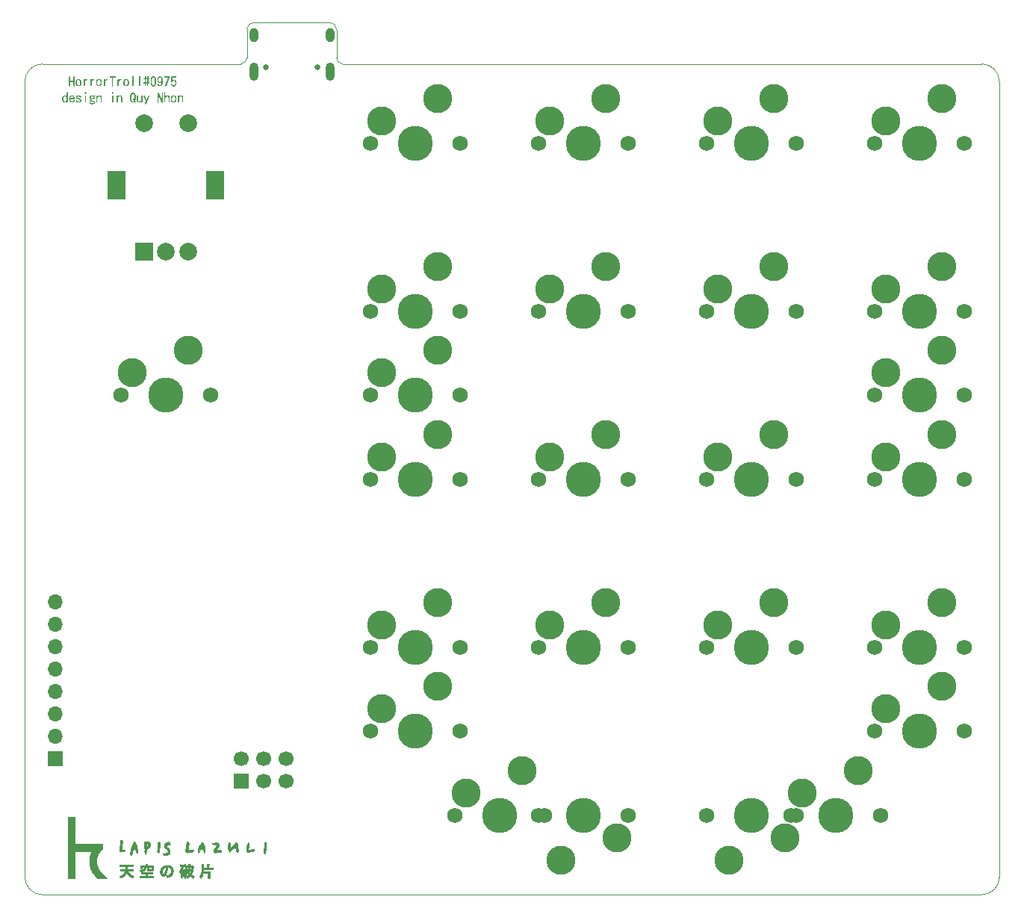
<source format=gts>
G04 #@! TF.GenerationSoftware,KiCad,Pcbnew,(6.99.0-1912-g359c99991b)*
G04 #@! TF.CreationDate,2022-07-11T13:53:33+07:00*
G04 #@! TF.ProjectId,lazulipad,6c617a75-6c69-4706-9164-2e6b69636164,1*
G04 #@! TF.SameCoordinates,Original*
G04 #@! TF.FileFunction,Soldermask,Top*
G04 #@! TF.FilePolarity,Negative*
%FSLAX46Y46*%
G04 Gerber Fmt 4.6, Leading zero omitted, Abs format (unit mm)*
G04 Created by KiCad (PCBNEW (6.99.0-1912-g359c99991b)) date 2022-07-11 13:53:33*
%MOMM*%
%LPD*%
G01*
G04 APERTURE LIST*
%ADD10C,0.100000*%
%ADD11C,0.008000*%
%ADD12C,0.125000*%
%ADD13R,1.700000X1.700000*%
%ADD14O,1.700000X1.700000*%
%ADD15C,1.700000*%
%ADD16R,2.000000X3.200000*%
%ADD17R,2.000000X2.000000*%
%ADD18C,2.000000*%
%ADD19C,1.750000*%
%ADD20C,3.987800*%
%ADD21C,3.300000*%
%ADD22C,0.650000*%
%ADD23O,1.000000X1.600000*%
%ADD24O,1.000000X2.100000*%
G04 #@! TA.AperFunction,Profile*
%ADD25C,0.100000*%
G04 #@! TD*
G04 APERTURE END LIST*
D10*
G36*
X25329641Y-88292692D02*
G01*
X25352065Y-88320432D01*
X25370862Y-88347915D01*
X25386257Y-88375154D01*
X25398474Y-88402164D01*
X25407740Y-88428961D01*
X25414278Y-88455557D01*
X25418314Y-88481969D01*
X25420074Y-88508210D01*
X25419781Y-88534295D01*
X25417662Y-88560239D01*
X25413940Y-88586056D01*
X25408842Y-88611760D01*
X25402592Y-88637367D01*
X25387536Y-88688344D01*
X25353505Y-88789764D01*
X25338129Y-88840439D01*
X25326248Y-88891246D01*
X25322180Y-88916736D01*
X25319660Y-88942301D01*
X25318915Y-88967958D01*
X25320168Y-88993721D01*
X25323644Y-89019603D01*
X25329570Y-89045621D01*
X25338169Y-89071787D01*
X25349667Y-89098117D01*
X25931751Y-89038586D01*
X25936505Y-89051265D01*
X25940609Y-89063507D01*
X25944077Y-89075319D01*
X25946926Y-89086707D01*
X25949171Y-89097677D01*
X25950828Y-89108233D01*
X25951913Y-89118383D01*
X25952442Y-89128131D01*
X25952430Y-89137484D01*
X25951894Y-89146448D01*
X25950848Y-89155028D01*
X25949308Y-89163230D01*
X25947291Y-89171060D01*
X25944812Y-89178523D01*
X25941887Y-89185627D01*
X25938531Y-89192375D01*
X25934760Y-89198775D01*
X25930591Y-89204832D01*
X25926039Y-89210551D01*
X25921118Y-89215940D01*
X25915847Y-89221002D01*
X25910239Y-89225745D01*
X25904311Y-89230174D01*
X25898079Y-89234295D01*
X25884763Y-89241636D01*
X25870419Y-89247814D01*
X25855171Y-89252875D01*
X25839147Y-89256867D01*
X25777456Y-89269980D01*
X25715454Y-89282396D01*
X25653205Y-89293912D01*
X25590770Y-89304327D01*
X25528210Y-89313440D01*
X25465589Y-89321050D01*
X25402967Y-89326954D01*
X25340408Y-89330951D01*
X25307544Y-89331763D01*
X25292121Y-89331467D01*
X25277358Y-89330692D01*
X25263243Y-89329434D01*
X25249768Y-89327684D01*
X25236922Y-89325435D01*
X25224694Y-89322683D01*
X25213075Y-89319418D01*
X25202054Y-89315635D01*
X25191621Y-89311327D01*
X25181766Y-89306487D01*
X25172479Y-89301108D01*
X25163750Y-89295184D01*
X25155568Y-89288708D01*
X25147923Y-89281672D01*
X25140806Y-89274071D01*
X25134205Y-89265897D01*
X25128111Y-89257143D01*
X25122514Y-89247803D01*
X25117403Y-89237871D01*
X25112768Y-89227338D01*
X25108600Y-89216199D01*
X25104887Y-89204447D01*
X25101620Y-89192074D01*
X25098789Y-89179075D01*
X25096382Y-89165442D01*
X25094392Y-89151169D01*
X25091615Y-89120673D01*
X25090376Y-89087534D01*
X25091228Y-89035709D01*
X25094211Y-88984352D01*
X25099225Y-88933375D01*
X25106169Y-88882689D01*
X25114942Y-88832204D01*
X25125444Y-88781832D01*
X25137574Y-88731483D01*
X25151231Y-88681068D01*
X25166314Y-88630498D01*
X25182722Y-88579684D01*
X25219113Y-88476967D01*
X25259596Y-88372203D01*
X25303365Y-88264680D01*
X25329641Y-88292692D01*
G37*
X25329641Y-88292692D02*
X25352065Y-88320432D01*
X25370862Y-88347915D01*
X25386257Y-88375154D01*
X25398474Y-88402164D01*
X25407740Y-88428961D01*
X25414278Y-88455557D01*
X25418314Y-88481969D01*
X25420074Y-88508210D01*
X25419781Y-88534295D01*
X25417662Y-88560239D01*
X25413940Y-88586056D01*
X25408842Y-88611760D01*
X25402592Y-88637367D01*
X25387536Y-88688344D01*
X25353505Y-88789764D01*
X25338129Y-88840439D01*
X25326248Y-88891246D01*
X25322180Y-88916736D01*
X25319660Y-88942301D01*
X25318915Y-88967958D01*
X25320168Y-88993721D01*
X25323644Y-89019603D01*
X25329570Y-89045621D01*
X25338169Y-89071787D01*
X25349667Y-89098117D01*
X25931751Y-89038586D01*
X25936505Y-89051265D01*
X25940609Y-89063507D01*
X25944077Y-89075319D01*
X25946926Y-89086707D01*
X25949171Y-89097677D01*
X25950828Y-89108233D01*
X25951913Y-89118383D01*
X25952442Y-89128131D01*
X25952430Y-89137484D01*
X25951894Y-89146448D01*
X25950848Y-89155028D01*
X25949308Y-89163230D01*
X25947291Y-89171060D01*
X25944812Y-89178523D01*
X25941887Y-89185627D01*
X25938531Y-89192375D01*
X25934760Y-89198775D01*
X25930591Y-89204832D01*
X25926039Y-89210551D01*
X25921118Y-89215940D01*
X25915847Y-89221002D01*
X25910239Y-89225745D01*
X25904311Y-89230174D01*
X25898079Y-89234295D01*
X25884763Y-89241636D01*
X25870419Y-89247814D01*
X25855171Y-89252875D01*
X25839147Y-89256867D01*
X25777456Y-89269980D01*
X25715454Y-89282396D01*
X25653205Y-89293912D01*
X25590770Y-89304327D01*
X25528210Y-89313440D01*
X25465589Y-89321050D01*
X25402967Y-89326954D01*
X25340408Y-89330951D01*
X25307544Y-89331763D01*
X25292121Y-89331467D01*
X25277358Y-89330692D01*
X25263243Y-89329434D01*
X25249768Y-89327684D01*
X25236922Y-89325435D01*
X25224694Y-89322683D01*
X25213075Y-89319418D01*
X25202054Y-89315635D01*
X25191621Y-89311327D01*
X25181766Y-89306487D01*
X25172479Y-89301108D01*
X25163750Y-89295184D01*
X25155568Y-89288708D01*
X25147923Y-89281672D01*
X25140806Y-89274071D01*
X25134205Y-89265897D01*
X25128111Y-89257143D01*
X25122514Y-89247803D01*
X25117403Y-89237871D01*
X25112768Y-89227338D01*
X25108600Y-89216199D01*
X25104887Y-89204447D01*
X25101620Y-89192074D01*
X25098789Y-89179075D01*
X25096382Y-89165442D01*
X25094392Y-89151169D01*
X25091615Y-89120673D01*
X25090376Y-89087534D01*
X25091228Y-89035709D01*
X25094211Y-88984352D01*
X25099225Y-88933375D01*
X25106169Y-88882689D01*
X25114942Y-88832204D01*
X25125444Y-88781832D01*
X25137574Y-88731483D01*
X25151231Y-88681068D01*
X25166314Y-88630498D01*
X25182722Y-88579684D01*
X25219113Y-88476967D01*
X25259596Y-88372203D01*
X25303365Y-88264680D01*
X25329641Y-88292692D01*
G36*
X20855253Y-90725473D02*
G01*
X20852806Y-90746327D01*
X20850949Y-90767460D01*
X20849602Y-90789632D01*
X20848690Y-90813602D01*
X20848135Y-90840130D01*
X20847858Y-90869975D01*
X20847784Y-90903898D01*
X20847784Y-91108951D01*
X21134856Y-91108951D01*
X21166678Y-91108765D01*
X21196703Y-91108206D01*
X21224990Y-91107276D01*
X21251604Y-91105974D01*
X21276605Y-91104300D01*
X21300055Y-91102253D01*
X21322017Y-91099835D01*
X21342554Y-91097044D01*
X21342554Y-91299451D01*
X21320824Y-91296660D01*
X21298195Y-91294242D01*
X21274512Y-91292195D01*
X21249619Y-91290521D01*
X21223362Y-91289219D01*
X21195586Y-91288288D01*
X21166136Y-91287730D01*
X21134856Y-91287544D01*
X20210138Y-91287544D01*
X20210138Y-91311357D01*
X20209954Y-91333929D01*
X20209414Y-91356501D01*
X20208533Y-91379818D01*
X20207326Y-91404622D01*
X20199554Y-91533607D01*
X20778991Y-91533607D01*
X20831619Y-91533317D01*
X20854847Y-91532909D01*
X20876556Y-91532284D01*
X20897149Y-91531411D01*
X20917029Y-91530258D01*
X20936599Y-91528796D01*
X20956261Y-91526993D01*
X20954021Y-91546374D01*
X20952230Y-91565956D01*
X20950843Y-91585942D01*
X20949812Y-91606533D01*
X20949092Y-91627929D01*
X20948635Y-91650334D01*
X20948325Y-91698971D01*
X20948325Y-92076003D01*
X20948676Y-92141342D01*
X20949232Y-92169648D01*
X20950144Y-92195892D01*
X20951490Y-92220710D01*
X20953347Y-92244736D01*
X20955794Y-92268608D01*
X20958908Y-92292961D01*
X20735335Y-92292961D01*
X20737689Y-92269962D01*
X20739779Y-92247134D01*
X20741590Y-92223779D01*
X20743107Y-92199199D01*
X20744313Y-92172697D01*
X20745194Y-92143575D01*
X20745734Y-92111135D01*
X20745918Y-92074680D01*
X20745918Y-91713523D01*
X20181034Y-91713523D01*
X20181034Y-91712201D01*
X20174219Y-91756220D01*
X20166639Y-91798573D01*
X20158241Y-91839391D01*
X20148973Y-91878806D01*
X20138783Y-91916949D01*
X20127618Y-91953954D01*
X20115426Y-91989950D01*
X20102154Y-92025071D01*
X20087751Y-92059447D01*
X20072164Y-92093211D01*
X20055340Y-92126494D01*
X20037228Y-92159429D01*
X20017775Y-92192147D01*
X19996928Y-92224779D01*
X19974636Y-92257458D01*
X19950846Y-92290315D01*
X19942102Y-92278285D01*
X19933232Y-92266508D01*
X19924235Y-92254986D01*
X19915107Y-92243723D01*
X19905847Y-92232725D01*
X19896454Y-92221993D01*
X19886926Y-92211533D01*
X19877259Y-92201349D01*
X19867453Y-92191443D01*
X19857506Y-92181820D01*
X19847415Y-92172484D01*
X19837179Y-92163439D01*
X19826795Y-92154688D01*
X19816263Y-92146236D01*
X19805579Y-92138086D01*
X19794742Y-92130242D01*
X19808153Y-92115156D01*
X19821105Y-92099655D01*
X19833603Y-92083728D01*
X19845654Y-92067362D01*
X19857262Y-92050547D01*
X19868435Y-92033271D01*
X19879178Y-92015522D01*
X19889496Y-91997289D01*
X19899395Y-91978559D01*
X19908882Y-91959322D01*
X19917962Y-91939566D01*
X19926641Y-91919278D01*
X19934924Y-91898448D01*
X19942818Y-91877064D01*
X19950328Y-91855114D01*
X19957461Y-91832586D01*
X19964496Y-91807757D01*
X19971204Y-91780985D01*
X19977567Y-91752402D01*
X19983568Y-91722143D01*
X19994412Y-91657132D01*
X20003598Y-91587020D01*
X20010985Y-91512877D01*
X20016434Y-91435773D01*
X20019806Y-91356778D01*
X20020961Y-91276961D01*
X20020961Y-90939617D01*
X20020610Y-90867808D01*
X20020054Y-90840879D01*
X20019142Y-90817578D01*
X20017796Y-90796138D01*
X20015939Y-90774790D01*
X20013492Y-90751768D01*
X20010378Y-90725305D01*
X20222044Y-90725305D01*
X20219254Y-90752027D01*
X20216836Y-90777849D01*
X20214789Y-90803114D01*
X20213115Y-90828162D01*
X20211813Y-90853333D01*
X20210883Y-90878970D01*
X20210325Y-90905413D01*
X20210139Y-90933003D01*
X20210139Y-91108951D01*
X20651992Y-91108951D01*
X20651992Y-90903898D01*
X20651809Y-90871223D01*
X20651269Y-90842176D01*
X20650388Y-90816043D01*
X20649181Y-90792112D01*
X20647665Y-90769669D01*
X20645853Y-90748001D01*
X20641408Y-90704138D01*
X20858366Y-90704138D01*
X20855253Y-90725473D01*
G37*
X20855253Y-90725473D02*
X20852806Y-90746327D01*
X20850949Y-90767460D01*
X20849602Y-90789632D01*
X20848690Y-90813602D01*
X20848135Y-90840130D01*
X20847858Y-90869975D01*
X20847784Y-90903898D01*
X20847784Y-91108951D01*
X21134856Y-91108951D01*
X21166678Y-91108765D01*
X21196703Y-91108206D01*
X21224990Y-91107276D01*
X21251604Y-91105974D01*
X21276605Y-91104300D01*
X21300055Y-91102253D01*
X21322017Y-91099835D01*
X21342554Y-91097044D01*
X21342554Y-91299451D01*
X21320824Y-91296660D01*
X21298195Y-91294242D01*
X21274512Y-91292195D01*
X21249619Y-91290521D01*
X21223362Y-91289219D01*
X21195586Y-91288288D01*
X21166136Y-91287730D01*
X21134856Y-91287544D01*
X20210138Y-91287544D01*
X20210138Y-91311357D01*
X20209954Y-91333929D01*
X20209414Y-91356501D01*
X20208533Y-91379818D01*
X20207326Y-91404622D01*
X20199554Y-91533607D01*
X20778991Y-91533607D01*
X20831619Y-91533317D01*
X20854847Y-91532909D01*
X20876556Y-91532284D01*
X20897149Y-91531411D01*
X20917029Y-91530258D01*
X20936599Y-91528796D01*
X20956261Y-91526993D01*
X20954021Y-91546374D01*
X20952230Y-91565956D01*
X20950843Y-91585942D01*
X20949812Y-91606533D01*
X20949092Y-91627929D01*
X20948635Y-91650334D01*
X20948325Y-91698971D01*
X20948325Y-92076003D01*
X20948676Y-92141342D01*
X20949232Y-92169648D01*
X20950144Y-92195892D01*
X20951490Y-92220710D01*
X20953347Y-92244736D01*
X20955794Y-92268608D01*
X20958908Y-92292961D01*
X20735335Y-92292961D01*
X20737689Y-92269962D01*
X20739779Y-92247134D01*
X20741590Y-92223779D01*
X20743107Y-92199199D01*
X20744313Y-92172697D01*
X20745194Y-92143575D01*
X20745734Y-92111135D01*
X20745918Y-92074680D01*
X20745918Y-91713523D01*
X20181034Y-91713523D01*
X20181034Y-91712201D01*
X20174219Y-91756220D01*
X20166639Y-91798573D01*
X20158241Y-91839391D01*
X20148973Y-91878806D01*
X20138783Y-91916949D01*
X20127618Y-91953954D01*
X20115426Y-91989950D01*
X20102154Y-92025071D01*
X20087751Y-92059447D01*
X20072164Y-92093211D01*
X20055340Y-92126494D01*
X20037228Y-92159429D01*
X20017775Y-92192147D01*
X19996928Y-92224779D01*
X19974636Y-92257458D01*
X19950846Y-92290315D01*
X19942102Y-92278285D01*
X19933232Y-92266508D01*
X19924235Y-92254986D01*
X19915107Y-92243723D01*
X19905847Y-92232725D01*
X19896454Y-92221993D01*
X19886926Y-92211533D01*
X19877259Y-92201349D01*
X19867453Y-92191443D01*
X19857506Y-92181820D01*
X19847415Y-92172484D01*
X19837179Y-92163439D01*
X19826795Y-92154688D01*
X19816263Y-92146236D01*
X19805579Y-92138086D01*
X19794742Y-92130242D01*
X19808153Y-92115156D01*
X19821105Y-92099655D01*
X19833603Y-92083728D01*
X19845654Y-92067362D01*
X19857262Y-92050547D01*
X19868435Y-92033271D01*
X19879178Y-92015522D01*
X19889496Y-91997289D01*
X19899395Y-91978559D01*
X19908882Y-91959322D01*
X19917962Y-91939566D01*
X19926641Y-91919278D01*
X19934924Y-91898448D01*
X19942818Y-91877064D01*
X19950328Y-91855114D01*
X19957461Y-91832586D01*
X19964496Y-91807757D01*
X19971204Y-91780985D01*
X19977567Y-91752402D01*
X19983568Y-91722143D01*
X19994412Y-91657132D01*
X20003598Y-91587020D01*
X20010985Y-91512877D01*
X20016434Y-91435773D01*
X20019806Y-91356778D01*
X20020961Y-91276961D01*
X20020961Y-90939617D01*
X20020610Y-90867808D01*
X20020054Y-90840879D01*
X20019142Y-90817578D01*
X20017796Y-90796138D01*
X20015939Y-90774790D01*
X20013492Y-90751768D01*
X20010378Y-90725305D01*
X20222044Y-90725305D01*
X20219254Y-90752027D01*
X20216836Y-90777849D01*
X20214789Y-90803114D01*
X20213115Y-90828162D01*
X20211813Y-90853333D01*
X20210883Y-90878970D01*
X20210325Y-90905413D01*
X20210139Y-90933003D01*
X20210139Y-91108951D01*
X20651992Y-91108951D01*
X20651992Y-90903898D01*
X20651809Y-90871223D01*
X20651269Y-90842176D01*
X20650388Y-90816043D01*
X20649181Y-90792112D01*
X20647665Y-90769669D01*
X20645853Y-90748001D01*
X20641408Y-90704138D01*
X20858366Y-90704138D01*
X20855253Y-90725473D01*
G36*
X27220747Y-88220292D02*
G01*
X27231353Y-88221316D01*
X27241512Y-88222764D01*
X27251229Y-88224626D01*
X27260509Y-88226892D01*
X27269357Y-88229555D01*
X27277778Y-88232604D01*
X27285777Y-88236031D01*
X27293360Y-88239825D01*
X27300531Y-88243979D01*
X27307296Y-88248483D01*
X27313659Y-88253327D01*
X27319626Y-88258502D01*
X27325202Y-88264000D01*
X27330392Y-88269811D01*
X27335200Y-88275925D01*
X27339633Y-88282334D01*
X27343695Y-88289028D01*
X27347391Y-88295999D01*
X27350726Y-88303236D01*
X27353706Y-88310731D01*
X27356335Y-88318475D01*
X27358619Y-88326458D01*
X27360563Y-88334671D01*
X27362171Y-88343105D01*
X27363449Y-88351750D01*
X27364402Y-88360599D01*
X27365036Y-88369640D01*
X27365362Y-88388266D01*
X27364470Y-88407555D01*
X27343489Y-88673461D01*
X27320649Y-88939368D01*
X27271866Y-89471180D01*
X27271673Y-89472666D01*
X27271340Y-89474150D01*
X27270868Y-89475642D01*
X27270259Y-89477146D01*
X27269512Y-89478671D01*
X27268628Y-89480223D01*
X27267607Y-89481810D01*
X27266450Y-89483438D01*
X27265158Y-89485114D01*
X27263730Y-89486846D01*
X27260471Y-89490504D01*
X27256677Y-89494469D01*
X27252353Y-89498796D01*
X27242126Y-89508762D01*
X27229822Y-89520851D01*
X27222900Y-89527833D01*
X27215471Y-89535515D01*
X27207538Y-89543952D01*
X27199105Y-89553201D01*
X27190619Y-89539913D01*
X27181631Y-89526833D01*
X27172290Y-89513950D01*
X27162746Y-89501256D01*
X27143644Y-89476392D01*
X27125518Y-89452163D01*
X27117195Y-89440263D01*
X27109563Y-89428493D01*
X27102772Y-89416843D01*
X27096972Y-89405303D01*
X27094490Y-89399571D01*
X27092311Y-89393864D01*
X27090454Y-89388179D01*
X27088939Y-89382516D01*
X27087782Y-89376873D01*
X27087004Y-89371250D01*
X27086623Y-89365644D01*
X27086657Y-89360055D01*
X27101458Y-89085446D01*
X27120723Y-88811210D01*
X27164710Y-88263357D01*
X27164786Y-88261880D01*
X27165011Y-88260425D01*
X27165379Y-88258990D01*
X27165883Y-88257575D01*
X27166516Y-88256176D01*
X27167273Y-88254794D01*
X27168148Y-88253426D01*
X27169133Y-88252071D01*
X27170223Y-88250728D01*
X27171411Y-88249395D01*
X27172692Y-88248071D01*
X27174058Y-88246753D01*
X27177022Y-88244135D01*
X27180254Y-88241529D01*
X27183703Y-88238923D01*
X27187318Y-88236305D01*
X27194847Y-88230987D01*
X27198660Y-88228264D01*
X27202439Y-88225484D01*
X27206131Y-88222633D01*
X27209689Y-88219701D01*
X27220747Y-88220292D01*
G37*
X27220747Y-88220292D02*
X27231353Y-88221316D01*
X27241512Y-88222764D01*
X27251229Y-88224626D01*
X27260509Y-88226892D01*
X27269357Y-88229555D01*
X27277778Y-88232604D01*
X27285777Y-88236031D01*
X27293360Y-88239825D01*
X27300531Y-88243979D01*
X27307296Y-88248483D01*
X27313659Y-88253327D01*
X27319626Y-88258502D01*
X27325202Y-88264000D01*
X27330392Y-88269811D01*
X27335200Y-88275925D01*
X27339633Y-88282334D01*
X27343695Y-88289028D01*
X27347391Y-88295999D01*
X27350726Y-88303236D01*
X27353706Y-88310731D01*
X27356335Y-88318475D01*
X27358619Y-88326458D01*
X27360563Y-88334671D01*
X27362171Y-88343105D01*
X27363449Y-88351750D01*
X27364402Y-88360599D01*
X27365036Y-88369640D01*
X27365362Y-88388266D01*
X27364470Y-88407555D01*
X27343489Y-88673461D01*
X27320649Y-88939368D01*
X27271866Y-89471180D01*
X27271673Y-89472666D01*
X27271340Y-89474150D01*
X27270868Y-89475642D01*
X27270259Y-89477146D01*
X27269512Y-89478671D01*
X27268628Y-89480223D01*
X27267607Y-89481810D01*
X27266450Y-89483438D01*
X27265158Y-89485114D01*
X27263730Y-89486846D01*
X27260471Y-89490504D01*
X27256677Y-89494469D01*
X27252353Y-89498796D01*
X27242126Y-89508762D01*
X27229822Y-89520851D01*
X27222900Y-89527833D01*
X27215471Y-89535515D01*
X27207538Y-89543952D01*
X27199105Y-89553201D01*
X27190619Y-89539913D01*
X27181631Y-89526833D01*
X27172290Y-89513950D01*
X27162746Y-89501256D01*
X27143644Y-89476392D01*
X27125518Y-89452163D01*
X27117195Y-89440263D01*
X27109563Y-89428493D01*
X27102772Y-89416843D01*
X27096972Y-89405303D01*
X27094490Y-89399571D01*
X27092311Y-89393864D01*
X27090454Y-89388179D01*
X27088939Y-89382516D01*
X27087782Y-89376873D01*
X27087004Y-89371250D01*
X27086623Y-89365644D01*
X27086657Y-89360055D01*
X27101458Y-89085446D01*
X27120723Y-88811210D01*
X27164710Y-88263357D01*
X27164786Y-88261880D01*
X27165011Y-88260425D01*
X27165379Y-88258990D01*
X27165883Y-88257575D01*
X27166516Y-88256176D01*
X27167273Y-88254794D01*
X27168148Y-88253426D01*
X27169133Y-88252071D01*
X27170223Y-88250728D01*
X27171411Y-88249395D01*
X27172692Y-88248071D01*
X27174058Y-88246753D01*
X27177022Y-88244135D01*
X27180254Y-88241529D01*
X27183703Y-88238923D01*
X27187318Y-88236305D01*
X27194847Y-88230987D01*
X27198660Y-88228264D01*
X27202439Y-88225484D01*
X27206131Y-88222633D01*
X27209689Y-88219701D01*
X27220747Y-88220292D01*
G36*
X10836075Y-87996299D02*
G01*
X10852584Y-87998293D01*
X10868295Y-88000776D01*
X10883221Y-88003735D01*
X10897379Y-88007159D01*
X10910784Y-88011037D01*
X10923451Y-88015356D01*
X10935396Y-88020106D01*
X10946633Y-88025274D01*
X10957179Y-88030850D01*
X10967047Y-88036820D01*
X10976254Y-88043174D01*
X10984815Y-88049901D01*
X10992744Y-88056988D01*
X11000058Y-88064423D01*
X11006772Y-88072196D01*
X11012900Y-88080294D01*
X11018458Y-88088706D01*
X11023461Y-88097421D01*
X11027925Y-88106426D01*
X11031865Y-88115711D01*
X11035296Y-88125262D01*
X11038233Y-88135070D01*
X11040692Y-88145122D01*
X11042688Y-88155406D01*
X11044235Y-88165911D01*
X11046048Y-88187538D01*
X11046253Y-88209908D01*
X11044971Y-88232930D01*
X11038199Y-88303755D01*
X11029985Y-88374379D01*
X11020623Y-88444848D01*
X11010410Y-88515208D01*
X10966919Y-88796493D01*
X10956707Y-88864147D01*
X10945752Y-88933911D01*
X10920617Y-89090180D01*
X11354533Y-89090180D01*
X11352924Y-89103811D01*
X11350836Y-89116690D01*
X11348286Y-89128840D01*
X11345291Y-89140285D01*
X11341869Y-89151048D01*
X11338037Y-89161152D01*
X11333812Y-89170621D01*
X11329212Y-89179477D01*
X11324253Y-89187744D01*
X11318952Y-89195445D01*
X11313328Y-89202603D01*
X11307397Y-89209243D01*
X11301176Y-89215386D01*
X11294682Y-89221056D01*
X11287933Y-89226276D01*
X11280946Y-89231071D01*
X11273738Y-89235462D01*
X11266326Y-89239473D01*
X11258728Y-89243128D01*
X11250961Y-89246450D01*
X11234987Y-89252186D01*
X11218542Y-89256868D01*
X11201763Y-89260681D01*
X11184789Y-89263813D01*
X11150804Y-89268774D01*
X11108523Y-89274453D01*
X11066055Y-89279481D01*
X11023463Y-89283703D01*
X10980809Y-89286964D01*
X10938156Y-89289108D01*
X10895564Y-89289982D01*
X10853096Y-89289429D01*
X10810815Y-89287295D01*
X10808162Y-89286942D01*
X10805420Y-89286145D01*
X10802601Y-89284927D01*
X10799717Y-89283308D01*
X10796780Y-89281310D01*
X10793801Y-89278955D01*
X10790793Y-89276264D01*
X10787767Y-89273259D01*
X10784735Y-89269962D01*
X10781709Y-89266393D01*
X10775724Y-89258529D01*
X10769905Y-89249839D01*
X10764347Y-89240497D01*
X10759146Y-89230673D01*
X10754397Y-89220542D01*
X10750194Y-89210275D01*
X10746632Y-89200044D01*
X10745122Y-89194997D01*
X10743807Y-89190023D01*
X10742701Y-89185145D01*
X10741814Y-89180384D01*
X10741158Y-89175761D01*
X10740746Y-89171299D01*
X10740590Y-89167018D01*
X10740700Y-89162941D01*
X10757919Y-88873263D01*
X10777246Y-88582842D01*
X10818752Y-87994805D01*
X10836075Y-87996299D01*
G37*
X10836075Y-87996299D02*
X10852584Y-87998293D01*
X10868295Y-88000776D01*
X10883221Y-88003735D01*
X10897379Y-88007159D01*
X10910784Y-88011037D01*
X10923451Y-88015356D01*
X10935396Y-88020106D01*
X10946633Y-88025274D01*
X10957179Y-88030850D01*
X10967047Y-88036820D01*
X10976254Y-88043174D01*
X10984815Y-88049901D01*
X10992744Y-88056988D01*
X11000058Y-88064423D01*
X11006772Y-88072196D01*
X11012900Y-88080294D01*
X11018458Y-88088706D01*
X11023461Y-88097421D01*
X11027925Y-88106426D01*
X11031865Y-88115711D01*
X11035296Y-88125262D01*
X11038233Y-88135070D01*
X11040692Y-88145122D01*
X11042688Y-88155406D01*
X11044235Y-88165911D01*
X11046048Y-88187538D01*
X11046253Y-88209908D01*
X11044971Y-88232930D01*
X11038199Y-88303755D01*
X11029985Y-88374379D01*
X11020623Y-88444848D01*
X11010410Y-88515208D01*
X10966919Y-88796493D01*
X10956707Y-88864147D01*
X10945752Y-88933911D01*
X10920617Y-89090180D01*
X11354533Y-89090180D01*
X11352924Y-89103811D01*
X11350836Y-89116690D01*
X11348286Y-89128840D01*
X11345291Y-89140285D01*
X11341869Y-89151048D01*
X11338037Y-89161152D01*
X11333812Y-89170621D01*
X11329212Y-89179477D01*
X11324253Y-89187744D01*
X11318952Y-89195445D01*
X11313328Y-89202603D01*
X11307397Y-89209243D01*
X11301176Y-89215386D01*
X11294682Y-89221056D01*
X11287933Y-89226276D01*
X11280946Y-89231071D01*
X11273738Y-89235462D01*
X11266326Y-89239473D01*
X11258728Y-89243128D01*
X11250961Y-89246450D01*
X11234987Y-89252186D01*
X11218542Y-89256868D01*
X11201763Y-89260681D01*
X11184789Y-89263813D01*
X11150804Y-89268774D01*
X11108523Y-89274453D01*
X11066055Y-89279481D01*
X11023463Y-89283703D01*
X10980809Y-89286964D01*
X10938156Y-89289108D01*
X10895564Y-89289982D01*
X10853096Y-89289429D01*
X10810815Y-89287295D01*
X10808162Y-89286942D01*
X10805420Y-89286145D01*
X10802601Y-89284927D01*
X10799717Y-89283308D01*
X10796780Y-89281310D01*
X10793801Y-89278955D01*
X10790793Y-89276264D01*
X10787767Y-89273259D01*
X10784735Y-89269962D01*
X10781709Y-89266393D01*
X10775724Y-89258529D01*
X10769905Y-89249839D01*
X10764347Y-89240497D01*
X10759146Y-89230673D01*
X10754397Y-89220542D01*
X10750194Y-89210275D01*
X10746632Y-89200044D01*
X10745122Y-89194997D01*
X10743807Y-89190023D01*
X10742701Y-89185145D01*
X10741814Y-89180384D01*
X10741158Y-89175761D01*
X10740746Y-89171299D01*
X10740590Y-89167018D01*
X10740700Y-89162941D01*
X10757919Y-88873263D01*
X10777246Y-88582842D01*
X10818752Y-87994805D01*
X10836075Y-87996299D01*
G36*
X10834025Y-91277992D02*
G01*
X10858088Y-91280082D01*
X10883113Y-91281893D01*
X10909207Y-91283410D01*
X10936479Y-91284616D01*
X10965038Y-91285498D01*
X10994992Y-91286038D01*
X11026450Y-91286221D01*
X11387606Y-91286221D01*
X11393745Y-91217533D01*
X11395676Y-91190390D01*
X11397032Y-91163355D01*
X11397954Y-91132910D01*
X11398582Y-91095535D01*
X11399513Y-90985919D01*
X10972211Y-90985919D01*
X10939383Y-90986102D01*
X10908276Y-90986642D01*
X10878751Y-90987524D01*
X10850668Y-90988730D01*
X10823886Y-90990247D01*
X10798268Y-90992058D01*
X10773672Y-90994149D01*
X10749961Y-90996502D01*
X10749961Y-90800711D01*
X10772316Y-90803501D01*
X10796593Y-90805920D01*
X10822607Y-90807966D01*
X10850171Y-90809640D01*
X10879100Y-90810943D01*
X10909207Y-90811873D01*
X10940305Y-90812431D01*
X10972211Y-90812617D01*
X12057002Y-90812617D01*
X12088367Y-90812431D01*
X12118910Y-90811873D01*
X12148555Y-90810943D01*
X12177222Y-90809640D01*
X12204835Y-90807966D01*
X12231317Y-90805920D01*
X12256589Y-90803501D01*
X12280575Y-90800711D01*
X12280575Y-90996502D01*
X12256049Y-90994149D01*
X12230966Y-90992058D01*
X12205138Y-90990247D01*
X12178380Y-90988730D01*
X12150505Y-90987524D01*
X12121329Y-90986642D01*
X12090664Y-90986102D01*
X12058325Y-90985919D01*
X11593981Y-90985919D01*
X11591563Y-91097395D01*
X11589516Y-91171293D01*
X11586726Y-91227579D01*
X11582075Y-91286221D01*
X12001440Y-91286221D01*
X12032526Y-91286038D01*
X12062356Y-91285498D01*
X12091039Y-91284616D01*
X12118683Y-91283410D01*
X12145397Y-91281893D01*
X12171290Y-91280082D01*
X12196469Y-91277992D01*
X12221044Y-91275638D01*
X12221044Y-91464815D01*
X12168706Y-91460371D01*
X12142444Y-91458559D01*
X12115872Y-91457043D01*
X12088804Y-91455836D01*
X12061054Y-91454955D01*
X12032435Y-91454415D01*
X12002763Y-91454231D01*
X11626357Y-91454231D01*
X11652786Y-91510063D01*
X11678710Y-91561884D01*
X11703982Y-91608993D01*
X11729084Y-91652008D01*
X11741721Y-91672175D01*
X11754496Y-91691551D01*
X11767468Y-91710214D01*
X11780699Y-91728241D01*
X11794246Y-91745710D01*
X11808172Y-91762699D01*
X11822536Y-91779284D01*
X11837398Y-91795544D01*
X11853796Y-91812749D01*
X11870732Y-91829625D01*
X11888183Y-91846152D01*
X11906128Y-91862311D01*
X11924545Y-91878082D01*
X11943415Y-91893446D01*
X11962714Y-91908383D01*
X11982423Y-91922875D01*
X12002519Y-91936902D01*
X12022981Y-91950445D01*
X12043788Y-91963483D01*
X12064919Y-91975999D01*
X12086352Y-91987971D01*
X12108066Y-91999382D01*
X12130040Y-92010212D01*
X12152252Y-92020440D01*
X12171352Y-92029233D01*
X12189459Y-92036956D01*
X12207318Y-92043904D01*
X12225674Y-92050371D01*
X12245270Y-92056653D01*
X12266850Y-92063043D01*
X12291158Y-92069835D01*
X12318940Y-92077326D01*
X12299073Y-92103092D01*
X12281795Y-92126439D01*
X12273967Y-92137497D01*
X12266594Y-92148298D01*
X12259613Y-92158960D01*
X12252959Y-92169599D01*
X12246569Y-92180331D01*
X12240379Y-92191273D01*
X12234324Y-92202539D01*
X12228341Y-92214248D01*
X12222365Y-92226515D01*
X12216334Y-92239456D01*
X12203846Y-92267826D01*
X12142983Y-92242435D01*
X12084856Y-92215328D01*
X12029380Y-92186430D01*
X11976470Y-92155667D01*
X11926040Y-92122967D01*
X11878005Y-92088255D01*
X11832281Y-92051459D01*
X11788781Y-92012503D01*
X11747420Y-91971315D01*
X11708114Y-91927821D01*
X11670776Y-91881947D01*
X11635323Y-91833620D01*
X11601667Y-91782766D01*
X11569724Y-91729311D01*
X11539410Y-91673182D01*
X11510638Y-91614305D01*
X11499996Y-91643584D01*
X11488884Y-91671927D01*
X11477265Y-91699390D01*
X11465100Y-91726029D01*
X11452355Y-91751901D01*
X11438991Y-91777062D01*
X11424972Y-91801568D01*
X11410261Y-91825475D01*
X11394822Y-91848840D01*
X11378617Y-91871718D01*
X11361610Y-91894166D01*
X11343764Y-91916240D01*
X11325042Y-91937996D01*
X11305407Y-91959490D01*
X11284823Y-91980779D01*
X11263252Y-92001919D01*
X11240676Y-92022752D01*
X11218015Y-92042638D01*
X11195152Y-92061651D01*
X11171971Y-92079868D01*
X11148356Y-92097364D01*
X11124191Y-92114215D01*
X11099359Y-92130496D01*
X11073744Y-92146282D01*
X11047231Y-92161651D01*
X11019701Y-92176676D01*
X10991040Y-92191434D01*
X10961131Y-92206000D01*
X10929858Y-92220449D01*
X10897104Y-92234858D01*
X10862753Y-92249302D01*
X10826690Y-92263857D01*
X10813556Y-92235132D01*
X10800748Y-92209183D01*
X10794374Y-92197108D01*
X10787971Y-92185559D01*
X10781502Y-92174479D01*
X10774931Y-92163811D01*
X10768220Y-92153500D01*
X10761332Y-92143489D01*
X10754231Y-92133723D01*
X10746881Y-92124144D01*
X10739243Y-92114697D01*
X10731282Y-92105326D01*
X10722961Y-92095974D01*
X10714242Y-92086586D01*
X10756319Y-92072561D01*
X10796301Y-92058231D01*
X10834296Y-92043536D01*
X10870408Y-92028419D01*
X10904745Y-92012821D01*
X10937414Y-91996684D01*
X10968521Y-91979951D01*
X10998173Y-91962562D01*
X11026476Y-91944461D01*
X11053536Y-91925588D01*
X11079461Y-91905886D01*
X11104358Y-91885296D01*
X11128331Y-91863760D01*
X11151489Y-91841221D01*
X11173938Y-91817620D01*
X11195783Y-91792898D01*
X11211230Y-91774270D01*
X11225841Y-91755557D01*
X11239650Y-91736704D01*
X11252690Y-91717657D01*
X11264993Y-91698363D01*
X11276592Y-91678766D01*
X11287522Y-91658812D01*
X11297813Y-91638448D01*
X11307500Y-91617618D01*
X11316616Y-91596269D01*
X11325193Y-91574347D01*
X11333263Y-91551797D01*
X11340862Y-91528564D01*
X11348020Y-91504595D01*
X11354771Y-91479836D01*
X11361148Y-91454231D01*
X11625731Y-91454231D01*
X11626357Y-91454231D01*
X11625731Y-91452909D01*
X11625731Y-91454231D01*
X11361148Y-91454231D01*
X11027773Y-91454231D01*
X10998863Y-91454415D01*
X10970619Y-91454955D01*
X10942964Y-91455836D01*
X10915821Y-91457043D01*
X10889112Y-91458559D01*
X10862760Y-91460371D01*
X10810815Y-91464815D01*
X10810815Y-91275638D01*
X10834025Y-91277992D01*
G37*
X10834025Y-91277992D02*
X10858088Y-91280082D01*
X10883113Y-91281893D01*
X10909207Y-91283410D01*
X10936479Y-91284616D01*
X10965038Y-91285498D01*
X10994992Y-91286038D01*
X11026450Y-91286221D01*
X11387606Y-91286221D01*
X11393745Y-91217533D01*
X11395676Y-91190390D01*
X11397032Y-91163355D01*
X11397954Y-91132910D01*
X11398582Y-91095535D01*
X11399513Y-90985919D01*
X10972211Y-90985919D01*
X10939383Y-90986102D01*
X10908276Y-90986642D01*
X10878751Y-90987524D01*
X10850668Y-90988730D01*
X10823886Y-90990247D01*
X10798268Y-90992058D01*
X10773672Y-90994149D01*
X10749961Y-90996502D01*
X10749961Y-90800711D01*
X10772316Y-90803501D01*
X10796593Y-90805920D01*
X10822607Y-90807966D01*
X10850171Y-90809640D01*
X10879100Y-90810943D01*
X10909207Y-90811873D01*
X10940305Y-90812431D01*
X10972211Y-90812617D01*
X12057002Y-90812617D01*
X12088367Y-90812431D01*
X12118910Y-90811873D01*
X12148555Y-90810943D01*
X12177222Y-90809640D01*
X12204835Y-90807966D01*
X12231317Y-90805920D01*
X12256589Y-90803501D01*
X12280575Y-90800711D01*
X12280575Y-90996502D01*
X12256049Y-90994149D01*
X12230966Y-90992058D01*
X12205138Y-90990247D01*
X12178380Y-90988730D01*
X12150505Y-90987524D01*
X12121329Y-90986642D01*
X12090664Y-90986102D01*
X12058325Y-90985919D01*
X11593981Y-90985919D01*
X11591563Y-91097395D01*
X11589516Y-91171293D01*
X11586726Y-91227579D01*
X11582075Y-91286221D01*
X12001440Y-91286221D01*
X12032526Y-91286038D01*
X12062356Y-91285498D01*
X12091039Y-91284616D01*
X12118683Y-91283410D01*
X12145397Y-91281893D01*
X12171290Y-91280082D01*
X12196469Y-91277992D01*
X12221044Y-91275638D01*
X12221044Y-91464815D01*
X12168706Y-91460371D01*
X12142444Y-91458559D01*
X12115872Y-91457043D01*
X12088804Y-91455836D01*
X12061054Y-91454955D01*
X12032435Y-91454415D01*
X12002763Y-91454231D01*
X11626357Y-91454231D01*
X11652786Y-91510063D01*
X11678710Y-91561884D01*
X11703982Y-91608993D01*
X11729084Y-91652008D01*
X11741721Y-91672175D01*
X11754496Y-91691551D01*
X11767468Y-91710214D01*
X11780699Y-91728241D01*
X11794246Y-91745710D01*
X11808172Y-91762699D01*
X11822536Y-91779284D01*
X11837398Y-91795544D01*
X11853796Y-91812749D01*
X11870732Y-91829625D01*
X11888183Y-91846152D01*
X11906128Y-91862311D01*
X11924545Y-91878082D01*
X11943415Y-91893446D01*
X11962714Y-91908383D01*
X11982423Y-91922875D01*
X12002519Y-91936902D01*
X12022981Y-91950445D01*
X12043788Y-91963483D01*
X12064919Y-91975999D01*
X12086352Y-91987971D01*
X12108066Y-91999382D01*
X12130040Y-92010212D01*
X12152252Y-92020440D01*
X12171352Y-92029233D01*
X12189459Y-92036956D01*
X12207318Y-92043904D01*
X12225674Y-92050371D01*
X12245270Y-92056653D01*
X12266850Y-92063043D01*
X12291158Y-92069835D01*
X12318940Y-92077326D01*
X12299073Y-92103092D01*
X12281795Y-92126439D01*
X12273967Y-92137497D01*
X12266594Y-92148298D01*
X12259613Y-92158960D01*
X12252959Y-92169599D01*
X12246569Y-92180331D01*
X12240379Y-92191273D01*
X12234324Y-92202539D01*
X12228341Y-92214248D01*
X12222365Y-92226515D01*
X12216334Y-92239456D01*
X12203846Y-92267826D01*
X12142983Y-92242435D01*
X12084856Y-92215328D01*
X12029380Y-92186430D01*
X11976470Y-92155667D01*
X11926040Y-92122967D01*
X11878005Y-92088255D01*
X11832281Y-92051459D01*
X11788781Y-92012503D01*
X11747420Y-91971315D01*
X11708114Y-91927821D01*
X11670776Y-91881947D01*
X11635323Y-91833620D01*
X11601667Y-91782766D01*
X11569724Y-91729311D01*
X11539410Y-91673182D01*
X11510638Y-91614305D01*
X11499996Y-91643584D01*
X11488884Y-91671927D01*
X11477265Y-91699390D01*
X11465100Y-91726029D01*
X11452355Y-91751901D01*
X11438991Y-91777062D01*
X11424972Y-91801568D01*
X11410261Y-91825475D01*
X11394822Y-91848840D01*
X11378617Y-91871718D01*
X11361610Y-91894166D01*
X11343764Y-91916240D01*
X11325042Y-91937996D01*
X11305407Y-91959490D01*
X11284823Y-91980779D01*
X11263252Y-92001919D01*
X11240676Y-92022752D01*
X11218015Y-92042638D01*
X11195152Y-92061651D01*
X11171971Y-92079868D01*
X11148356Y-92097364D01*
X11124191Y-92114215D01*
X11099359Y-92130496D01*
X11073744Y-92146282D01*
X11047231Y-92161651D01*
X11019701Y-92176676D01*
X10991040Y-92191434D01*
X10961131Y-92206000D01*
X10929858Y-92220449D01*
X10897104Y-92234858D01*
X10862753Y-92249302D01*
X10826690Y-92263857D01*
X10813556Y-92235132D01*
X10800748Y-92209183D01*
X10794374Y-92197108D01*
X10787971Y-92185559D01*
X10781502Y-92174479D01*
X10774931Y-92163811D01*
X10768220Y-92153500D01*
X10761332Y-92143489D01*
X10754231Y-92133723D01*
X10746881Y-92124144D01*
X10739243Y-92114697D01*
X10731282Y-92105326D01*
X10722961Y-92095974D01*
X10714242Y-92086586D01*
X10756319Y-92072561D01*
X10796301Y-92058231D01*
X10834296Y-92043536D01*
X10870408Y-92028419D01*
X10904745Y-92012821D01*
X10937414Y-91996684D01*
X10968521Y-91979951D01*
X10998173Y-91962562D01*
X11026476Y-91944461D01*
X11053536Y-91925588D01*
X11079461Y-91905886D01*
X11104358Y-91885296D01*
X11128331Y-91863760D01*
X11151489Y-91841221D01*
X11173938Y-91817620D01*
X11195783Y-91792898D01*
X11211230Y-91774270D01*
X11225841Y-91755557D01*
X11239650Y-91736704D01*
X11252690Y-91717657D01*
X11264993Y-91698363D01*
X11276592Y-91678766D01*
X11287522Y-91658812D01*
X11297813Y-91638448D01*
X11307500Y-91617618D01*
X11316616Y-91596269D01*
X11325193Y-91574347D01*
X11333263Y-91551797D01*
X11340862Y-91528564D01*
X11348020Y-91504595D01*
X11354771Y-91479836D01*
X11361148Y-91454231D01*
X11625731Y-91454231D01*
X11626357Y-91454231D01*
X11625731Y-91452909D01*
X11625731Y-91454231D01*
X11361148Y-91454231D01*
X11027773Y-91454231D01*
X10998863Y-91454415D01*
X10970619Y-91454955D01*
X10942964Y-91455836D01*
X10915821Y-91457043D01*
X10889112Y-91458559D01*
X10862760Y-91460371D01*
X10810815Y-91464815D01*
X10810815Y-91275638D01*
X10834025Y-91277992D01*
G36*
X20150183Y-88301587D02*
G01*
X20202889Y-88367785D01*
X20250367Y-88437579D01*
X20292467Y-88510412D01*
X20329041Y-88585725D01*
X20359939Y-88662961D01*
X20385011Y-88741560D01*
X20404109Y-88820966D01*
X20417083Y-88900620D01*
X20423785Y-88979964D01*
X20424064Y-89058440D01*
X20421749Y-89097178D01*
X20417772Y-89135490D01*
X20412116Y-89173305D01*
X20404760Y-89210555D01*
X20395687Y-89247169D01*
X20384878Y-89283078D01*
X20372314Y-89318211D01*
X20357977Y-89352500D01*
X20341847Y-89385874D01*
X20323907Y-89418263D01*
X20188970Y-88986992D01*
X19893960Y-88986992D01*
X19748439Y-89405034D01*
X19735839Y-89403940D01*
X19724063Y-89402403D01*
X19713087Y-89400438D01*
X19702881Y-89398060D01*
X19693420Y-89395284D01*
X19684675Y-89392125D01*
X19676621Y-89388597D01*
X19669229Y-89384715D01*
X19662473Y-89380494D01*
X19656325Y-89375948D01*
X19650759Y-89371093D01*
X19645747Y-89365943D01*
X19641262Y-89360514D01*
X19637278Y-89354818D01*
X19633765Y-89348873D01*
X19630699Y-89342692D01*
X19628051Y-89336289D01*
X19625795Y-89329681D01*
X19623903Y-89322881D01*
X19622348Y-89315905D01*
X19621104Y-89308767D01*
X19620142Y-89301482D01*
X19618958Y-89286530D01*
X19618581Y-89271167D01*
X19618793Y-89255511D01*
X19620116Y-89223794D01*
X19623865Y-89160273D01*
X19631131Y-89096748D01*
X19641897Y-89033277D01*
X19656145Y-88969919D01*
X19673858Y-88906731D01*
X19695019Y-88843771D01*
X19719609Y-88781099D01*
X19747612Y-88718771D01*
X19779011Y-88656847D01*
X19813787Y-88595383D01*
X19851923Y-88534439D01*
X19893402Y-88474073D01*
X19938206Y-88414342D01*
X19986319Y-88355305D01*
X20037721Y-88297020D01*
X20092397Y-88239545D01*
X20150183Y-88301587D01*
G37*
X20150183Y-88301587D02*
X20202889Y-88367785D01*
X20250367Y-88437579D01*
X20292467Y-88510412D01*
X20329041Y-88585725D01*
X20359939Y-88662961D01*
X20385011Y-88741560D01*
X20404109Y-88820966D01*
X20417083Y-88900620D01*
X20423785Y-88979964D01*
X20424064Y-89058440D01*
X20421749Y-89097178D01*
X20417772Y-89135490D01*
X20412116Y-89173305D01*
X20404760Y-89210555D01*
X20395687Y-89247169D01*
X20384878Y-89283078D01*
X20372314Y-89318211D01*
X20357977Y-89352500D01*
X20341847Y-89385874D01*
X20323907Y-89418263D01*
X20188970Y-88986992D01*
X19893960Y-88986992D01*
X19748439Y-89405034D01*
X19735839Y-89403940D01*
X19724063Y-89402403D01*
X19713087Y-89400438D01*
X19702881Y-89398060D01*
X19693420Y-89395284D01*
X19684675Y-89392125D01*
X19676621Y-89388597D01*
X19669229Y-89384715D01*
X19662473Y-89380494D01*
X19656325Y-89375948D01*
X19650759Y-89371093D01*
X19645747Y-89365943D01*
X19641262Y-89360514D01*
X19637278Y-89354818D01*
X19633765Y-89348873D01*
X19630699Y-89342692D01*
X19628051Y-89336289D01*
X19625795Y-89329681D01*
X19623903Y-89322881D01*
X19622348Y-89315905D01*
X19621104Y-89308767D01*
X19620142Y-89301482D01*
X19618958Y-89286530D01*
X19618581Y-89271167D01*
X19618793Y-89255511D01*
X19620116Y-89223794D01*
X19623865Y-89160273D01*
X19631131Y-89096748D01*
X19641897Y-89033277D01*
X19656145Y-88969919D01*
X19673858Y-88906731D01*
X19695019Y-88843771D01*
X19719609Y-88781099D01*
X19747612Y-88718771D01*
X19779011Y-88656847D01*
X19813787Y-88595383D01*
X19851923Y-88534439D01*
X19893402Y-88474073D01*
X19938206Y-88414342D01*
X19986319Y-88355305D01*
X20037721Y-88297020D01*
X20092397Y-88239545D01*
X20150183Y-88301587D01*
D11*
G36*
X5671702Y-88466403D02*
G01*
X8743832Y-88464529D01*
X8743832Y-89023512D01*
X8628132Y-89139267D01*
X8566876Y-89203581D01*
X8509210Y-89270370D01*
X8455183Y-89339513D01*
X8404847Y-89410890D01*
X8358250Y-89484380D01*
X8315442Y-89559862D01*
X8276474Y-89637218D01*
X8241396Y-89716325D01*
X8210258Y-89797064D01*
X8183109Y-89879314D01*
X8160000Y-89962955D01*
X8140980Y-90047867D01*
X8126100Y-90133928D01*
X8115410Y-90221019D01*
X8108959Y-90309020D01*
X8106797Y-90397809D01*
X8108959Y-90486599D01*
X8115410Y-90574601D01*
X8126100Y-90661696D01*
X8140980Y-90747761D01*
X8160000Y-90832677D01*
X8183109Y-90916322D01*
X8210258Y-90998577D01*
X8241396Y-91079319D01*
X8276474Y-91158429D01*
X8315442Y-91235786D01*
X8358250Y-91311269D01*
X8404847Y-91384758D01*
X8455183Y-91456131D01*
X8509210Y-91525268D01*
X8566876Y-91592048D01*
X8628132Y-91656351D01*
X9300661Y-92329000D01*
X8183132Y-92329000D01*
X8069251Y-92215174D01*
X7980804Y-92122304D01*
X7897541Y-92025859D01*
X7819533Y-91926013D01*
X7746853Y-91822941D01*
X7679573Y-91716816D01*
X7617764Y-91607813D01*
X7561499Y-91496106D01*
X7510851Y-91381869D01*
X7465891Y-91265277D01*
X7426692Y-91146503D01*
X7393325Y-91025722D01*
X7365863Y-90903108D01*
X7344378Y-90778835D01*
X7328943Y-90653077D01*
X7319628Y-90526009D01*
X7316508Y-90397805D01*
X7317584Y-90322424D01*
X7320806Y-90247410D01*
X7326156Y-90172798D01*
X7333622Y-90098623D01*
X7343189Y-90024920D01*
X7354841Y-89951725D01*
X7368565Y-89879073D01*
X7384347Y-89806999D01*
X7402171Y-89735539D01*
X7422023Y-89664727D01*
X7443888Y-89594601D01*
X7467753Y-89525193D01*
X7493602Y-89456541D01*
X7521421Y-89388679D01*
X7551196Y-89321643D01*
X7582911Y-89255468D01*
X5671702Y-89256625D01*
X5671702Y-92329037D01*
X4881536Y-92329037D01*
X4881536Y-85390886D01*
X5671702Y-85390886D01*
X5671702Y-88466403D01*
G37*
X5671702Y-88466403D02*
X8743832Y-88464529D01*
X8743832Y-89023512D01*
X8628132Y-89139267D01*
X8566876Y-89203581D01*
X8509210Y-89270370D01*
X8455183Y-89339513D01*
X8404847Y-89410890D01*
X8358250Y-89484380D01*
X8315442Y-89559862D01*
X8276474Y-89637218D01*
X8241396Y-89716325D01*
X8210258Y-89797064D01*
X8183109Y-89879314D01*
X8160000Y-89962955D01*
X8140980Y-90047867D01*
X8126100Y-90133928D01*
X8115410Y-90221019D01*
X8108959Y-90309020D01*
X8106797Y-90397809D01*
X8108959Y-90486599D01*
X8115410Y-90574601D01*
X8126100Y-90661696D01*
X8140980Y-90747761D01*
X8160000Y-90832677D01*
X8183109Y-90916322D01*
X8210258Y-90998577D01*
X8241396Y-91079319D01*
X8276474Y-91158429D01*
X8315442Y-91235786D01*
X8358250Y-91311269D01*
X8404847Y-91384758D01*
X8455183Y-91456131D01*
X8509210Y-91525268D01*
X8566876Y-91592048D01*
X8628132Y-91656351D01*
X9300661Y-92329000D01*
X8183132Y-92329000D01*
X8069251Y-92215174D01*
X7980804Y-92122304D01*
X7897541Y-92025859D01*
X7819533Y-91926013D01*
X7746853Y-91822941D01*
X7679573Y-91716816D01*
X7617764Y-91607813D01*
X7561499Y-91496106D01*
X7510851Y-91381869D01*
X7465891Y-91265277D01*
X7426692Y-91146503D01*
X7393325Y-91025722D01*
X7365863Y-90903108D01*
X7344378Y-90778835D01*
X7328943Y-90653077D01*
X7319628Y-90526009D01*
X7316508Y-90397805D01*
X7317584Y-90322424D01*
X7320806Y-90247410D01*
X7326156Y-90172798D01*
X7333622Y-90098623D01*
X7343189Y-90024920D01*
X7354841Y-89951725D01*
X7368565Y-89879073D01*
X7384347Y-89806999D01*
X7402171Y-89735539D01*
X7422023Y-89664727D01*
X7443888Y-89594601D01*
X7467753Y-89525193D01*
X7493602Y-89456541D01*
X7521421Y-89388679D01*
X7551196Y-89321643D01*
X7582911Y-89255468D01*
X5671702Y-89256625D01*
X5671702Y-92329037D01*
X4881536Y-92329037D01*
X4881536Y-85390886D01*
X5671702Y-85390886D01*
X5671702Y-88466403D01*
D10*
G36*
X14435606Y-91810096D02*
G01*
X14415300Y-91807743D01*
X14393955Y-91805652D01*
X14371401Y-91803841D01*
X14347467Y-91802324D01*
X14321983Y-91801118D01*
X14294778Y-91800237D01*
X14265681Y-91799697D01*
X14234523Y-91799513D01*
X13890565Y-91799513D01*
X13890565Y-92052190D01*
X14365492Y-92052190D01*
X14398570Y-92052007D01*
X14430191Y-92051467D01*
X14460137Y-92050586D01*
X14488192Y-92049379D01*
X14514139Y-92047862D01*
X14537760Y-92046051D01*
X14558839Y-92043961D01*
X14577158Y-92041607D01*
X14577158Y-92232106D01*
X14554878Y-92229753D01*
X14531621Y-92227662D01*
X14507279Y-92225851D01*
X14481743Y-92224334D01*
X14454905Y-92223128D01*
X14426656Y-92222246D01*
X14396888Y-92221706D01*
X14365492Y-92221523D01*
X13251596Y-92221523D01*
X13219763Y-92221706D01*
X13189667Y-92222246D01*
X13161183Y-92223127D01*
X13134187Y-92224334D01*
X13108556Y-92225851D01*
X13084164Y-92227662D01*
X13060889Y-92229752D01*
X13038606Y-92232106D01*
X13038606Y-92041607D01*
X13055735Y-92043581D01*
X13077653Y-92045493D01*
X13103323Y-92047281D01*
X13131707Y-92048883D01*
X13161764Y-92050237D01*
X13192457Y-92051281D01*
X13222748Y-92051952D01*
X13251596Y-92052190D01*
X13700065Y-92052190D01*
X13700065Y-91799513D01*
X13377273Y-91799513D01*
X13344709Y-91799697D01*
X13315199Y-91800237D01*
X13288325Y-91801118D01*
X13263667Y-91802324D01*
X13240808Y-91803841D01*
X13219329Y-91805652D01*
X13198811Y-91807743D01*
X13178835Y-91810096D01*
X13178835Y-91616951D01*
X13198398Y-91619305D01*
X13217758Y-91621395D01*
X13237460Y-91623206D01*
X13258045Y-91624723D01*
X13280057Y-91625930D01*
X13304037Y-91626811D01*
X13330529Y-91627351D01*
X13360075Y-91627534D01*
X14233200Y-91627534D01*
X14262950Y-91627351D01*
X14291615Y-91626811D01*
X14319102Y-91625930D01*
X14345317Y-91624723D01*
X14370168Y-91623206D01*
X14393562Y-91621395D01*
X14415406Y-91619305D01*
X14435606Y-91616951D01*
X14435606Y-91810096D01*
G37*
X14435606Y-91810096D02*
X14415300Y-91807743D01*
X14393955Y-91805652D01*
X14371401Y-91803841D01*
X14347467Y-91802324D01*
X14321983Y-91801118D01*
X14294778Y-91800237D01*
X14265681Y-91799697D01*
X14234523Y-91799513D01*
X13890565Y-91799513D01*
X13890565Y-92052190D01*
X14365492Y-92052190D01*
X14398570Y-92052007D01*
X14430191Y-92051467D01*
X14460137Y-92050586D01*
X14488192Y-92049379D01*
X14514139Y-92047862D01*
X14537760Y-92046051D01*
X14558839Y-92043961D01*
X14577158Y-92041607D01*
X14577158Y-92232106D01*
X14554878Y-92229753D01*
X14531621Y-92227662D01*
X14507279Y-92225851D01*
X14481743Y-92224334D01*
X14454905Y-92223128D01*
X14426656Y-92222246D01*
X14396888Y-92221706D01*
X14365492Y-92221523D01*
X13251596Y-92221523D01*
X13219763Y-92221706D01*
X13189667Y-92222246D01*
X13161183Y-92223127D01*
X13134187Y-92224334D01*
X13108556Y-92225851D01*
X13084164Y-92227662D01*
X13060889Y-92229752D01*
X13038606Y-92232106D01*
X13038606Y-92041607D01*
X13055735Y-92043581D01*
X13077653Y-92045493D01*
X13103323Y-92047281D01*
X13131707Y-92048883D01*
X13161764Y-92050237D01*
X13192457Y-92051281D01*
X13222748Y-92051952D01*
X13251596Y-92052190D01*
X13700065Y-92052190D01*
X13700065Y-91799513D01*
X13377273Y-91799513D01*
X13344709Y-91799697D01*
X13315199Y-91800237D01*
X13288325Y-91801118D01*
X13263667Y-91802324D01*
X13240808Y-91803841D01*
X13219329Y-91805652D01*
X13198811Y-91807743D01*
X13178835Y-91810096D01*
X13178835Y-91616951D01*
X13198398Y-91619305D01*
X13217758Y-91621395D01*
X13237460Y-91623206D01*
X13258045Y-91624723D01*
X13280057Y-91625930D01*
X13304037Y-91626811D01*
X13330529Y-91627351D01*
X13360075Y-91627534D01*
X14233200Y-91627534D01*
X14262950Y-91627351D01*
X14291615Y-91626811D01*
X14319102Y-91625930D01*
X14345317Y-91624723D01*
X14370168Y-91623206D01*
X14393562Y-91621395D01*
X14415406Y-91619305D01*
X14435606Y-91616951D01*
X14435606Y-91810096D01*
G36*
X13897471Y-90707923D02*
G01*
X13895381Y-90720282D01*
X13893570Y-90733291D01*
X13892053Y-90746968D01*
X13890846Y-90761326D01*
X13889965Y-90776382D01*
X13889425Y-90792151D01*
X13889242Y-90808649D01*
X13889242Y-90866857D01*
X14364169Y-90866857D01*
X14418843Y-90866547D01*
X14443211Y-90866090D01*
X14466199Y-90865369D01*
X14488257Y-90864338D01*
X14509834Y-90862950D01*
X14531381Y-90861160D01*
X14553346Y-90858920D01*
X14551543Y-90873063D01*
X14550080Y-90886990D01*
X14548928Y-90901103D01*
X14548054Y-90915805D01*
X14547429Y-90931499D01*
X14547021Y-90948589D01*
X14546799Y-90967476D01*
X14546731Y-90988565D01*
X14546731Y-91082492D01*
X14546801Y-91100760D01*
X14547041Y-91118004D01*
X14547499Y-91134443D01*
X14548220Y-91150292D01*
X14549251Y-91165769D01*
X14550638Y-91181091D01*
X14552429Y-91196475D01*
X14554669Y-91212138D01*
X14365492Y-91212138D01*
X14365492Y-91034867D01*
X14034763Y-91034867D01*
X14034763Y-91296805D01*
X14034910Y-91302701D01*
X14035103Y-91305426D01*
X14035383Y-91308008D01*
X14035756Y-91310450D01*
X14036228Y-91312757D01*
X14036804Y-91314932D01*
X14037491Y-91316979D01*
X14038294Y-91318902D01*
X14039220Y-91320705D01*
X14040273Y-91322392D01*
X14041460Y-91323966D01*
X14042786Y-91325431D01*
X14044258Y-91326792D01*
X14045881Y-91328053D01*
X14047661Y-91329216D01*
X14049604Y-91330286D01*
X14051715Y-91331268D01*
X14054001Y-91332164D01*
X14056467Y-91332978D01*
X14059119Y-91333715D01*
X14061963Y-91334379D01*
X14065004Y-91334972D01*
X14068249Y-91335500D01*
X14071703Y-91335966D01*
X14075373Y-91336373D01*
X14083380Y-91337030D01*
X14092317Y-91337500D01*
X14102231Y-91337815D01*
X14112877Y-91337836D01*
X14126871Y-91337980D01*
X14144089Y-91338373D01*
X14153869Y-91338701D01*
X14164408Y-91339138D01*
X14172346Y-91339138D01*
X14194546Y-91338898D01*
X14216994Y-91338208D01*
X14238946Y-91337115D01*
X14259658Y-91335665D01*
X14278386Y-91333906D01*
X14294385Y-91331882D01*
X14306911Y-91329642D01*
X14311640Y-91328455D01*
X14315221Y-91327232D01*
X14317283Y-91326444D01*
X14319254Y-91325567D01*
X14321135Y-91324595D01*
X14322928Y-91323524D01*
X14324635Y-91322349D01*
X14326258Y-91321066D01*
X14327798Y-91319671D01*
X14329256Y-91318157D01*
X14330635Y-91316522D01*
X14331936Y-91314760D01*
X14333162Y-91312867D01*
X14334313Y-91310837D01*
X14335391Y-91308668D01*
X14336398Y-91306353D01*
X14337336Y-91303888D01*
X14338206Y-91301269D01*
X14339011Y-91298492D01*
X14339751Y-91295550D01*
X14340429Y-91292441D01*
X14341046Y-91289159D01*
X14341604Y-91285700D01*
X14342104Y-91282058D01*
X14342549Y-91278231D01*
X14342940Y-91274212D01*
X14343278Y-91269997D01*
X14343566Y-91265582D01*
X14343997Y-91256133D01*
X14344245Y-91245827D01*
X14344325Y-91234627D01*
X14366752Y-91244389D01*
X14387816Y-91252941D01*
X14408135Y-91260440D01*
X14418209Y-91263842D01*
X14428330Y-91267039D01*
X14438575Y-91270050D01*
X14449021Y-91272894D01*
X14459747Y-91275591D01*
X14470829Y-91278160D01*
X14494373Y-91282991D01*
X14520273Y-91287544D01*
X14516079Y-91323477D01*
X14513770Y-91339474D01*
X14511281Y-91354248D01*
X14508583Y-91367867D01*
X14505646Y-91380399D01*
X14502441Y-91391911D01*
X14498941Y-91402473D01*
X14495114Y-91412150D01*
X14490933Y-91421011D01*
X14486369Y-91429125D01*
X14481391Y-91436558D01*
X14475972Y-91443379D01*
X14470082Y-91449656D01*
X14463692Y-91455455D01*
X14456773Y-91460846D01*
X14447799Y-91466757D01*
X14438128Y-91472104D01*
X14427588Y-91476912D01*
X14416010Y-91481207D01*
X14403223Y-91485013D01*
X14389056Y-91488356D01*
X14373339Y-91491261D01*
X14355900Y-91493754D01*
X14336571Y-91495859D01*
X14315179Y-91497601D01*
X14291555Y-91499006D01*
X14265529Y-91500100D01*
X14236928Y-91500906D01*
X14205584Y-91501451D01*
X14133981Y-91501857D01*
X14092942Y-91501576D01*
X14056012Y-91500668D01*
X14022988Y-91499031D01*
X13993669Y-91496565D01*
X13967854Y-91493168D01*
X13945341Y-91488741D01*
X13925929Y-91483182D01*
X13917323Y-91479947D01*
X13909416Y-91476390D01*
X13902184Y-91472501D01*
X13895600Y-91468266D01*
X13889641Y-91463672D01*
X13884281Y-91458707D01*
X13879494Y-91453358D01*
X13875255Y-91447613D01*
X13871540Y-91441459D01*
X13868323Y-91434884D01*
X13865579Y-91427874D01*
X13863282Y-91420418D01*
X13859931Y-91404116D01*
X13858068Y-91385875D01*
X13857491Y-91365596D01*
X13857491Y-91033544D01*
X13708002Y-91033544D01*
X13706171Y-91060046D01*
X13703646Y-91085512D01*
X13700415Y-91109990D01*
X13696468Y-91133527D01*
X13691792Y-91156174D01*
X13686376Y-91177977D01*
X13680207Y-91198986D01*
X13673276Y-91219248D01*
X13665569Y-91238813D01*
X13657075Y-91257729D01*
X13647783Y-91276044D01*
X13637681Y-91293807D01*
X13626757Y-91311066D01*
X13615000Y-91327869D01*
X13602398Y-91344266D01*
X13588940Y-91360304D01*
X13577777Y-91372335D01*
X13566114Y-91384119D01*
X13553948Y-91395659D01*
X13541273Y-91406957D01*
X13528087Y-91418015D01*
X13514386Y-91428835D01*
X13500165Y-91439418D01*
X13485421Y-91449766D01*
X13470150Y-91459882D01*
X13454348Y-91469768D01*
X13438011Y-91479424D01*
X13421136Y-91488854D01*
X13403718Y-91498059D01*
X13385753Y-91507042D01*
X13367238Y-91515803D01*
X13348169Y-91524346D01*
X13329568Y-91532014D01*
X13310982Y-91539311D01*
X13291684Y-91546484D01*
X13270944Y-91553781D01*
X13248033Y-91561449D01*
X13222223Y-91569738D01*
X13192786Y-91578895D01*
X13158992Y-91589169D01*
X13148251Y-91567529D01*
X13136812Y-91546277D01*
X13130807Y-91535801D01*
X13124599Y-91525428D01*
X13118177Y-91515160D01*
X13111532Y-91504998D01*
X13104655Y-91494945D01*
X13097536Y-91485002D01*
X13090164Y-91475171D01*
X13082531Y-91465455D01*
X13074627Y-91455855D01*
X13066442Y-91446374D01*
X13057966Y-91437012D01*
X13049190Y-91427773D01*
X13109873Y-91414820D01*
X13163581Y-91401542D01*
X13188118Y-91394679D01*
X13211273Y-91387612D01*
X13233164Y-91380302D01*
X13253911Y-91372706D01*
X13273635Y-91364785D01*
X13292456Y-91356498D01*
X13310495Y-91347804D01*
X13327870Y-91338662D01*
X13344703Y-91329032D01*
X13361114Y-91318873D01*
X13377222Y-91308144D01*
X13393148Y-91296804D01*
X13409764Y-91284066D01*
X13424934Y-91271547D01*
X13438732Y-91259094D01*
X13445140Y-91252845D01*
X13451232Y-91246554D01*
X13457018Y-91240203D01*
X13462508Y-91233773D01*
X13467709Y-91227245D01*
X13472632Y-91220600D01*
X13477285Y-91213817D01*
X13481678Y-91206879D01*
X13485820Y-91199766D01*
X13489721Y-91192459D01*
X13493389Y-91184939D01*
X13496834Y-91177186D01*
X13500064Y-91169183D01*
X13503090Y-91160908D01*
X13505920Y-91152344D01*
X13508563Y-91143471D01*
X13511029Y-91134270D01*
X13513327Y-91124722D01*
X13517455Y-91104507D01*
X13521021Y-91082675D01*
X13524099Y-91059072D01*
X13526763Y-91033544D01*
X13251596Y-91033544D01*
X13251596Y-91262408D01*
X13061096Y-91262408D01*
X13063336Y-91245262D01*
X13065127Y-91228426D01*
X13066514Y-91211714D01*
X13067545Y-91194940D01*
X13068266Y-91177917D01*
X13068723Y-91160461D01*
X13068964Y-91142385D01*
X13069033Y-91123502D01*
X13069033Y-90987242D01*
X13068744Y-90948567D01*
X13068336Y-90931687D01*
X13067710Y-90915970D01*
X13066837Y-90901058D01*
X13065685Y-90886597D01*
X13064222Y-90872228D01*
X13062419Y-90857596D01*
X13084709Y-90859836D01*
X13106302Y-90861627D01*
X13127740Y-90863014D01*
X13149566Y-90864045D01*
X13172322Y-90864766D01*
X13196550Y-90865223D01*
X13251596Y-90865533D01*
X13698742Y-90865533D01*
X13698742Y-90808649D01*
X13698667Y-90792151D01*
X13698390Y-90777126D01*
X13697835Y-90763186D01*
X13696923Y-90749944D01*
X13695576Y-90737012D01*
X13693719Y-90724003D01*
X13691272Y-90710528D01*
X13688158Y-90696201D01*
X13899825Y-90696201D01*
X13897471Y-90707923D01*
G37*
X13897471Y-90707923D02*
X13895381Y-90720282D01*
X13893570Y-90733291D01*
X13892053Y-90746968D01*
X13890846Y-90761326D01*
X13889965Y-90776382D01*
X13889425Y-90792151D01*
X13889242Y-90808649D01*
X13889242Y-90866857D01*
X14364169Y-90866857D01*
X14418843Y-90866547D01*
X14443211Y-90866090D01*
X14466199Y-90865369D01*
X14488257Y-90864338D01*
X14509834Y-90862950D01*
X14531381Y-90861160D01*
X14553346Y-90858920D01*
X14551543Y-90873063D01*
X14550080Y-90886990D01*
X14548928Y-90901103D01*
X14548054Y-90915805D01*
X14547429Y-90931499D01*
X14547021Y-90948589D01*
X14546799Y-90967476D01*
X14546731Y-90988565D01*
X14546731Y-91082492D01*
X14546801Y-91100760D01*
X14547041Y-91118004D01*
X14547499Y-91134443D01*
X14548220Y-91150292D01*
X14549251Y-91165769D01*
X14550638Y-91181091D01*
X14552429Y-91196475D01*
X14554669Y-91212138D01*
X14365492Y-91212138D01*
X14365492Y-91034867D01*
X14034763Y-91034867D01*
X14034763Y-91296805D01*
X14034910Y-91302701D01*
X14035103Y-91305426D01*
X14035383Y-91308008D01*
X14035756Y-91310450D01*
X14036228Y-91312757D01*
X14036804Y-91314932D01*
X14037491Y-91316979D01*
X14038294Y-91318902D01*
X14039220Y-91320705D01*
X14040273Y-91322392D01*
X14041460Y-91323966D01*
X14042786Y-91325431D01*
X14044258Y-91326792D01*
X14045881Y-91328053D01*
X14047661Y-91329216D01*
X14049604Y-91330286D01*
X14051715Y-91331268D01*
X14054001Y-91332164D01*
X14056467Y-91332978D01*
X14059119Y-91333715D01*
X14061963Y-91334379D01*
X14065004Y-91334972D01*
X14068249Y-91335500D01*
X14071703Y-91335966D01*
X14075373Y-91336373D01*
X14083380Y-91337030D01*
X14092317Y-91337500D01*
X14102231Y-91337815D01*
X14112877Y-91337836D01*
X14126871Y-91337980D01*
X14144089Y-91338373D01*
X14153869Y-91338701D01*
X14164408Y-91339138D01*
X14172346Y-91339138D01*
X14194546Y-91338898D01*
X14216994Y-91338208D01*
X14238946Y-91337115D01*
X14259658Y-91335665D01*
X14278386Y-91333906D01*
X14294385Y-91331882D01*
X14306911Y-91329642D01*
X14311640Y-91328455D01*
X14315221Y-91327232D01*
X14317283Y-91326444D01*
X14319254Y-91325567D01*
X14321135Y-91324595D01*
X14322928Y-91323524D01*
X14324635Y-91322349D01*
X14326258Y-91321066D01*
X14327798Y-91319671D01*
X14329256Y-91318157D01*
X14330635Y-91316522D01*
X14331936Y-91314760D01*
X14333162Y-91312867D01*
X14334313Y-91310837D01*
X14335391Y-91308668D01*
X14336398Y-91306353D01*
X14337336Y-91303888D01*
X14338206Y-91301269D01*
X14339011Y-91298492D01*
X14339751Y-91295550D01*
X14340429Y-91292441D01*
X14341046Y-91289159D01*
X14341604Y-91285700D01*
X14342104Y-91282058D01*
X14342549Y-91278231D01*
X14342940Y-91274212D01*
X14343278Y-91269997D01*
X14343566Y-91265582D01*
X14343997Y-91256133D01*
X14344245Y-91245827D01*
X14344325Y-91234627D01*
X14366752Y-91244389D01*
X14387816Y-91252941D01*
X14408135Y-91260440D01*
X14418209Y-91263842D01*
X14428330Y-91267039D01*
X14438575Y-91270050D01*
X14449021Y-91272894D01*
X14459747Y-91275591D01*
X14470829Y-91278160D01*
X14494373Y-91282991D01*
X14520273Y-91287544D01*
X14516079Y-91323477D01*
X14513770Y-91339474D01*
X14511281Y-91354248D01*
X14508583Y-91367867D01*
X14505646Y-91380399D01*
X14502441Y-91391911D01*
X14498941Y-91402473D01*
X14495114Y-91412150D01*
X14490933Y-91421011D01*
X14486369Y-91429125D01*
X14481391Y-91436558D01*
X14475972Y-91443379D01*
X14470082Y-91449656D01*
X14463692Y-91455455D01*
X14456773Y-91460846D01*
X14447799Y-91466757D01*
X14438128Y-91472104D01*
X14427588Y-91476912D01*
X14416010Y-91481207D01*
X14403223Y-91485013D01*
X14389056Y-91488356D01*
X14373339Y-91491261D01*
X14355900Y-91493754D01*
X14336571Y-91495859D01*
X14315179Y-91497601D01*
X14291555Y-91499006D01*
X14265529Y-91500100D01*
X14236928Y-91500906D01*
X14205584Y-91501451D01*
X14133981Y-91501857D01*
X14092942Y-91501576D01*
X14056012Y-91500668D01*
X14022988Y-91499031D01*
X13993669Y-91496565D01*
X13967854Y-91493168D01*
X13945341Y-91488741D01*
X13925929Y-91483182D01*
X13917323Y-91479947D01*
X13909416Y-91476390D01*
X13902184Y-91472501D01*
X13895600Y-91468266D01*
X13889641Y-91463672D01*
X13884281Y-91458707D01*
X13879494Y-91453358D01*
X13875255Y-91447613D01*
X13871540Y-91441459D01*
X13868323Y-91434884D01*
X13865579Y-91427874D01*
X13863282Y-91420418D01*
X13859931Y-91404116D01*
X13858068Y-91385875D01*
X13857491Y-91365596D01*
X13857491Y-91033544D01*
X13708002Y-91033544D01*
X13706171Y-91060046D01*
X13703646Y-91085512D01*
X13700415Y-91109990D01*
X13696468Y-91133527D01*
X13691792Y-91156174D01*
X13686376Y-91177977D01*
X13680207Y-91198986D01*
X13673276Y-91219248D01*
X13665569Y-91238813D01*
X13657075Y-91257729D01*
X13647783Y-91276044D01*
X13637681Y-91293807D01*
X13626757Y-91311066D01*
X13615000Y-91327869D01*
X13602398Y-91344266D01*
X13588940Y-91360304D01*
X13577777Y-91372335D01*
X13566114Y-91384119D01*
X13553948Y-91395659D01*
X13541273Y-91406957D01*
X13528087Y-91418015D01*
X13514386Y-91428835D01*
X13500165Y-91439418D01*
X13485421Y-91449766D01*
X13470150Y-91459882D01*
X13454348Y-91469768D01*
X13438011Y-91479424D01*
X13421136Y-91488854D01*
X13403718Y-91498059D01*
X13385753Y-91507042D01*
X13367238Y-91515803D01*
X13348169Y-91524346D01*
X13329568Y-91532014D01*
X13310982Y-91539311D01*
X13291684Y-91546484D01*
X13270944Y-91553781D01*
X13248033Y-91561449D01*
X13222223Y-91569738D01*
X13192786Y-91578895D01*
X13158992Y-91589169D01*
X13148251Y-91567529D01*
X13136812Y-91546277D01*
X13130807Y-91535801D01*
X13124599Y-91525428D01*
X13118177Y-91515160D01*
X13111532Y-91504998D01*
X13104655Y-91494945D01*
X13097536Y-91485002D01*
X13090164Y-91475171D01*
X13082531Y-91465455D01*
X13074627Y-91455855D01*
X13066442Y-91446374D01*
X13057966Y-91437012D01*
X13049190Y-91427773D01*
X13109873Y-91414820D01*
X13163581Y-91401542D01*
X13188118Y-91394679D01*
X13211273Y-91387612D01*
X13233164Y-91380302D01*
X13253911Y-91372706D01*
X13273635Y-91364785D01*
X13292456Y-91356498D01*
X13310495Y-91347804D01*
X13327870Y-91338662D01*
X13344703Y-91329032D01*
X13361114Y-91318873D01*
X13377222Y-91308144D01*
X13393148Y-91296804D01*
X13409764Y-91284066D01*
X13424934Y-91271547D01*
X13438732Y-91259094D01*
X13445140Y-91252845D01*
X13451232Y-91246554D01*
X13457018Y-91240203D01*
X13462508Y-91233773D01*
X13467709Y-91227245D01*
X13472632Y-91220600D01*
X13477285Y-91213817D01*
X13481678Y-91206879D01*
X13485820Y-91199766D01*
X13489721Y-91192459D01*
X13493389Y-91184939D01*
X13496834Y-91177186D01*
X13500064Y-91169183D01*
X13503090Y-91160908D01*
X13505920Y-91152344D01*
X13508563Y-91143471D01*
X13511029Y-91134270D01*
X13513327Y-91124722D01*
X13517455Y-91104507D01*
X13521021Y-91082675D01*
X13524099Y-91059072D01*
X13526763Y-91033544D01*
X13251596Y-91033544D01*
X13251596Y-91262408D01*
X13061096Y-91262408D01*
X13063336Y-91245262D01*
X13065127Y-91228426D01*
X13066514Y-91211714D01*
X13067545Y-91194940D01*
X13068266Y-91177917D01*
X13068723Y-91160461D01*
X13068964Y-91142385D01*
X13069033Y-91123502D01*
X13069033Y-90987242D01*
X13068744Y-90948567D01*
X13068336Y-90931687D01*
X13067710Y-90915970D01*
X13066837Y-90901058D01*
X13065685Y-90886597D01*
X13064222Y-90872228D01*
X13062419Y-90857596D01*
X13084709Y-90859836D01*
X13106302Y-90861627D01*
X13127740Y-90863014D01*
X13149566Y-90864045D01*
X13172322Y-90864766D01*
X13196550Y-90865223D01*
X13251596Y-90865533D01*
X13698742Y-90865533D01*
X13698742Y-90808649D01*
X13698667Y-90792151D01*
X13698390Y-90777126D01*
X13697835Y-90763186D01*
X13696923Y-90749944D01*
X13695576Y-90737012D01*
X13693719Y-90724003D01*
X13691272Y-90710528D01*
X13688158Y-90696201D01*
X13899825Y-90696201D01*
X13897471Y-90707923D01*
G36*
X15208124Y-88200864D02*
G01*
X15215272Y-88209833D01*
X15222873Y-88218822D01*
X15230782Y-88227824D01*
X15246944Y-88245847D01*
X15254906Y-88254855D01*
X15262594Y-88263853D01*
X15269864Y-88272836D01*
X15276570Y-88281798D01*
X15282567Y-88290732D01*
X15285254Y-88295188D01*
X15287709Y-88299634D01*
X15289914Y-88304071D01*
X15291851Y-88308497D01*
X15293502Y-88312912D01*
X15294848Y-88317315D01*
X15295872Y-88321706D01*
X15296555Y-88326083D01*
X15296878Y-88330446D01*
X15296825Y-88334795D01*
X15291050Y-88417146D01*
X15283865Y-88499498D01*
X15266563Y-88664201D01*
X15229356Y-88993607D01*
X15220096Y-89092061D01*
X15211828Y-89190887D01*
X15196283Y-89389159D01*
X15173008Y-89394368D01*
X15148989Y-89400073D01*
X15124473Y-89406274D01*
X15099710Y-89412972D01*
X15093190Y-89402772D01*
X15086124Y-89392521D01*
X15070895Y-89371899D01*
X15055108Y-89351185D01*
X15039848Y-89330455D01*
X15032755Y-89320108D01*
X15026200Y-89309787D01*
X15020320Y-89299500D01*
X15015250Y-89289258D01*
X15013061Y-89284157D01*
X15011126Y-89279071D01*
X15009460Y-89274000D01*
X15008083Y-89268947D01*
X15007009Y-89263912D01*
X15006256Y-89258897D01*
X15005842Y-89253902D01*
X15005783Y-89248930D01*
X15009959Y-89138797D01*
X15015374Y-89028664D01*
X15028934Y-88808399D01*
X15060023Y-88367868D01*
X15060974Y-88351290D01*
X15061650Y-88342799D01*
X15062107Y-88338599D01*
X15062668Y-88334464D01*
X15063354Y-88330422D01*
X15064183Y-88326501D01*
X15065174Y-88322726D01*
X15066348Y-88319126D01*
X15067723Y-88315728D01*
X15069319Y-88312558D01*
X15071156Y-88309644D01*
X15072170Y-88308292D01*
X15073252Y-88307013D01*
X15088370Y-88291867D01*
X15103906Y-88277124D01*
X15119784Y-88262691D01*
X15135925Y-88248474D01*
X15201575Y-88191920D01*
X15208124Y-88200864D01*
G37*
X15208124Y-88200864D02*
X15215272Y-88209833D01*
X15222873Y-88218822D01*
X15230782Y-88227824D01*
X15246944Y-88245847D01*
X15254906Y-88254855D01*
X15262594Y-88263853D01*
X15269864Y-88272836D01*
X15276570Y-88281798D01*
X15282567Y-88290732D01*
X15285254Y-88295188D01*
X15287709Y-88299634D01*
X15289914Y-88304071D01*
X15291851Y-88308497D01*
X15293502Y-88312912D01*
X15294848Y-88317315D01*
X15295872Y-88321706D01*
X15296555Y-88326083D01*
X15296878Y-88330446D01*
X15296825Y-88334795D01*
X15291050Y-88417146D01*
X15283865Y-88499498D01*
X15266563Y-88664201D01*
X15229356Y-88993607D01*
X15220096Y-89092061D01*
X15211828Y-89190887D01*
X15196283Y-89389159D01*
X15173008Y-89394368D01*
X15148989Y-89400073D01*
X15124473Y-89406274D01*
X15099710Y-89412972D01*
X15093190Y-89402772D01*
X15086124Y-89392521D01*
X15070895Y-89371899D01*
X15055108Y-89351185D01*
X15039848Y-89330455D01*
X15032755Y-89320108D01*
X15026200Y-89309787D01*
X15020320Y-89299500D01*
X15015250Y-89289258D01*
X15013061Y-89284157D01*
X15011126Y-89279071D01*
X15009460Y-89274000D01*
X15008083Y-89268947D01*
X15007009Y-89263912D01*
X15006256Y-89258897D01*
X15005842Y-89253902D01*
X15005783Y-89248930D01*
X15009959Y-89138797D01*
X15015374Y-89028664D01*
X15028934Y-88808399D01*
X15060023Y-88367868D01*
X15060974Y-88351290D01*
X15061650Y-88342799D01*
X15062107Y-88338599D01*
X15062668Y-88334464D01*
X15063354Y-88330422D01*
X15064183Y-88326501D01*
X15065174Y-88322726D01*
X15066348Y-88319126D01*
X15067723Y-88315728D01*
X15069319Y-88312558D01*
X15071156Y-88309644D01*
X15072170Y-88308292D01*
X15073252Y-88307013D01*
X15088370Y-88291867D01*
X15103906Y-88277124D01*
X15119784Y-88262691D01*
X15135925Y-88248474D01*
X15201575Y-88191920D01*
X15208124Y-88200864D01*
G36*
X15335977Y-91557815D02*
G01*
X15338327Y-91522817D01*
X15342218Y-91488191D01*
X15347633Y-91453984D01*
X15354552Y-91420241D01*
X15362955Y-91387011D01*
X15372824Y-91354338D01*
X15384137Y-91322271D01*
X15396878Y-91290854D01*
X15411025Y-91260135D01*
X15426559Y-91230160D01*
X15443462Y-91200976D01*
X15461713Y-91172629D01*
X15481294Y-91145165D01*
X15502185Y-91118632D01*
X15524367Y-91093075D01*
X15552097Y-91064210D01*
X15581193Y-91037151D01*
X15611626Y-91011906D01*
X15643367Y-90988482D01*
X15676388Y-90966888D01*
X15710658Y-90947131D01*
X15746149Y-90929218D01*
X15782832Y-90913158D01*
X15820677Y-90898959D01*
X15859656Y-90886628D01*
X15899740Y-90876172D01*
X15940900Y-90867601D01*
X15983105Y-90860920D01*
X16026329Y-90856139D01*
X16070540Y-90853264D01*
X16115711Y-90852304D01*
X16153980Y-90853037D01*
X16191381Y-90855222D01*
X16227892Y-90858836D01*
X16263490Y-90863859D01*
X16298151Y-90870270D01*
X16331854Y-90878047D01*
X16364576Y-90887169D01*
X16396293Y-90897614D01*
X16426983Y-90909362D01*
X16456623Y-90922391D01*
X16485191Y-90936679D01*
X16512663Y-90952205D01*
X16539017Y-90968949D01*
X16564230Y-90986888D01*
X16588280Y-91006001D01*
X16611143Y-91026268D01*
X16632797Y-91047666D01*
X16653219Y-91070175D01*
X16672386Y-91093772D01*
X16690275Y-91118438D01*
X16706864Y-91144150D01*
X16722130Y-91170887D01*
X16736051Y-91198628D01*
X16748602Y-91227351D01*
X16759763Y-91257036D01*
X16769509Y-91287660D01*
X16777818Y-91319203D01*
X16784667Y-91351643D01*
X16790034Y-91384959D01*
X16793896Y-91419130D01*
X16796230Y-91454134D01*
X16797013Y-91489950D01*
X16795210Y-91545031D01*
X16789848Y-91598584D01*
X16780993Y-91650510D01*
X16768715Y-91700707D01*
X16753080Y-91749075D01*
X16734156Y-91795513D01*
X16712012Y-91839920D01*
X16686715Y-91882195D01*
X16658332Y-91922238D01*
X16626933Y-91959947D01*
X16592584Y-91995223D01*
X16555353Y-92027964D01*
X16515309Y-92058069D01*
X16472518Y-92085438D01*
X16427050Y-92109970D01*
X16378971Y-92131564D01*
X16348764Y-92143698D01*
X16319130Y-92154467D01*
X16289279Y-92164120D01*
X16258420Y-92172905D01*
X16225763Y-92181070D01*
X16190518Y-92188863D01*
X16151892Y-92196532D01*
X16109096Y-92204325D01*
X16098474Y-92172407D01*
X16093292Y-92157993D01*
X16088115Y-92144442D01*
X16082885Y-92131627D01*
X16077540Y-92119423D01*
X16072020Y-92107703D01*
X16066267Y-92096342D01*
X16060218Y-92085213D01*
X16053815Y-92074191D01*
X16046997Y-92063149D01*
X16039705Y-92051962D01*
X16031878Y-92040504D01*
X16023455Y-92028648D01*
X16004586Y-92003241D01*
X16061577Y-91995025D01*
X16113747Y-91986126D01*
X16161483Y-91976359D01*
X16205173Y-91965538D01*
X16225621Y-91959674D01*
X16245204Y-91953477D01*
X16263969Y-91946923D01*
X16281964Y-91939989D01*
X16299238Y-91932653D01*
X16315840Y-91924889D01*
X16331818Y-91916677D01*
X16347221Y-91907991D01*
X16361060Y-91900063D01*
X16374545Y-91891666D01*
X16387670Y-91882811D01*
X16400430Y-91873510D01*
X16412818Y-91863774D01*
X16424830Y-91853614D01*
X16436459Y-91843041D01*
X16447701Y-91832068D01*
X16458549Y-91820705D01*
X16468998Y-91808965D01*
X16479043Y-91796857D01*
X16488678Y-91784394D01*
X16497896Y-91771587D01*
X16506694Y-91758448D01*
X16515065Y-91744987D01*
X16523004Y-91731217D01*
X16530504Y-91717148D01*
X16537561Y-91702792D01*
X16544169Y-91688160D01*
X16550322Y-91673264D01*
X16556015Y-91658115D01*
X16561243Y-91642725D01*
X16565998Y-91627104D01*
X16570277Y-91611265D01*
X16574074Y-91595219D01*
X16577382Y-91578976D01*
X16580196Y-91562549D01*
X16582512Y-91545949D01*
X16584322Y-91529187D01*
X16585622Y-91512274D01*
X16586406Y-91495223D01*
X16586669Y-91478043D01*
X16585803Y-91447414D01*
X16583217Y-91417556D01*
X16578925Y-91388496D01*
X16572944Y-91360262D01*
X16565288Y-91332881D01*
X16555973Y-91306379D01*
X16545015Y-91280785D01*
X16532429Y-91256124D01*
X16518231Y-91232425D01*
X16502437Y-91209714D01*
X16485060Y-91188018D01*
X16466118Y-91167365D01*
X16445626Y-91147781D01*
X16423599Y-91129295D01*
X16400053Y-91111932D01*
X16375003Y-91095721D01*
X16365165Y-91090200D01*
X16355456Y-91085039D01*
X16345821Y-91080227D01*
X16336204Y-91075753D01*
X16326548Y-91071604D01*
X16316797Y-91067769D01*
X16306895Y-91064236D01*
X16296785Y-91060994D01*
X16286412Y-91058031D01*
X16275719Y-91055335D01*
X16264650Y-91052896D01*
X16253149Y-91050700D01*
X16241160Y-91048737D01*
X16228626Y-91046995D01*
X16215492Y-91045462D01*
X16201700Y-91044127D01*
X16188001Y-91144199D01*
X16171728Y-91240953D01*
X16152912Y-91334296D01*
X16131585Y-91424136D01*
X16107778Y-91510378D01*
X16081521Y-91592931D01*
X16052846Y-91671702D01*
X16021783Y-91746596D01*
X16003283Y-91786847D01*
X15984475Y-91824276D01*
X15965330Y-91858915D01*
X15945819Y-91890794D01*
X15925912Y-91919945D01*
X15905581Y-91946398D01*
X15884796Y-91970185D01*
X15863529Y-91991336D01*
X15841751Y-92009882D01*
X15819431Y-92025856D01*
X15796542Y-92039286D01*
X15773054Y-92050205D01*
X15748939Y-92058644D01*
X15724166Y-92064633D01*
X15698707Y-92068204D01*
X15672533Y-92069388D01*
X15654340Y-92068806D01*
X15636479Y-92067077D01*
X15618969Y-92064222D01*
X15601825Y-92060264D01*
X15585062Y-92055226D01*
X15568697Y-92049130D01*
X15552746Y-92041999D01*
X15537224Y-92033855D01*
X15522148Y-92024721D01*
X15507534Y-92014619D01*
X15493397Y-92003572D01*
X15479755Y-91991602D01*
X15466621Y-91978732D01*
X15454014Y-91964984D01*
X15441948Y-91950382D01*
X15430440Y-91934946D01*
X15419505Y-91918701D01*
X15409160Y-91901668D01*
X15399421Y-91883871D01*
X15390303Y-91865331D01*
X15381822Y-91846071D01*
X15373996Y-91826113D01*
X15366838Y-91805481D01*
X15360367Y-91784196D01*
X15354596Y-91762282D01*
X15349544Y-91739760D01*
X15345224Y-91716653D01*
X15341655Y-91692985D01*
X15338850Y-91668776D01*
X15336827Y-91644051D01*
X15335602Y-91618830D01*
X15335232Y-91595784D01*
X15534950Y-91595784D01*
X15535652Y-91621949D01*
X15537712Y-91647282D01*
X15541063Y-91671666D01*
X15545636Y-91694982D01*
X15551365Y-91717112D01*
X15558181Y-91737938D01*
X15566016Y-91757342D01*
X15574803Y-91775205D01*
X15584473Y-91791409D01*
X15594959Y-91805836D01*
X15606193Y-91818368D01*
X15618107Y-91828886D01*
X15624298Y-91833354D01*
X15630634Y-91837273D01*
X15637106Y-91840630D01*
X15643705Y-91843410D01*
X15650424Y-91845598D01*
X15657253Y-91847179D01*
X15664185Y-91848138D01*
X15671210Y-91848461D01*
X15676547Y-91848248D01*
X15681892Y-91847608D01*
X15687246Y-91846542D01*
X15692609Y-91845048D01*
X15697982Y-91843127D01*
X15703365Y-91840779D01*
X15708759Y-91838002D01*
X15714164Y-91834798D01*
X15719580Y-91831166D01*
X15725008Y-91827105D01*
X15730450Y-91822615D01*
X15735904Y-91817696D01*
X15741372Y-91812348D01*
X15746853Y-91806570D01*
X15752350Y-91800363D01*
X15757861Y-91793726D01*
X15763388Y-91786658D01*
X15768931Y-91779161D01*
X15780066Y-91762872D01*
X15791272Y-91744860D01*
X15802551Y-91725120D01*
X15813907Y-91703652D01*
X15825345Y-91680454D01*
X15836868Y-91655523D01*
X15848481Y-91628857D01*
X15860535Y-91598964D01*
X15872363Y-91567440D01*
X15895176Y-91500162D01*
X15916593Y-91428358D01*
X15936289Y-91353360D01*
X15953940Y-91276502D01*
X15969218Y-91199116D01*
X15981799Y-91122537D01*
X15991356Y-91048097D01*
X15974806Y-91050007D01*
X15958854Y-91052275D01*
X15943449Y-91054919D01*
X15928538Y-91057956D01*
X15914069Y-91061405D01*
X15899990Y-91065282D01*
X15886247Y-91069604D01*
X15872790Y-91074389D01*
X15859565Y-91079656D01*
X15846520Y-91085420D01*
X15833603Y-91091699D01*
X15820762Y-91098512D01*
X15807944Y-91105875D01*
X15795097Y-91113806D01*
X15782168Y-91122322D01*
X15769106Y-91131440D01*
X15742713Y-91151640D01*
X15717644Y-91173477D01*
X15693951Y-91196852D01*
X15671685Y-91221667D01*
X15650901Y-91247824D01*
X15631649Y-91275222D01*
X15613983Y-91303764D01*
X15597954Y-91333350D01*
X15583614Y-91363883D01*
X15571017Y-91395261D01*
X15560215Y-91427388D01*
X15551259Y-91460164D01*
X15544202Y-91493491D01*
X15539097Y-91527269D01*
X15535995Y-91561399D01*
X15534950Y-91595784D01*
X15335232Y-91595784D01*
X15335190Y-91593138D01*
X15335977Y-91557815D01*
G37*
X15335977Y-91557815D02*
X15338327Y-91522817D01*
X15342218Y-91488191D01*
X15347633Y-91453984D01*
X15354552Y-91420241D01*
X15362955Y-91387011D01*
X15372824Y-91354338D01*
X15384137Y-91322271D01*
X15396878Y-91290854D01*
X15411025Y-91260135D01*
X15426559Y-91230160D01*
X15443462Y-91200976D01*
X15461713Y-91172629D01*
X15481294Y-91145165D01*
X15502185Y-91118632D01*
X15524367Y-91093075D01*
X15552097Y-91064210D01*
X15581193Y-91037151D01*
X15611626Y-91011906D01*
X15643367Y-90988482D01*
X15676388Y-90966888D01*
X15710658Y-90947131D01*
X15746149Y-90929218D01*
X15782832Y-90913158D01*
X15820677Y-90898959D01*
X15859656Y-90886628D01*
X15899740Y-90876172D01*
X15940900Y-90867601D01*
X15983105Y-90860920D01*
X16026329Y-90856139D01*
X16070540Y-90853264D01*
X16115711Y-90852304D01*
X16153980Y-90853037D01*
X16191381Y-90855222D01*
X16227892Y-90858836D01*
X16263490Y-90863859D01*
X16298151Y-90870270D01*
X16331854Y-90878047D01*
X16364576Y-90887169D01*
X16396293Y-90897614D01*
X16426983Y-90909362D01*
X16456623Y-90922391D01*
X16485191Y-90936679D01*
X16512663Y-90952205D01*
X16539017Y-90968949D01*
X16564230Y-90986888D01*
X16588280Y-91006001D01*
X16611143Y-91026268D01*
X16632797Y-91047666D01*
X16653219Y-91070175D01*
X16672386Y-91093772D01*
X16690275Y-91118438D01*
X16706864Y-91144150D01*
X16722130Y-91170887D01*
X16736051Y-91198628D01*
X16748602Y-91227351D01*
X16759763Y-91257036D01*
X16769509Y-91287660D01*
X16777818Y-91319203D01*
X16784667Y-91351643D01*
X16790034Y-91384959D01*
X16793896Y-91419130D01*
X16796230Y-91454134D01*
X16797013Y-91489950D01*
X16795210Y-91545031D01*
X16789848Y-91598584D01*
X16780993Y-91650510D01*
X16768715Y-91700707D01*
X16753080Y-91749075D01*
X16734156Y-91795513D01*
X16712012Y-91839920D01*
X16686715Y-91882195D01*
X16658332Y-91922238D01*
X16626933Y-91959947D01*
X16592584Y-91995223D01*
X16555353Y-92027964D01*
X16515309Y-92058069D01*
X16472518Y-92085438D01*
X16427050Y-92109970D01*
X16378971Y-92131564D01*
X16348764Y-92143698D01*
X16319130Y-92154467D01*
X16289279Y-92164120D01*
X16258420Y-92172905D01*
X16225763Y-92181070D01*
X16190518Y-92188863D01*
X16151892Y-92196532D01*
X16109096Y-92204325D01*
X16098474Y-92172407D01*
X16093292Y-92157993D01*
X16088115Y-92144442D01*
X16082885Y-92131627D01*
X16077540Y-92119423D01*
X16072020Y-92107703D01*
X16066267Y-92096342D01*
X16060218Y-92085213D01*
X16053815Y-92074191D01*
X16046997Y-92063149D01*
X16039705Y-92051962D01*
X16031878Y-92040504D01*
X16023455Y-92028648D01*
X16004586Y-92003241D01*
X16061577Y-91995025D01*
X16113747Y-91986126D01*
X16161483Y-91976359D01*
X16205173Y-91965538D01*
X16225621Y-91959674D01*
X16245204Y-91953477D01*
X16263969Y-91946923D01*
X16281964Y-91939989D01*
X16299238Y-91932653D01*
X16315840Y-91924889D01*
X16331818Y-91916677D01*
X16347221Y-91907991D01*
X16361060Y-91900063D01*
X16374545Y-91891666D01*
X16387670Y-91882811D01*
X16400430Y-91873510D01*
X16412818Y-91863774D01*
X16424830Y-91853614D01*
X16436459Y-91843041D01*
X16447701Y-91832068D01*
X16458549Y-91820705D01*
X16468998Y-91808965D01*
X16479043Y-91796857D01*
X16488678Y-91784394D01*
X16497896Y-91771587D01*
X16506694Y-91758448D01*
X16515065Y-91744987D01*
X16523004Y-91731217D01*
X16530504Y-91717148D01*
X16537561Y-91702792D01*
X16544169Y-91688160D01*
X16550322Y-91673264D01*
X16556015Y-91658115D01*
X16561243Y-91642725D01*
X16565998Y-91627104D01*
X16570277Y-91611265D01*
X16574074Y-91595219D01*
X16577382Y-91578976D01*
X16580196Y-91562549D01*
X16582512Y-91545949D01*
X16584322Y-91529187D01*
X16585622Y-91512274D01*
X16586406Y-91495223D01*
X16586669Y-91478043D01*
X16585803Y-91447414D01*
X16583217Y-91417556D01*
X16578925Y-91388496D01*
X16572944Y-91360262D01*
X16565288Y-91332881D01*
X16555973Y-91306379D01*
X16545015Y-91280785D01*
X16532429Y-91256124D01*
X16518231Y-91232425D01*
X16502437Y-91209714D01*
X16485060Y-91188018D01*
X16466118Y-91167365D01*
X16445626Y-91147781D01*
X16423599Y-91129295D01*
X16400053Y-91111932D01*
X16375003Y-91095721D01*
X16365165Y-91090200D01*
X16355456Y-91085039D01*
X16345821Y-91080227D01*
X16336204Y-91075753D01*
X16326548Y-91071604D01*
X16316797Y-91067769D01*
X16306895Y-91064236D01*
X16296785Y-91060994D01*
X16286412Y-91058031D01*
X16275719Y-91055335D01*
X16264650Y-91052896D01*
X16253149Y-91050700D01*
X16241160Y-91048737D01*
X16228626Y-91046995D01*
X16215492Y-91045462D01*
X16201700Y-91044127D01*
X16188001Y-91144199D01*
X16171728Y-91240953D01*
X16152912Y-91334296D01*
X16131585Y-91424136D01*
X16107778Y-91510378D01*
X16081521Y-91592931D01*
X16052846Y-91671702D01*
X16021783Y-91746596D01*
X16003283Y-91786847D01*
X15984475Y-91824276D01*
X15965330Y-91858915D01*
X15945819Y-91890794D01*
X15925912Y-91919945D01*
X15905581Y-91946398D01*
X15884796Y-91970185D01*
X15863529Y-91991336D01*
X15841751Y-92009882D01*
X15819431Y-92025856D01*
X15796542Y-92039286D01*
X15773054Y-92050205D01*
X15748939Y-92058644D01*
X15724166Y-92064633D01*
X15698707Y-92068204D01*
X15672533Y-92069388D01*
X15654340Y-92068806D01*
X15636479Y-92067077D01*
X15618969Y-92064222D01*
X15601825Y-92060264D01*
X15585062Y-92055226D01*
X15568697Y-92049130D01*
X15552746Y-92041999D01*
X15537224Y-92033855D01*
X15522148Y-92024721D01*
X15507534Y-92014619D01*
X15493397Y-92003572D01*
X15479755Y-91991602D01*
X15466621Y-91978732D01*
X15454014Y-91964984D01*
X15441948Y-91950382D01*
X15430440Y-91934946D01*
X15419505Y-91918701D01*
X15409160Y-91901668D01*
X15399421Y-91883871D01*
X15390303Y-91865331D01*
X15381822Y-91846071D01*
X15373996Y-91826113D01*
X15366838Y-91805481D01*
X15360367Y-91784196D01*
X15354596Y-91762282D01*
X15349544Y-91739760D01*
X15345224Y-91716653D01*
X15341655Y-91692985D01*
X15338850Y-91668776D01*
X15336827Y-91644051D01*
X15335602Y-91618830D01*
X15335232Y-91595784D01*
X15534950Y-91595784D01*
X15535652Y-91621949D01*
X15537712Y-91647282D01*
X15541063Y-91671666D01*
X15545636Y-91694982D01*
X15551365Y-91717112D01*
X15558181Y-91737938D01*
X15566016Y-91757342D01*
X15574803Y-91775205D01*
X15584473Y-91791409D01*
X15594959Y-91805836D01*
X15606193Y-91818368D01*
X15618107Y-91828886D01*
X15624298Y-91833354D01*
X15630634Y-91837273D01*
X15637106Y-91840630D01*
X15643705Y-91843410D01*
X15650424Y-91845598D01*
X15657253Y-91847179D01*
X15664185Y-91848138D01*
X15671210Y-91848461D01*
X15676547Y-91848248D01*
X15681892Y-91847608D01*
X15687246Y-91846542D01*
X15692609Y-91845048D01*
X15697982Y-91843127D01*
X15703365Y-91840779D01*
X15708759Y-91838002D01*
X15714164Y-91834798D01*
X15719580Y-91831166D01*
X15725008Y-91827105D01*
X15730450Y-91822615D01*
X15735904Y-91817696D01*
X15741372Y-91812348D01*
X15746853Y-91806570D01*
X15752350Y-91800363D01*
X15757861Y-91793726D01*
X15763388Y-91786658D01*
X15768931Y-91779161D01*
X15780066Y-91762872D01*
X15791272Y-91744860D01*
X15802551Y-91725120D01*
X15813907Y-91703652D01*
X15825345Y-91680454D01*
X15836868Y-91655523D01*
X15848481Y-91628857D01*
X15860535Y-91598964D01*
X15872363Y-91567440D01*
X15895176Y-91500162D01*
X15916593Y-91428358D01*
X15936289Y-91353360D01*
X15953940Y-91276502D01*
X15969218Y-91199116D01*
X15981799Y-91122537D01*
X15991356Y-91048097D01*
X15974806Y-91050007D01*
X15958854Y-91052275D01*
X15943449Y-91054919D01*
X15928538Y-91057956D01*
X15914069Y-91061405D01*
X15899990Y-91065282D01*
X15886247Y-91069604D01*
X15872790Y-91074389D01*
X15859565Y-91079656D01*
X15846520Y-91085420D01*
X15833603Y-91091699D01*
X15820762Y-91098512D01*
X15807944Y-91105875D01*
X15795097Y-91113806D01*
X15782168Y-91122322D01*
X15769106Y-91131440D01*
X15742713Y-91151640D01*
X15717644Y-91173477D01*
X15693951Y-91196852D01*
X15671685Y-91221667D01*
X15650901Y-91247824D01*
X15631649Y-91275222D01*
X15613983Y-91303764D01*
X15597954Y-91333350D01*
X15583614Y-91363883D01*
X15571017Y-91395261D01*
X15560215Y-91427388D01*
X15551259Y-91460164D01*
X15544202Y-91493491D01*
X15539097Y-91527269D01*
X15535995Y-91561399D01*
X15534950Y-91595784D01*
X15335232Y-91595784D01*
X15335190Y-91593138D01*
X15335977Y-91557815D01*
G36*
X13531641Y-88369852D02*
G01*
X13529822Y-88278839D01*
X13526762Y-88187951D01*
X13601570Y-88179577D01*
X13670865Y-88173854D01*
X13734869Y-88170859D01*
X13793806Y-88170670D01*
X13847898Y-88173365D01*
X13897368Y-88179021D01*
X13942439Y-88187716D01*
X13983334Y-88199526D01*
X14020276Y-88214531D01*
X14053487Y-88232806D01*
X14068764Y-88243195D01*
X14083191Y-88254430D01*
X14096798Y-88266522D01*
X14109611Y-88279480D01*
X14132968Y-88308034D01*
X14153486Y-88340169D01*
X14171389Y-88375963D01*
X14186898Y-88415493D01*
X14192795Y-88434886D01*
X14197349Y-88454604D01*
X14200573Y-88474622D01*
X14202481Y-88494914D01*
X14203085Y-88515456D01*
X14202400Y-88536224D01*
X14200438Y-88557191D01*
X14197212Y-88578335D01*
X14192737Y-88599630D01*
X14187025Y-88621052D01*
X14180090Y-88642575D01*
X14171945Y-88664175D01*
X14162604Y-88685828D01*
X14152079Y-88707508D01*
X14140384Y-88729191D01*
X14127532Y-88750852D01*
X14113537Y-88772467D01*
X14098412Y-88794010D01*
X14082170Y-88815458D01*
X14064825Y-88836785D01*
X14026878Y-88878978D01*
X13984678Y-88920392D01*
X13938330Y-88960829D01*
X13887942Y-89000092D01*
X13833620Y-89037984D01*
X13775471Y-89074305D01*
X13723877Y-89629930D01*
X13700830Y-89607429D01*
X13679989Y-89584830D01*
X13661251Y-89562143D01*
X13644510Y-89539377D01*
X13629664Y-89516544D01*
X13616608Y-89493653D01*
X13605238Y-89470715D01*
X13595451Y-89447740D01*
X13587142Y-89424737D01*
X13580209Y-89401717D01*
X13574545Y-89378691D01*
X13570049Y-89355668D01*
X13564142Y-89309672D01*
X13561654Y-89263813D01*
X13561756Y-89218170D01*
X13563616Y-89172826D01*
X13569282Y-89083359D01*
X13571426Y-89039398D01*
X13572003Y-88996062D01*
X13570180Y-88953431D01*
X13565127Y-88911586D01*
X13558272Y-88867095D01*
X13552518Y-88822434D01*
X13543878Y-88732662D01*
X13538338Y-88642393D01*
X13535392Y-88561652D01*
X13762376Y-88561652D01*
X13762979Y-88574638D01*
X13764390Y-88588237D01*
X13766603Y-88602458D01*
X13769613Y-88617308D01*
X13773413Y-88632797D01*
X13777999Y-88648932D01*
X13783364Y-88665723D01*
X13789504Y-88683177D01*
X13796412Y-88701304D01*
X13812512Y-88739607D01*
X13830204Y-88719326D01*
X13847880Y-88700015D01*
X13882131Y-88663477D01*
X13898179Y-88645835D01*
X13913157Y-88628335D01*
X13926802Y-88610768D01*
X13933043Y-88601896D01*
X13938851Y-88592929D01*
X13944194Y-88583842D01*
X13949039Y-88574608D01*
X13953353Y-88565203D01*
X13957103Y-88555600D01*
X13960256Y-88545773D01*
X13962780Y-88535697D01*
X13964640Y-88525344D01*
X13965805Y-88514691D01*
X13966242Y-88503709D01*
X13965916Y-88492374D01*
X13964797Y-88480660D01*
X13962849Y-88468541D01*
X13960042Y-88455990D01*
X13956341Y-88442983D01*
X13951713Y-88429492D01*
X13946127Y-88415493D01*
X13928484Y-88417567D01*
X13911765Y-88420077D01*
X13895965Y-88423030D01*
X13881079Y-88426435D01*
X13867101Y-88430300D01*
X13854025Y-88434634D01*
X13841846Y-88439445D01*
X13830558Y-88444741D01*
X13820155Y-88450532D01*
X13810633Y-88456826D01*
X13801985Y-88463630D01*
X13794206Y-88470954D01*
X13787290Y-88478806D01*
X13781232Y-88487195D01*
X13776027Y-88496129D01*
X13771667Y-88505616D01*
X13768149Y-88515665D01*
X13765467Y-88526285D01*
X13763614Y-88537484D01*
X13762585Y-88549270D01*
X13762376Y-88561652D01*
X13535392Y-88561652D01*
X13535031Y-88551753D01*
X13531641Y-88369852D01*
G37*
X13531641Y-88369852D02*
X13529822Y-88278839D01*
X13526762Y-88187951D01*
X13601570Y-88179577D01*
X13670865Y-88173854D01*
X13734869Y-88170859D01*
X13793806Y-88170670D01*
X13847898Y-88173365D01*
X13897368Y-88179021D01*
X13942439Y-88187716D01*
X13983334Y-88199526D01*
X14020276Y-88214531D01*
X14053487Y-88232806D01*
X14068764Y-88243195D01*
X14083191Y-88254430D01*
X14096798Y-88266522D01*
X14109611Y-88279480D01*
X14132968Y-88308034D01*
X14153486Y-88340169D01*
X14171389Y-88375963D01*
X14186898Y-88415493D01*
X14192795Y-88434886D01*
X14197349Y-88454604D01*
X14200573Y-88474622D01*
X14202481Y-88494914D01*
X14203085Y-88515456D01*
X14202400Y-88536224D01*
X14200438Y-88557191D01*
X14197212Y-88578335D01*
X14192737Y-88599630D01*
X14187025Y-88621052D01*
X14180090Y-88642575D01*
X14171945Y-88664175D01*
X14162604Y-88685828D01*
X14152079Y-88707508D01*
X14140384Y-88729191D01*
X14127532Y-88750852D01*
X14113537Y-88772467D01*
X14098412Y-88794010D01*
X14082170Y-88815458D01*
X14064825Y-88836785D01*
X14026878Y-88878978D01*
X13984678Y-88920392D01*
X13938330Y-88960829D01*
X13887942Y-89000092D01*
X13833620Y-89037984D01*
X13775471Y-89074305D01*
X13723877Y-89629930D01*
X13700830Y-89607429D01*
X13679989Y-89584830D01*
X13661251Y-89562143D01*
X13644510Y-89539377D01*
X13629664Y-89516544D01*
X13616608Y-89493653D01*
X13605238Y-89470715D01*
X13595451Y-89447740D01*
X13587142Y-89424737D01*
X13580209Y-89401717D01*
X13574545Y-89378691D01*
X13570049Y-89355668D01*
X13564142Y-89309672D01*
X13561654Y-89263813D01*
X13561756Y-89218170D01*
X13563616Y-89172826D01*
X13569282Y-89083359D01*
X13571426Y-89039398D01*
X13572003Y-88996062D01*
X13570180Y-88953431D01*
X13565127Y-88911586D01*
X13558272Y-88867095D01*
X13552518Y-88822434D01*
X13543878Y-88732662D01*
X13538338Y-88642393D01*
X13535392Y-88561652D01*
X13762376Y-88561652D01*
X13762979Y-88574638D01*
X13764390Y-88588237D01*
X13766603Y-88602458D01*
X13769613Y-88617308D01*
X13773413Y-88632797D01*
X13777999Y-88648932D01*
X13783364Y-88665723D01*
X13789504Y-88683177D01*
X13796412Y-88701304D01*
X13812512Y-88739607D01*
X13830204Y-88719326D01*
X13847880Y-88700015D01*
X13882131Y-88663477D01*
X13898179Y-88645835D01*
X13913157Y-88628335D01*
X13926802Y-88610768D01*
X13933043Y-88601896D01*
X13938851Y-88592929D01*
X13944194Y-88583842D01*
X13949039Y-88574608D01*
X13953353Y-88565203D01*
X13957103Y-88555600D01*
X13960256Y-88545773D01*
X13962780Y-88535697D01*
X13964640Y-88525344D01*
X13965805Y-88514691D01*
X13966242Y-88503709D01*
X13965916Y-88492374D01*
X13964797Y-88480660D01*
X13962849Y-88468541D01*
X13960042Y-88455990D01*
X13956341Y-88442983D01*
X13951713Y-88429492D01*
X13946127Y-88415493D01*
X13928484Y-88417567D01*
X13911765Y-88420077D01*
X13895965Y-88423030D01*
X13881079Y-88426435D01*
X13867101Y-88430300D01*
X13854025Y-88434634D01*
X13841846Y-88439445D01*
X13830558Y-88444741D01*
X13820155Y-88450532D01*
X13810633Y-88456826D01*
X13801985Y-88463630D01*
X13794206Y-88470954D01*
X13787290Y-88478806D01*
X13781232Y-88487195D01*
X13776027Y-88496129D01*
X13771667Y-88505616D01*
X13768149Y-88515665D01*
X13765467Y-88526285D01*
X13763614Y-88537484D01*
X13762585Y-88549270D01*
X13762376Y-88561652D01*
X13535392Y-88561652D01*
X13535031Y-88551753D01*
X13531641Y-88369852D01*
G36*
X18360555Y-91560096D02*
G01*
X18356069Y-91618356D01*
X18351088Y-91672275D01*
X18345486Y-91722784D01*
X18339140Y-91770812D01*
X18331926Y-91817290D01*
X18323720Y-91863148D01*
X18314397Y-91909315D01*
X18307845Y-91937924D01*
X18301049Y-91965299D01*
X18293951Y-91991569D01*
X18286492Y-92016864D01*
X18278615Y-92041315D01*
X18270261Y-92065050D01*
X18261372Y-92088200D01*
X18251890Y-92110895D01*
X18241756Y-92133264D01*
X18230914Y-92155437D01*
X18219304Y-92177545D01*
X18206869Y-92199716D01*
X18193550Y-92222081D01*
X18179290Y-92244770D01*
X18164029Y-92267912D01*
X18147710Y-92291638D01*
X18139245Y-92281358D01*
X18130714Y-92271350D01*
X18122113Y-92261605D01*
X18113438Y-92252116D01*
X18104686Y-92242875D01*
X18095853Y-92233875D01*
X18086934Y-92225106D01*
X18077926Y-92216563D01*
X18068825Y-92208237D01*
X18059628Y-92200120D01*
X18050329Y-92192204D01*
X18040926Y-92184482D01*
X18031414Y-92176947D01*
X18021790Y-92169589D01*
X18012050Y-92162402D01*
X18002190Y-92155378D01*
X18016514Y-92136650D01*
X18022258Y-92128914D01*
X18027490Y-92121644D01*
X18032537Y-92114373D01*
X18037722Y-92106637D01*
X18043373Y-92097971D01*
X18049815Y-92087909D01*
X17809044Y-92087909D01*
X17809044Y-92246660D01*
X17638387Y-92246660D01*
X17640741Y-92227487D01*
X17642831Y-92207633D01*
X17644643Y-92187035D01*
X17646160Y-92165631D01*
X17647366Y-92143358D01*
X17648248Y-92120155D01*
X17648788Y-92095961D01*
X17648971Y-92070711D01*
X17648971Y-91925190D01*
X17809043Y-91925190D01*
X17934721Y-91925190D01*
X17934721Y-91459523D01*
X17809043Y-91459523D01*
X17809043Y-91925190D01*
X17648971Y-91925190D01*
X17648971Y-91724107D01*
X17648992Y-91691427D01*
X17649136Y-91667056D01*
X17649529Y-91642438D01*
X17650294Y-91609013D01*
X17624931Y-91655832D01*
X17614645Y-91674009D01*
X17605149Y-91689876D01*
X17595840Y-91704317D01*
X17586112Y-91718216D01*
X17575360Y-91732455D01*
X17562981Y-91747919D01*
X17560551Y-91735124D01*
X17557744Y-91722079D01*
X17551096Y-91695478D01*
X17543238Y-91668599D01*
X17534373Y-91641921D01*
X17524702Y-91615925D01*
X17514426Y-91591092D01*
X17503747Y-91567902D01*
X17492867Y-91546836D01*
X17508932Y-91528072D01*
X17524400Y-91508962D01*
X17539294Y-91489473D01*
X17553638Y-91469569D01*
X17567455Y-91449216D01*
X17580768Y-91428378D01*
X17593601Y-91407021D01*
X17605976Y-91385109D01*
X17617917Y-91362609D01*
X17629447Y-91339484D01*
X17640590Y-91315701D01*
X17651369Y-91291224D01*
X17661806Y-91266018D01*
X17671925Y-91240049D01*
X17681750Y-91213281D01*
X17691304Y-91185680D01*
X17701505Y-91154302D01*
X17710404Y-91124164D01*
X17718186Y-91094523D01*
X17725039Y-91064633D01*
X17731147Y-91033751D01*
X17736697Y-91001133D01*
X17741875Y-90966034D01*
X17746867Y-90927711D01*
X17699242Y-90927711D01*
X17656970Y-90928021D01*
X17638431Y-90928478D01*
X17621024Y-90929199D01*
X17604299Y-90930230D01*
X17587807Y-90931618D01*
X17571097Y-90933408D01*
X17553721Y-90935648D01*
X17553721Y-90750440D01*
X17572658Y-90753554D01*
X17591114Y-90756001D01*
X17609601Y-90757858D01*
X17628631Y-90759204D01*
X17648715Y-90760117D01*
X17670365Y-90760672D01*
X17694092Y-90760949D01*
X17720408Y-90761023D01*
X17982346Y-90761023D01*
X18032182Y-90760672D01*
X18053620Y-90760117D01*
X18073462Y-90759204D01*
X18092249Y-90757858D01*
X18110524Y-90756001D01*
X18128830Y-90753554D01*
X18147710Y-90750440D01*
X18147710Y-90934326D01*
X18130654Y-90932522D01*
X18113955Y-90931060D01*
X18097225Y-90929907D01*
X18080076Y-90929034D01*
X18062121Y-90928409D01*
X18042972Y-90928000D01*
X17999544Y-90927711D01*
X17922814Y-90927711D01*
X17915853Y-90976067D01*
X17907807Y-91023106D01*
X17898583Y-91069121D01*
X17888088Y-91114408D01*
X17876228Y-91159260D01*
X17862911Y-91203973D01*
X17848043Y-91248841D01*
X17831533Y-91294159D01*
X17994252Y-91294159D01*
X18012522Y-91294095D01*
X18028048Y-91293890D01*
X18041435Y-91293531D01*
X18053287Y-91293002D01*
X18064209Y-91292286D01*
X18074805Y-91291368D01*
X18097439Y-91288867D01*
X18096129Y-91304797D01*
X18095145Y-91319315D01*
X18094439Y-91333120D01*
X18093967Y-91346910D01*
X18093680Y-91361382D01*
X18093533Y-91377234D01*
X18093471Y-91415867D01*
X18093471Y-92005888D01*
X18107755Y-91971182D01*
X18120864Y-91934804D01*
X18132834Y-91896415D01*
X18143700Y-91855675D01*
X18153496Y-91812245D01*
X18162257Y-91765786D01*
X18170018Y-91715960D01*
X18176814Y-91662426D01*
X18182680Y-91604846D01*
X18187651Y-91542880D01*
X18191761Y-91476190D01*
X18195046Y-91404436D01*
X18197285Y-91335169D01*
X18371284Y-91335169D01*
X18556491Y-91335169D01*
X18556491Y-91060003D01*
X18372606Y-91060003D01*
X18372606Y-91181711D01*
X18371284Y-91335169D01*
X18197285Y-91335169D01*
X18197540Y-91327280D01*
X18199278Y-91244381D01*
X18200627Y-91060003D01*
X18200449Y-91035836D01*
X18199945Y-91012026D01*
X18199162Y-90988681D01*
X18198147Y-90965910D01*
X18195604Y-90922523D01*
X18192689Y-90882732D01*
X18215176Y-90884972D01*
X18236408Y-90886762D01*
X18256988Y-90888150D01*
X18277521Y-90889181D01*
X18298613Y-90889902D01*
X18320868Y-90890359D01*
X18371283Y-90890669D01*
X18556491Y-90890669D01*
X18556491Y-90850982D01*
X18556308Y-90824242D01*
X18555768Y-90800277D01*
X18554887Y-90778637D01*
X18553680Y-90758874D01*
X18552164Y-90740536D01*
X18550352Y-90723176D01*
X18548262Y-90706342D01*
X18545907Y-90689586D01*
X18739053Y-90689586D01*
X18736320Y-90705042D01*
X18734051Y-90720964D01*
X18732217Y-90737816D01*
X18730785Y-90756063D01*
X18729726Y-90776170D01*
X18729008Y-90798603D01*
X18728599Y-90823826D01*
X18728470Y-90852305D01*
X18728470Y-90890669D01*
X18893835Y-90890669D01*
X18952560Y-90890359D01*
X18976132Y-90889902D01*
X18996527Y-90889181D01*
X19014254Y-90888150D01*
X19029827Y-90886763D01*
X19043756Y-90884972D01*
X19056554Y-90882732D01*
X19139898Y-90968722D01*
X19134544Y-90979305D01*
X19132154Y-90984070D01*
X19129811Y-90988896D01*
X19127405Y-90994095D01*
X19124829Y-90999976D01*
X19121973Y-91006849D01*
X19118730Y-91015024D01*
X19104692Y-91050288D01*
X19089523Y-91086296D01*
X19073454Y-91122552D01*
X19056719Y-91158560D01*
X19039549Y-91193824D01*
X19022178Y-91227848D01*
X19004838Y-91260135D01*
X18987762Y-91290190D01*
X18962916Y-91279382D01*
X18939806Y-91269706D01*
X18918185Y-91261053D01*
X18897804Y-91253314D01*
X18878415Y-91246382D01*
X18859770Y-91240147D01*
X18841621Y-91234501D01*
X18823720Y-91229336D01*
X18842841Y-91201222D01*
X18858860Y-91176812D01*
X18872275Y-91155225D01*
X18883582Y-91135575D01*
X18888600Y-91126200D01*
X18893277Y-91116979D01*
X18897674Y-91107800D01*
X18901855Y-91098554D01*
X18909813Y-91079415D01*
X18917648Y-91058680D01*
X18727148Y-91058680D01*
X18727148Y-91333847D01*
X18831658Y-91333847D01*
X18880958Y-91333537D01*
X18900933Y-91333079D01*
X18918475Y-91332358D01*
X18934094Y-91331328D01*
X18948302Y-91329940D01*
X18961611Y-91328149D01*
X18974533Y-91325909D01*
X19067136Y-91413222D01*
X19060917Y-91424647D01*
X19055086Y-91436166D01*
X19049533Y-91447871D01*
X19044151Y-91459855D01*
X19038831Y-91472210D01*
X19033464Y-91485031D01*
X19022158Y-91512440D01*
X18997395Y-91572716D01*
X18973376Y-91628030D01*
X18949605Y-91679128D01*
X18925585Y-91726753D01*
X18900822Y-91771650D01*
X18874818Y-91814562D01*
X18847078Y-91856234D01*
X18817106Y-91897409D01*
X18837451Y-91913925D01*
X18857832Y-91929756D01*
X18878282Y-91944932D01*
X18898837Y-91959483D01*
X18919532Y-91973437D01*
X18940401Y-91986822D01*
X18961479Y-91999669D01*
X18982802Y-92012007D01*
X19004403Y-92023864D01*
X19026318Y-92035269D01*
X19048583Y-92046252D01*
X19071230Y-92056841D01*
X19094297Y-92067067D01*
X19117817Y-92076957D01*
X19141825Y-92086540D01*
X19166357Y-92095847D01*
X19150107Y-92120478D01*
X19135826Y-92143327D01*
X19129303Y-92154340D01*
X19123127Y-92165215D01*
X19117249Y-92176055D01*
X19111621Y-92186963D01*
X19106194Y-92198041D01*
X19100921Y-92209393D01*
X19095752Y-92221121D01*
X19090640Y-92233327D01*
X19080390Y-92259586D01*
X19069783Y-92288993D01*
X19015556Y-92259793D01*
X18965376Y-92231260D01*
X18918327Y-92202695D01*
X18873495Y-92173403D01*
X18829966Y-92142684D01*
X18786824Y-92109841D01*
X18743154Y-92074176D01*
X18698043Y-92034992D01*
X18654640Y-92077602D01*
X18613997Y-92115670D01*
X18594371Y-92133247D01*
X18575028Y-92149986D01*
X18555832Y-92165984D01*
X18536648Y-92181340D01*
X18517339Y-92196154D01*
X18497771Y-92210525D01*
X18477808Y-92224550D01*
X18457314Y-92238329D01*
X18436153Y-92251961D01*
X18414190Y-92265544D01*
X18391289Y-92279178D01*
X18367314Y-92292961D01*
X18361823Y-92281266D01*
X18356250Y-92269968D01*
X18350577Y-92259030D01*
X18344783Y-92248416D01*
X18338850Y-92238089D01*
X18332758Y-92228012D01*
X18326488Y-92218148D01*
X18320020Y-92208460D01*
X18313335Y-92198912D01*
X18306414Y-92189466D01*
X18299237Y-92180087D01*
X18291784Y-92170736D01*
X18275976Y-92151975D01*
X18258835Y-92132889D01*
X18282590Y-92121031D01*
X18305313Y-92109221D01*
X18327122Y-92097379D01*
X18348132Y-92085429D01*
X18368460Y-92073293D01*
X18388222Y-92060893D01*
X18407535Y-92048152D01*
X18426515Y-92034993D01*
X18445277Y-92021337D01*
X18463939Y-92007108D01*
X18482616Y-91992228D01*
X18501425Y-91976619D01*
X18520482Y-91960204D01*
X18539903Y-91942906D01*
X18580304Y-91905347D01*
X18563702Y-91883214D01*
X18548076Y-91861357D01*
X18533344Y-91839621D01*
X18519429Y-91817848D01*
X18506250Y-91795882D01*
X18493728Y-91773564D01*
X18481783Y-91750739D01*
X18470337Y-91727249D01*
X18459309Y-91702938D01*
X18448620Y-91677647D01*
X18438190Y-91651222D01*
X18427941Y-91623504D01*
X18417793Y-91594336D01*
X18407666Y-91563561D01*
X18387158Y-91496566D01*
X18555169Y-91496566D01*
X18571994Y-91543232D01*
X18588076Y-91584643D01*
X18603910Y-91621744D01*
X18611889Y-91638974D01*
X18619992Y-91655481D01*
X18628280Y-91671383D01*
X18636817Y-91686799D01*
X18645664Y-91701847D01*
X18654883Y-91716645D01*
X18664537Y-91731311D01*
X18674686Y-91745964D01*
X18696721Y-91775701D01*
X18722073Y-91740755D01*
X18733428Y-91724358D01*
X18744015Y-91708459D01*
X18753920Y-91692894D01*
X18763228Y-91677497D01*
X18772025Y-91662104D01*
X18780395Y-91646551D01*
X18788424Y-91630672D01*
X18796198Y-91614302D01*
X18803801Y-91597278D01*
X18811319Y-91579433D01*
X18818836Y-91560605D01*
X18826439Y-91540627D01*
X18842242Y-91496565D01*
X18555169Y-91496565D01*
X18555169Y-91496566D01*
X18387158Y-91496566D01*
X18364668Y-91496566D01*
X18360555Y-91560096D01*
G37*
X18360555Y-91560096D02*
X18356069Y-91618356D01*
X18351088Y-91672275D01*
X18345486Y-91722784D01*
X18339140Y-91770812D01*
X18331926Y-91817290D01*
X18323720Y-91863148D01*
X18314397Y-91909315D01*
X18307845Y-91937924D01*
X18301049Y-91965299D01*
X18293951Y-91991569D01*
X18286492Y-92016864D01*
X18278615Y-92041315D01*
X18270261Y-92065050D01*
X18261372Y-92088200D01*
X18251890Y-92110895D01*
X18241756Y-92133264D01*
X18230914Y-92155437D01*
X18219304Y-92177545D01*
X18206869Y-92199716D01*
X18193550Y-92222081D01*
X18179290Y-92244770D01*
X18164029Y-92267912D01*
X18147710Y-92291638D01*
X18139245Y-92281358D01*
X18130714Y-92271350D01*
X18122113Y-92261605D01*
X18113438Y-92252116D01*
X18104686Y-92242875D01*
X18095853Y-92233875D01*
X18086934Y-92225106D01*
X18077926Y-92216563D01*
X18068825Y-92208237D01*
X18059628Y-92200120D01*
X18050329Y-92192204D01*
X18040926Y-92184482D01*
X18031414Y-92176947D01*
X18021790Y-92169589D01*
X18012050Y-92162402D01*
X18002190Y-92155378D01*
X18016514Y-92136650D01*
X18022258Y-92128914D01*
X18027490Y-92121644D01*
X18032537Y-92114373D01*
X18037722Y-92106637D01*
X18043373Y-92097971D01*
X18049815Y-92087909D01*
X17809044Y-92087909D01*
X17809044Y-92246660D01*
X17638387Y-92246660D01*
X17640741Y-92227487D01*
X17642831Y-92207633D01*
X17644643Y-92187035D01*
X17646160Y-92165631D01*
X17647366Y-92143358D01*
X17648248Y-92120155D01*
X17648788Y-92095961D01*
X17648971Y-92070711D01*
X17648971Y-91925190D01*
X17809043Y-91925190D01*
X17934721Y-91925190D01*
X17934721Y-91459523D01*
X17809043Y-91459523D01*
X17809043Y-91925190D01*
X17648971Y-91925190D01*
X17648971Y-91724107D01*
X17648992Y-91691427D01*
X17649136Y-91667056D01*
X17649529Y-91642438D01*
X17650294Y-91609013D01*
X17624931Y-91655832D01*
X17614645Y-91674009D01*
X17605149Y-91689876D01*
X17595840Y-91704317D01*
X17586112Y-91718216D01*
X17575360Y-91732455D01*
X17562981Y-91747919D01*
X17560551Y-91735124D01*
X17557744Y-91722079D01*
X17551096Y-91695478D01*
X17543238Y-91668599D01*
X17534373Y-91641921D01*
X17524702Y-91615925D01*
X17514426Y-91591092D01*
X17503747Y-91567902D01*
X17492867Y-91546836D01*
X17508932Y-91528072D01*
X17524400Y-91508962D01*
X17539294Y-91489473D01*
X17553638Y-91469569D01*
X17567455Y-91449216D01*
X17580768Y-91428378D01*
X17593601Y-91407021D01*
X17605976Y-91385109D01*
X17617917Y-91362609D01*
X17629447Y-91339484D01*
X17640590Y-91315701D01*
X17651369Y-91291224D01*
X17661806Y-91266018D01*
X17671925Y-91240049D01*
X17681750Y-91213281D01*
X17691304Y-91185680D01*
X17701505Y-91154302D01*
X17710404Y-91124164D01*
X17718186Y-91094523D01*
X17725039Y-91064633D01*
X17731147Y-91033751D01*
X17736697Y-91001133D01*
X17741875Y-90966034D01*
X17746867Y-90927711D01*
X17699242Y-90927711D01*
X17656970Y-90928021D01*
X17638431Y-90928478D01*
X17621024Y-90929199D01*
X17604299Y-90930230D01*
X17587807Y-90931618D01*
X17571097Y-90933408D01*
X17553721Y-90935648D01*
X17553721Y-90750440D01*
X17572658Y-90753554D01*
X17591114Y-90756001D01*
X17609601Y-90757858D01*
X17628631Y-90759204D01*
X17648715Y-90760117D01*
X17670365Y-90760672D01*
X17694092Y-90760949D01*
X17720408Y-90761023D01*
X17982346Y-90761023D01*
X18032182Y-90760672D01*
X18053620Y-90760117D01*
X18073462Y-90759204D01*
X18092249Y-90757858D01*
X18110524Y-90756001D01*
X18128830Y-90753554D01*
X18147710Y-90750440D01*
X18147710Y-90934326D01*
X18130654Y-90932522D01*
X18113955Y-90931060D01*
X18097225Y-90929907D01*
X18080076Y-90929034D01*
X18062121Y-90928409D01*
X18042972Y-90928000D01*
X17999544Y-90927711D01*
X17922814Y-90927711D01*
X17915853Y-90976067D01*
X17907807Y-91023106D01*
X17898583Y-91069121D01*
X17888088Y-91114408D01*
X17876228Y-91159260D01*
X17862911Y-91203973D01*
X17848043Y-91248841D01*
X17831533Y-91294159D01*
X17994252Y-91294159D01*
X18012522Y-91294095D01*
X18028048Y-91293890D01*
X18041435Y-91293531D01*
X18053287Y-91293002D01*
X18064209Y-91292286D01*
X18074805Y-91291368D01*
X18097439Y-91288867D01*
X18096129Y-91304797D01*
X18095145Y-91319315D01*
X18094439Y-91333120D01*
X18093967Y-91346910D01*
X18093680Y-91361382D01*
X18093533Y-91377234D01*
X18093471Y-91415867D01*
X18093471Y-92005888D01*
X18107755Y-91971182D01*
X18120864Y-91934804D01*
X18132834Y-91896415D01*
X18143700Y-91855675D01*
X18153496Y-91812245D01*
X18162257Y-91765786D01*
X18170018Y-91715960D01*
X18176814Y-91662426D01*
X18182680Y-91604846D01*
X18187651Y-91542880D01*
X18191761Y-91476190D01*
X18195046Y-91404436D01*
X18197285Y-91335169D01*
X18371284Y-91335169D01*
X18556491Y-91335169D01*
X18556491Y-91060003D01*
X18372606Y-91060003D01*
X18372606Y-91181711D01*
X18371284Y-91335169D01*
X18197285Y-91335169D01*
X18197540Y-91327280D01*
X18199278Y-91244381D01*
X18200627Y-91060003D01*
X18200449Y-91035836D01*
X18199945Y-91012026D01*
X18199162Y-90988681D01*
X18198147Y-90965910D01*
X18195604Y-90922523D01*
X18192689Y-90882732D01*
X18215176Y-90884972D01*
X18236408Y-90886762D01*
X18256988Y-90888150D01*
X18277521Y-90889181D01*
X18298613Y-90889902D01*
X18320868Y-90890359D01*
X18371283Y-90890669D01*
X18556491Y-90890669D01*
X18556491Y-90850982D01*
X18556308Y-90824242D01*
X18555768Y-90800277D01*
X18554887Y-90778637D01*
X18553680Y-90758874D01*
X18552164Y-90740536D01*
X18550352Y-90723176D01*
X18548262Y-90706342D01*
X18545907Y-90689586D01*
X18739053Y-90689586D01*
X18736320Y-90705042D01*
X18734051Y-90720964D01*
X18732217Y-90737816D01*
X18730785Y-90756063D01*
X18729726Y-90776170D01*
X18729008Y-90798603D01*
X18728599Y-90823826D01*
X18728470Y-90852305D01*
X18728470Y-90890669D01*
X18893835Y-90890669D01*
X18952560Y-90890359D01*
X18976132Y-90889902D01*
X18996527Y-90889181D01*
X19014254Y-90888150D01*
X19029827Y-90886763D01*
X19043756Y-90884972D01*
X19056554Y-90882732D01*
X19139898Y-90968722D01*
X19134544Y-90979305D01*
X19132154Y-90984070D01*
X19129811Y-90988896D01*
X19127405Y-90994095D01*
X19124829Y-90999976D01*
X19121973Y-91006849D01*
X19118730Y-91015024D01*
X19104692Y-91050288D01*
X19089523Y-91086296D01*
X19073454Y-91122552D01*
X19056719Y-91158560D01*
X19039549Y-91193824D01*
X19022178Y-91227848D01*
X19004838Y-91260135D01*
X18987762Y-91290190D01*
X18962916Y-91279382D01*
X18939806Y-91269706D01*
X18918185Y-91261053D01*
X18897804Y-91253314D01*
X18878415Y-91246382D01*
X18859770Y-91240147D01*
X18841621Y-91234501D01*
X18823720Y-91229336D01*
X18842841Y-91201222D01*
X18858860Y-91176812D01*
X18872275Y-91155225D01*
X18883582Y-91135575D01*
X18888600Y-91126200D01*
X18893277Y-91116979D01*
X18897674Y-91107800D01*
X18901855Y-91098554D01*
X18909813Y-91079415D01*
X18917648Y-91058680D01*
X18727148Y-91058680D01*
X18727148Y-91333847D01*
X18831658Y-91333847D01*
X18880958Y-91333537D01*
X18900933Y-91333079D01*
X18918475Y-91332358D01*
X18934094Y-91331328D01*
X18948302Y-91329940D01*
X18961611Y-91328149D01*
X18974533Y-91325909D01*
X19067136Y-91413222D01*
X19060917Y-91424647D01*
X19055086Y-91436166D01*
X19049533Y-91447871D01*
X19044151Y-91459855D01*
X19038831Y-91472210D01*
X19033464Y-91485031D01*
X19022158Y-91512440D01*
X18997395Y-91572716D01*
X18973376Y-91628030D01*
X18949605Y-91679128D01*
X18925585Y-91726753D01*
X18900822Y-91771650D01*
X18874818Y-91814562D01*
X18847078Y-91856234D01*
X18817106Y-91897409D01*
X18837451Y-91913925D01*
X18857832Y-91929756D01*
X18878282Y-91944932D01*
X18898837Y-91959483D01*
X18919532Y-91973437D01*
X18940401Y-91986822D01*
X18961479Y-91999669D01*
X18982802Y-92012007D01*
X19004403Y-92023864D01*
X19026318Y-92035269D01*
X19048583Y-92046252D01*
X19071230Y-92056841D01*
X19094297Y-92067067D01*
X19117817Y-92076957D01*
X19141825Y-92086540D01*
X19166357Y-92095847D01*
X19150107Y-92120478D01*
X19135826Y-92143327D01*
X19129303Y-92154340D01*
X19123127Y-92165215D01*
X19117249Y-92176055D01*
X19111621Y-92186963D01*
X19106194Y-92198041D01*
X19100921Y-92209393D01*
X19095752Y-92221121D01*
X19090640Y-92233327D01*
X19080390Y-92259586D01*
X19069783Y-92288993D01*
X19015556Y-92259793D01*
X18965376Y-92231260D01*
X18918327Y-92202695D01*
X18873495Y-92173403D01*
X18829966Y-92142684D01*
X18786824Y-92109841D01*
X18743154Y-92074176D01*
X18698043Y-92034992D01*
X18654640Y-92077602D01*
X18613997Y-92115670D01*
X18594371Y-92133247D01*
X18575028Y-92149986D01*
X18555832Y-92165984D01*
X18536648Y-92181340D01*
X18517339Y-92196154D01*
X18497771Y-92210525D01*
X18477808Y-92224550D01*
X18457314Y-92238329D01*
X18436153Y-92251961D01*
X18414190Y-92265544D01*
X18391289Y-92279178D01*
X18367314Y-92292961D01*
X18361823Y-92281266D01*
X18356250Y-92269968D01*
X18350577Y-92259030D01*
X18344783Y-92248416D01*
X18338850Y-92238089D01*
X18332758Y-92228012D01*
X18326488Y-92218148D01*
X18320020Y-92208460D01*
X18313335Y-92198912D01*
X18306414Y-92189466D01*
X18299237Y-92180087D01*
X18291784Y-92170736D01*
X18275976Y-92151975D01*
X18258835Y-92132889D01*
X18282590Y-92121031D01*
X18305313Y-92109221D01*
X18327122Y-92097379D01*
X18348132Y-92085429D01*
X18368460Y-92073293D01*
X18388222Y-92060893D01*
X18407535Y-92048152D01*
X18426515Y-92034993D01*
X18445277Y-92021337D01*
X18463939Y-92007108D01*
X18482616Y-91992228D01*
X18501425Y-91976619D01*
X18520482Y-91960204D01*
X18539903Y-91942906D01*
X18580304Y-91905347D01*
X18563702Y-91883214D01*
X18548076Y-91861357D01*
X18533344Y-91839621D01*
X18519429Y-91817848D01*
X18506250Y-91795882D01*
X18493728Y-91773564D01*
X18481783Y-91750739D01*
X18470337Y-91727249D01*
X18459309Y-91702938D01*
X18448620Y-91677647D01*
X18438190Y-91651222D01*
X18427941Y-91623504D01*
X18417793Y-91594336D01*
X18407666Y-91563561D01*
X18387158Y-91496566D01*
X18555169Y-91496566D01*
X18571994Y-91543232D01*
X18588076Y-91584643D01*
X18603910Y-91621744D01*
X18611889Y-91638974D01*
X18619992Y-91655481D01*
X18628280Y-91671383D01*
X18636817Y-91686799D01*
X18645664Y-91701847D01*
X18654883Y-91716645D01*
X18664537Y-91731311D01*
X18674686Y-91745964D01*
X18696721Y-91775701D01*
X18722073Y-91740755D01*
X18733428Y-91724358D01*
X18744015Y-91708459D01*
X18753920Y-91692894D01*
X18763228Y-91677497D01*
X18772025Y-91662104D01*
X18780395Y-91646551D01*
X18788424Y-91630672D01*
X18796198Y-91614302D01*
X18803801Y-91597278D01*
X18811319Y-91579433D01*
X18818836Y-91560605D01*
X18826439Y-91540627D01*
X18842242Y-91496565D01*
X18555169Y-91496565D01*
X18555169Y-91496566D01*
X18387158Y-91496566D01*
X18364668Y-91496566D01*
X18360555Y-91560096D01*
G36*
X18417758Y-88216607D02*
G01*
X18439663Y-88227159D01*
X18459571Y-88238107D01*
X18477563Y-88249433D01*
X18493724Y-88261118D01*
X18508135Y-88273145D01*
X18520879Y-88285494D01*
X18532038Y-88298146D01*
X18541696Y-88311083D01*
X18549934Y-88324286D01*
X18556835Y-88337737D01*
X18562483Y-88351416D01*
X18566959Y-88365306D01*
X18570347Y-88379388D01*
X18572728Y-88393642D01*
X18574185Y-88408051D01*
X18574802Y-88422596D01*
X18574660Y-88437257D01*
X18573842Y-88452017D01*
X18572431Y-88466856D01*
X18568159Y-88496700D01*
X18562506Y-88526638D01*
X18549699Y-88586203D01*
X18543865Y-88615531D01*
X18539294Y-88644357D01*
X18531695Y-88701922D01*
X18522902Y-88759843D01*
X18513086Y-88818602D01*
X18502417Y-88878679D01*
X18479204Y-89004707D01*
X18454627Y-89141774D01*
X19116085Y-89141774D01*
X19096981Y-89160495D01*
X19079283Y-89178438D01*
X19047645Y-89211847D01*
X18996196Y-89267782D01*
X18985131Y-89279294D01*
X18974556Y-89289749D01*
X18964358Y-89299111D01*
X18954421Y-89307345D01*
X18944631Y-89314416D01*
X18934874Y-89320290D01*
X18925036Y-89324931D01*
X18915002Y-89328305D01*
X18858213Y-89342286D01*
X18801004Y-89355321D01*
X18743455Y-89367210D01*
X18685642Y-89377749D01*
X18627642Y-89386738D01*
X18569535Y-89393975D01*
X18511396Y-89399259D01*
X18453304Y-89402388D01*
X18436675Y-89402650D01*
X18420527Y-89402204D01*
X18404870Y-89401062D01*
X18389713Y-89399239D01*
X18375065Y-89396745D01*
X18360935Y-89393595D01*
X18347331Y-89389801D01*
X18334262Y-89385376D01*
X18321738Y-89380333D01*
X18309768Y-89374685D01*
X18298360Y-89368444D01*
X18287523Y-89361623D01*
X18277267Y-89354236D01*
X18267601Y-89346295D01*
X18258532Y-89337812D01*
X18250071Y-89328801D01*
X18242226Y-89319275D01*
X18235006Y-89309246D01*
X18228421Y-89298727D01*
X18222478Y-89287731D01*
X18217188Y-89276271D01*
X18212559Y-89264360D01*
X18208599Y-89252011D01*
X18205319Y-89239235D01*
X18202727Y-89226048D01*
X18200831Y-89212460D01*
X18199642Y-89198485D01*
X18199167Y-89184136D01*
X18199416Y-89169425D01*
X18200398Y-89154366D01*
X18202121Y-89138971D01*
X18204596Y-89123253D01*
X18247549Y-88901499D01*
X18294223Y-88676769D01*
X18393773Y-88206472D01*
X18417758Y-88216607D01*
G37*
X18417758Y-88216607D02*
X18439663Y-88227159D01*
X18459571Y-88238107D01*
X18477563Y-88249433D01*
X18493724Y-88261118D01*
X18508135Y-88273145D01*
X18520879Y-88285494D01*
X18532038Y-88298146D01*
X18541696Y-88311083D01*
X18549934Y-88324286D01*
X18556835Y-88337737D01*
X18562483Y-88351416D01*
X18566959Y-88365306D01*
X18570347Y-88379388D01*
X18572728Y-88393642D01*
X18574185Y-88408051D01*
X18574802Y-88422596D01*
X18574660Y-88437257D01*
X18573842Y-88452017D01*
X18572431Y-88466856D01*
X18568159Y-88496700D01*
X18562506Y-88526638D01*
X18549699Y-88586203D01*
X18543865Y-88615531D01*
X18539294Y-88644357D01*
X18531695Y-88701922D01*
X18522902Y-88759843D01*
X18513086Y-88818602D01*
X18502417Y-88878679D01*
X18479204Y-89004707D01*
X18454627Y-89141774D01*
X19116085Y-89141774D01*
X19096981Y-89160495D01*
X19079283Y-89178438D01*
X19047645Y-89211847D01*
X18996196Y-89267782D01*
X18985131Y-89279294D01*
X18974556Y-89289749D01*
X18964358Y-89299111D01*
X18954421Y-89307345D01*
X18944631Y-89314416D01*
X18934874Y-89320290D01*
X18925036Y-89324931D01*
X18915002Y-89328305D01*
X18858213Y-89342286D01*
X18801004Y-89355321D01*
X18743455Y-89367210D01*
X18685642Y-89377749D01*
X18627642Y-89386738D01*
X18569535Y-89393975D01*
X18511396Y-89399259D01*
X18453304Y-89402388D01*
X18436675Y-89402650D01*
X18420527Y-89402204D01*
X18404870Y-89401062D01*
X18389713Y-89399239D01*
X18375065Y-89396745D01*
X18360935Y-89393595D01*
X18347331Y-89389801D01*
X18334262Y-89385376D01*
X18321738Y-89380333D01*
X18309768Y-89374685D01*
X18298360Y-89368444D01*
X18287523Y-89361623D01*
X18277267Y-89354236D01*
X18267601Y-89346295D01*
X18258532Y-89337812D01*
X18250071Y-89328801D01*
X18242226Y-89319275D01*
X18235006Y-89309246D01*
X18228421Y-89298727D01*
X18222478Y-89287731D01*
X18217188Y-89276271D01*
X18212559Y-89264360D01*
X18208599Y-89252011D01*
X18205319Y-89239235D01*
X18202727Y-89226048D01*
X18200831Y-89212460D01*
X18199642Y-89198485D01*
X18199167Y-89184136D01*
X18199416Y-89169425D01*
X18200398Y-89154366D01*
X18202121Y-89138971D01*
X18204596Y-89123253D01*
X18247549Y-88901499D01*
X18294223Y-88676769D01*
X18393773Y-88206472D01*
X18417758Y-88216607D01*
G36*
X23135985Y-88257209D02*
G01*
X23150307Y-88262075D01*
X23163556Y-88267358D01*
X23175770Y-88273046D01*
X23186986Y-88279128D01*
X23197241Y-88285591D01*
X23206572Y-88292424D01*
X23215018Y-88299613D01*
X23222615Y-88307148D01*
X23229400Y-88315015D01*
X23235411Y-88323203D01*
X23240685Y-88331699D01*
X23245260Y-88340492D01*
X23249173Y-88349569D01*
X23252460Y-88358919D01*
X23255160Y-88368529D01*
X23257309Y-88378387D01*
X23258946Y-88388481D01*
X23260107Y-88398798D01*
X23260829Y-88409327D01*
X23261150Y-88420056D01*
X23261107Y-88430973D01*
X23260079Y-88453320D01*
X23258044Y-88476271D01*
X23255299Y-88499730D01*
X23248876Y-88547784D01*
X23246448Y-88570150D01*
X23244584Y-88592642D01*
X23242324Y-88638259D01*
X23241644Y-88685148D01*
X23242096Y-88733819D01*
X23244598Y-88838557D01*
X23245747Y-88895647D01*
X23246231Y-88956565D01*
X23275638Y-88940174D01*
X23303871Y-88923029D01*
X23330988Y-88905172D01*
X23357048Y-88886647D01*
X23382109Y-88867499D01*
X23406229Y-88847770D01*
X23451882Y-88806745D01*
X23494473Y-88763922D01*
X23534469Y-88719650D01*
X23572337Y-88674276D01*
X23608544Y-88628151D01*
X23746107Y-88443108D01*
X23781016Y-88398456D01*
X23817067Y-88355145D01*
X23854726Y-88313523D01*
X23894460Y-88273940D01*
X23909365Y-88276806D01*
X23923582Y-88280184D01*
X23937127Y-88284059D01*
X23950018Y-88288418D01*
X23962271Y-88293244D01*
X23973903Y-88298523D01*
X23984932Y-88304241D01*
X23995374Y-88310383D01*
X24005246Y-88316933D01*
X24014566Y-88323878D01*
X24023350Y-88331202D01*
X24031615Y-88338890D01*
X24039378Y-88346928D01*
X24046656Y-88355301D01*
X24053466Y-88363995D01*
X24059825Y-88372994D01*
X24065750Y-88382283D01*
X24071258Y-88391849D01*
X24076365Y-88401676D01*
X24081090Y-88411749D01*
X24089457Y-88432574D01*
X24096495Y-88454208D01*
X24102339Y-88476532D01*
X24107125Y-88499428D01*
X24110988Y-88522777D01*
X24114065Y-88546461D01*
X24132420Y-88718544D01*
X24147799Y-88891246D01*
X24160201Y-89064197D01*
X24169627Y-89237024D01*
X24169609Y-89241741D01*
X24169318Y-89246467D01*
X24168765Y-89251203D01*
X24167963Y-89255950D01*
X24166924Y-89260710D01*
X24165662Y-89265484D01*
X24162516Y-89275078D01*
X24158626Y-89284742D01*
X24154092Y-89294485D01*
X24149017Y-89304318D01*
X24143499Y-89314249D01*
X24131541Y-89334447D01*
X24119025Y-89355156D01*
X24112809Y-89365727D01*
X24106757Y-89376455D01*
X24100968Y-89387349D01*
X24095543Y-89398420D01*
X24072298Y-89385297D01*
X24051110Y-89371499D01*
X24031872Y-89357054D01*
X24014479Y-89341992D01*
X23998823Y-89326341D01*
X23984800Y-89310131D01*
X23972303Y-89293392D01*
X23961226Y-89276153D01*
X23951463Y-89258443D01*
X23942907Y-89240291D01*
X23935454Y-89221727D01*
X23928995Y-89202780D01*
X23923427Y-89183480D01*
X23918641Y-89163855D01*
X23910997Y-89123749D01*
X23905212Y-89082698D01*
X23900439Y-89040935D01*
X23890533Y-88956214D01*
X23883702Y-88913725D01*
X23874487Y-88871462D01*
X23868721Y-88850489D01*
X23862040Y-88829661D01*
X23854339Y-88809006D01*
X23845512Y-88788555D01*
X23525200Y-89063060D01*
X23215804Y-89329628D01*
X23192537Y-89304826D01*
X23170609Y-89279295D01*
X23150015Y-89253052D01*
X23130754Y-89226112D01*
X23112823Y-89198491D01*
X23096218Y-89170204D01*
X23080936Y-89141268D01*
X23066975Y-89111698D01*
X23054332Y-89081510D01*
X23043004Y-89050719D01*
X23032988Y-89019341D01*
X23024280Y-88987393D01*
X23016879Y-88954889D01*
X23010781Y-88921846D01*
X23005983Y-88888279D01*
X23002483Y-88854205D01*
X23000277Y-88819638D01*
X22999363Y-88784594D01*
X23001398Y-88713141D01*
X23008564Y-88639971D01*
X23020839Y-88565209D01*
X23038198Y-88488983D01*
X23060619Y-88411418D01*
X23088079Y-88332639D01*
X23120553Y-88252774D01*
X23135985Y-88257209D01*
G37*
X23135985Y-88257209D02*
X23150307Y-88262075D01*
X23163556Y-88267358D01*
X23175770Y-88273046D01*
X23186986Y-88279128D01*
X23197241Y-88285591D01*
X23206572Y-88292424D01*
X23215018Y-88299613D01*
X23222615Y-88307148D01*
X23229400Y-88315015D01*
X23235411Y-88323203D01*
X23240685Y-88331699D01*
X23245260Y-88340492D01*
X23249173Y-88349569D01*
X23252460Y-88358919D01*
X23255160Y-88368529D01*
X23257309Y-88378387D01*
X23258946Y-88388481D01*
X23260107Y-88398798D01*
X23260829Y-88409327D01*
X23261150Y-88420056D01*
X23261107Y-88430973D01*
X23260079Y-88453320D01*
X23258044Y-88476271D01*
X23255299Y-88499730D01*
X23248876Y-88547784D01*
X23246448Y-88570150D01*
X23244584Y-88592642D01*
X23242324Y-88638259D01*
X23241644Y-88685148D01*
X23242096Y-88733819D01*
X23244598Y-88838557D01*
X23245747Y-88895647D01*
X23246231Y-88956565D01*
X23275638Y-88940174D01*
X23303871Y-88923029D01*
X23330988Y-88905172D01*
X23357048Y-88886647D01*
X23382109Y-88867499D01*
X23406229Y-88847770D01*
X23451882Y-88806745D01*
X23494473Y-88763922D01*
X23534469Y-88719650D01*
X23572337Y-88674276D01*
X23608544Y-88628151D01*
X23746107Y-88443108D01*
X23781016Y-88398456D01*
X23817067Y-88355145D01*
X23854726Y-88313523D01*
X23894460Y-88273940D01*
X23909365Y-88276806D01*
X23923582Y-88280184D01*
X23937127Y-88284059D01*
X23950018Y-88288418D01*
X23962271Y-88293244D01*
X23973903Y-88298523D01*
X23984932Y-88304241D01*
X23995374Y-88310383D01*
X24005246Y-88316933D01*
X24014566Y-88323878D01*
X24023350Y-88331202D01*
X24031615Y-88338890D01*
X24039378Y-88346928D01*
X24046656Y-88355301D01*
X24053466Y-88363995D01*
X24059825Y-88372994D01*
X24065750Y-88382283D01*
X24071258Y-88391849D01*
X24076365Y-88401676D01*
X24081090Y-88411749D01*
X24089457Y-88432574D01*
X24096495Y-88454208D01*
X24102339Y-88476532D01*
X24107125Y-88499428D01*
X24110988Y-88522777D01*
X24114065Y-88546461D01*
X24132420Y-88718544D01*
X24147799Y-88891246D01*
X24160201Y-89064197D01*
X24169627Y-89237024D01*
X24169609Y-89241741D01*
X24169318Y-89246467D01*
X24168765Y-89251203D01*
X24167963Y-89255950D01*
X24166924Y-89260710D01*
X24165662Y-89265484D01*
X24162516Y-89275078D01*
X24158626Y-89284742D01*
X24154092Y-89294485D01*
X24149017Y-89304318D01*
X24143499Y-89314249D01*
X24131541Y-89334447D01*
X24119025Y-89355156D01*
X24112809Y-89365727D01*
X24106757Y-89376455D01*
X24100968Y-89387349D01*
X24095543Y-89398420D01*
X24072298Y-89385297D01*
X24051110Y-89371499D01*
X24031872Y-89357054D01*
X24014479Y-89341992D01*
X23998823Y-89326341D01*
X23984800Y-89310131D01*
X23972303Y-89293392D01*
X23961226Y-89276153D01*
X23951463Y-89258443D01*
X23942907Y-89240291D01*
X23935454Y-89221727D01*
X23928995Y-89202780D01*
X23923427Y-89183480D01*
X23918641Y-89163855D01*
X23910997Y-89123749D01*
X23905212Y-89082698D01*
X23900439Y-89040935D01*
X23890533Y-88956214D01*
X23883702Y-88913725D01*
X23874487Y-88871462D01*
X23868721Y-88850489D01*
X23862040Y-88829661D01*
X23854339Y-88809006D01*
X23845512Y-88788555D01*
X23525200Y-89063060D01*
X23215804Y-89329628D01*
X23192537Y-89304826D01*
X23170609Y-89279295D01*
X23150015Y-89253052D01*
X23130754Y-89226112D01*
X23112823Y-89198491D01*
X23096218Y-89170204D01*
X23080936Y-89141268D01*
X23066975Y-89111698D01*
X23054332Y-89081510D01*
X23043004Y-89050719D01*
X23032988Y-89019341D01*
X23024280Y-88987393D01*
X23016879Y-88954889D01*
X23010781Y-88921846D01*
X23005983Y-88888279D01*
X23002483Y-88854205D01*
X23000277Y-88819638D01*
X22999363Y-88784594D01*
X23001398Y-88713141D01*
X23008564Y-88639971D01*
X23020839Y-88565209D01*
X23038198Y-88488983D01*
X23060619Y-88411418D01*
X23088079Y-88332639D01*
X23120553Y-88252774D01*
X23135985Y-88257209D01*
G36*
X16262302Y-88215484D02*
G01*
X16277106Y-88217055D01*
X16286581Y-88218644D01*
X16295664Y-88220449D01*
X16304370Y-88222494D01*
X16312711Y-88224801D01*
X16320699Y-88227393D01*
X16328347Y-88230293D01*
X16335668Y-88233522D01*
X16342673Y-88237105D01*
X16349376Y-88241064D01*
X16355790Y-88245422D01*
X16361926Y-88250201D01*
X16367798Y-88255425D01*
X16373418Y-88261115D01*
X16378799Y-88267295D01*
X16383953Y-88273988D01*
X16388893Y-88281216D01*
X16393631Y-88289003D01*
X16398180Y-88297370D01*
X16402553Y-88306341D01*
X16406762Y-88315938D01*
X16410820Y-88326184D01*
X16414740Y-88337103D01*
X16418533Y-88348716D01*
X16422214Y-88361046D01*
X16425793Y-88374117D01*
X16429284Y-88387951D01*
X16436052Y-88417999D01*
X16442619Y-88451372D01*
X16449085Y-88488253D01*
X16418532Y-88493269D01*
X16387094Y-88497250D01*
X16322747Y-88504169D01*
X16290426Y-88508139D01*
X16258399Y-88513135D01*
X16226962Y-88519674D01*
X16196408Y-88528271D01*
X16181555Y-88533502D01*
X16167033Y-88539442D01*
X16152879Y-88546153D01*
X16139130Y-88553701D01*
X16125823Y-88562150D01*
X16112995Y-88571565D01*
X16100682Y-88582010D01*
X16088921Y-88593549D01*
X16077750Y-88606247D01*
X16067204Y-88620168D01*
X16057321Y-88635377D01*
X16048138Y-88651938D01*
X16039691Y-88669916D01*
X16032018Y-88689374D01*
X16025154Y-88710378D01*
X16019137Y-88732992D01*
X16082963Y-88780832D01*
X16146261Y-88829958D01*
X16177161Y-88855406D01*
X16207265Y-88881658D01*
X16236355Y-88908875D01*
X16264208Y-88937218D01*
X16290603Y-88966847D01*
X16315321Y-88997925D01*
X16338139Y-89030610D01*
X16348767Y-89047606D01*
X16358837Y-89065065D01*
X16368323Y-89083006D01*
X16377195Y-89101450D01*
X16385427Y-89120417D01*
X16392990Y-89139926D01*
X16399858Y-89159999D01*
X16406003Y-89180654D01*
X16411397Y-89201913D01*
X16416012Y-89223794D01*
X16421072Y-89257403D01*
X16423376Y-89290687D01*
X16422959Y-89323541D01*
X16419857Y-89355859D01*
X16414103Y-89387533D01*
X16405734Y-89418457D01*
X16394783Y-89448525D01*
X16381286Y-89477629D01*
X16365277Y-89505664D01*
X16346791Y-89532522D01*
X16325864Y-89558098D01*
X16302531Y-89582284D01*
X16276825Y-89604974D01*
X16248782Y-89626062D01*
X16218437Y-89645440D01*
X16185824Y-89663003D01*
X16146804Y-89680482D01*
X16107690Y-89694691D01*
X16068576Y-89705582D01*
X16029555Y-89713108D01*
X16010109Y-89715596D01*
X15990720Y-89717224D01*
X15971402Y-89717989D01*
X15952164Y-89717883D01*
X15933020Y-89716902D01*
X15913981Y-89715038D01*
X15895058Y-89712288D01*
X15876262Y-89708644D01*
X15857606Y-89704100D01*
X15839102Y-89698652D01*
X15820760Y-89692293D01*
X15802592Y-89685017D01*
X15784611Y-89676819D01*
X15766827Y-89667693D01*
X15749253Y-89657632D01*
X15731899Y-89646632D01*
X15714778Y-89634686D01*
X15697901Y-89621788D01*
X15681280Y-89607934D01*
X15664926Y-89593116D01*
X15648852Y-89577329D01*
X15633068Y-89560567D01*
X15617586Y-89542825D01*
X15602418Y-89524097D01*
X15798871Y-89506237D01*
X15879983Y-89498052D01*
X15918213Y-89493494D01*
X15955637Y-89488378D01*
X15978458Y-89484739D01*
X16001159Y-89480228D01*
X16023558Y-89474780D01*
X16045472Y-89468327D01*
X16066719Y-89460805D01*
X16087118Y-89452147D01*
X16106485Y-89442288D01*
X16124640Y-89431162D01*
X16133205Y-89425103D01*
X16141399Y-89418702D01*
X16149199Y-89411951D01*
X16156581Y-89404843D01*
X16163524Y-89397368D01*
X16170003Y-89389519D01*
X16175998Y-89381287D01*
X16181484Y-89372664D01*
X16186439Y-89363642D01*
X16190841Y-89354212D01*
X16194666Y-89344367D01*
X16197891Y-89334098D01*
X16200495Y-89323397D01*
X16202454Y-89312255D01*
X16203745Y-89300665D01*
X16204346Y-89288617D01*
X16204372Y-89280289D01*
X16203967Y-89271925D01*
X16203148Y-89263529D01*
X16201935Y-89255105D01*
X16198396Y-89238184D01*
X16193494Y-89221190D01*
X16187375Y-89204149D01*
X16180184Y-89187089D01*
X16172068Y-89170036D01*
X16163170Y-89153018D01*
X16153637Y-89136063D01*
X16143613Y-89119196D01*
X16122676Y-89085839D01*
X16081315Y-89021388D01*
X16078746Y-89017601D01*
X16076008Y-89013924D01*
X16073109Y-89010351D01*
X16070057Y-89006878D01*
X16063528Y-89000203D01*
X16056489Y-88993855D01*
X16049009Y-88987786D01*
X16041154Y-88981949D01*
X16032994Y-88976298D01*
X16024594Y-88970787D01*
X15989971Y-88949207D01*
X15981398Y-88943695D01*
X15972993Y-88938045D01*
X15964825Y-88932208D01*
X15956961Y-88926138D01*
X15926821Y-88901346D01*
X15899401Y-88876570D01*
X15874689Y-88851794D01*
X15852677Y-88827002D01*
X15842681Y-88814596D01*
X15833355Y-88802179D01*
X15824700Y-88789752D01*
X15816713Y-88777310D01*
X15809394Y-88764853D01*
X15802741Y-88752379D01*
X15796754Y-88739885D01*
X15791430Y-88727370D01*
X15786770Y-88714832D01*
X15782770Y-88702268D01*
X15779432Y-88689678D01*
X15776752Y-88677058D01*
X15774730Y-88664407D01*
X15773365Y-88651724D01*
X15772655Y-88639005D01*
X15772600Y-88626250D01*
X15773197Y-88613455D01*
X15774447Y-88600621D01*
X15776347Y-88587743D01*
X15778896Y-88574821D01*
X15782094Y-88561853D01*
X15785939Y-88548836D01*
X15790429Y-88535768D01*
X15795565Y-88522649D01*
X15802559Y-88507159D01*
X15810609Y-88491718D01*
X15819659Y-88476360D01*
X15829658Y-88461118D01*
X15840551Y-88446024D01*
X15852285Y-88431114D01*
X15864806Y-88416419D01*
X15878061Y-88401974D01*
X15891996Y-88387812D01*
X15906558Y-88373966D01*
X15937347Y-88347357D01*
X15970000Y-88322415D01*
X16004089Y-88299406D01*
X16039186Y-88278600D01*
X16074863Y-88260262D01*
X16110690Y-88244660D01*
X16128527Y-88237969D01*
X16146241Y-88232062D01*
X16163778Y-88226973D01*
X16181086Y-88222735D01*
X16198110Y-88219382D01*
X16214797Y-88216946D01*
X16231094Y-88215463D01*
X16246947Y-88214964D01*
X16262302Y-88215484D01*
G37*
X16262302Y-88215484D02*
X16277106Y-88217055D01*
X16286581Y-88218644D01*
X16295664Y-88220449D01*
X16304370Y-88222494D01*
X16312711Y-88224801D01*
X16320699Y-88227393D01*
X16328347Y-88230293D01*
X16335668Y-88233522D01*
X16342673Y-88237105D01*
X16349376Y-88241064D01*
X16355790Y-88245422D01*
X16361926Y-88250201D01*
X16367798Y-88255425D01*
X16373418Y-88261115D01*
X16378799Y-88267295D01*
X16383953Y-88273988D01*
X16388893Y-88281216D01*
X16393631Y-88289003D01*
X16398180Y-88297370D01*
X16402553Y-88306341D01*
X16406762Y-88315938D01*
X16410820Y-88326184D01*
X16414740Y-88337103D01*
X16418533Y-88348716D01*
X16422214Y-88361046D01*
X16425793Y-88374117D01*
X16429284Y-88387951D01*
X16436052Y-88417999D01*
X16442619Y-88451372D01*
X16449085Y-88488253D01*
X16418532Y-88493269D01*
X16387094Y-88497250D01*
X16322747Y-88504169D01*
X16290426Y-88508139D01*
X16258399Y-88513135D01*
X16226962Y-88519674D01*
X16196408Y-88528271D01*
X16181555Y-88533502D01*
X16167033Y-88539442D01*
X16152879Y-88546153D01*
X16139130Y-88553701D01*
X16125823Y-88562150D01*
X16112995Y-88571565D01*
X16100682Y-88582010D01*
X16088921Y-88593549D01*
X16077750Y-88606247D01*
X16067204Y-88620168D01*
X16057321Y-88635377D01*
X16048138Y-88651938D01*
X16039691Y-88669916D01*
X16032018Y-88689374D01*
X16025154Y-88710378D01*
X16019137Y-88732992D01*
X16082963Y-88780832D01*
X16146261Y-88829958D01*
X16177161Y-88855406D01*
X16207265Y-88881658D01*
X16236355Y-88908875D01*
X16264208Y-88937218D01*
X16290603Y-88966847D01*
X16315321Y-88997925D01*
X16338139Y-89030610D01*
X16348767Y-89047606D01*
X16358837Y-89065065D01*
X16368323Y-89083006D01*
X16377195Y-89101450D01*
X16385427Y-89120417D01*
X16392990Y-89139926D01*
X16399858Y-89159999D01*
X16406003Y-89180654D01*
X16411397Y-89201913D01*
X16416012Y-89223794D01*
X16421072Y-89257403D01*
X16423376Y-89290687D01*
X16422959Y-89323541D01*
X16419857Y-89355859D01*
X16414103Y-89387533D01*
X16405734Y-89418457D01*
X16394783Y-89448525D01*
X16381286Y-89477629D01*
X16365277Y-89505664D01*
X16346791Y-89532522D01*
X16325864Y-89558098D01*
X16302531Y-89582284D01*
X16276825Y-89604974D01*
X16248782Y-89626062D01*
X16218437Y-89645440D01*
X16185824Y-89663003D01*
X16146804Y-89680482D01*
X16107690Y-89694691D01*
X16068576Y-89705582D01*
X16029555Y-89713108D01*
X16010109Y-89715596D01*
X15990720Y-89717224D01*
X15971402Y-89717989D01*
X15952164Y-89717883D01*
X15933020Y-89716902D01*
X15913981Y-89715038D01*
X15895058Y-89712288D01*
X15876262Y-89708644D01*
X15857606Y-89704100D01*
X15839102Y-89698652D01*
X15820760Y-89692293D01*
X15802592Y-89685017D01*
X15784611Y-89676819D01*
X15766827Y-89667693D01*
X15749253Y-89657632D01*
X15731899Y-89646632D01*
X15714778Y-89634686D01*
X15697901Y-89621788D01*
X15681280Y-89607934D01*
X15664926Y-89593116D01*
X15648852Y-89577329D01*
X15633068Y-89560567D01*
X15617586Y-89542825D01*
X15602418Y-89524097D01*
X15798871Y-89506237D01*
X15879983Y-89498052D01*
X15918213Y-89493494D01*
X15955637Y-89488378D01*
X15978458Y-89484739D01*
X16001159Y-89480228D01*
X16023558Y-89474780D01*
X16045472Y-89468327D01*
X16066719Y-89460805D01*
X16087118Y-89452147D01*
X16106485Y-89442288D01*
X16124640Y-89431162D01*
X16133205Y-89425103D01*
X16141399Y-89418702D01*
X16149199Y-89411951D01*
X16156581Y-89404843D01*
X16163524Y-89397368D01*
X16170003Y-89389519D01*
X16175998Y-89381287D01*
X16181484Y-89372664D01*
X16186439Y-89363642D01*
X16190841Y-89354212D01*
X16194666Y-89344367D01*
X16197891Y-89334098D01*
X16200495Y-89323397D01*
X16202454Y-89312255D01*
X16203745Y-89300665D01*
X16204346Y-89288617D01*
X16204372Y-89280289D01*
X16203967Y-89271925D01*
X16203148Y-89263529D01*
X16201935Y-89255105D01*
X16198396Y-89238184D01*
X16193494Y-89221190D01*
X16187375Y-89204149D01*
X16180184Y-89187089D01*
X16172068Y-89170036D01*
X16163170Y-89153018D01*
X16153637Y-89136063D01*
X16143613Y-89119196D01*
X16122676Y-89085839D01*
X16081315Y-89021388D01*
X16078746Y-89017601D01*
X16076008Y-89013924D01*
X16073109Y-89010351D01*
X16070057Y-89006878D01*
X16063528Y-89000203D01*
X16056489Y-88993855D01*
X16049009Y-88987786D01*
X16041154Y-88981949D01*
X16032994Y-88976298D01*
X16024594Y-88970787D01*
X15989971Y-88949207D01*
X15981398Y-88943695D01*
X15972993Y-88938045D01*
X15964825Y-88932208D01*
X15956961Y-88926138D01*
X15926821Y-88901346D01*
X15899401Y-88876570D01*
X15874689Y-88851794D01*
X15852677Y-88827002D01*
X15842681Y-88814596D01*
X15833355Y-88802179D01*
X15824700Y-88789752D01*
X15816713Y-88777310D01*
X15809394Y-88764853D01*
X15802741Y-88752379D01*
X15796754Y-88739885D01*
X15791430Y-88727370D01*
X15786770Y-88714832D01*
X15782770Y-88702268D01*
X15779432Y-88689678D01*
X15776752Y-88677058D01*
X15774730Y-88664407D01*
X15773365Y-88651724D01*
X15772655Y-88639005D01*
X15772600Y-88626250D01*
X15773197Y-88613455D01*
X15774447Y-88600621D01*
X15776347Y-88587743D01*
X15778896Y-88574821D01*
X15782094Y-88561853D01*
X15785939Y-88548836D01*
X15790429Y-88535768D01*
X15795565Y-88522649D01*
X15802559Y-88507159D01*
X15810609Y-88491718D01*
X15819659Y-88476360D01*
X15829658Y-88461118D01*
X15840551Y-88446024D01*
X15852285Y-88431114D01*
X15864806Y-88416419D01*
X15878061Y-88401974D01*
X15891996Y-88387812D01*
X15906558Y-88373966D01*
X15937347Y-88347357D01*
X15970000Y-88322415D01*
X16004089Y-88299406D01*
X16039186Y-88278600D01*
X16074863Y-88260262D01*
X16110690Y-88244660D01*
X16128527Y-88237969D01*
X16146241Y-88232062D01*
X16163778Y-88226973D01*
X16181086Y-88222735D01*
X16198110Y-88219382D01*
X16214797Y-88216946D01*
X16231094Y-88215463D01*
X16246947Y-88214964D01*
X16262302Y-88215484D01*
G36*
X21679897Y-88289815D02*
G01*
X21702695Y-88291301D01*
X21724691Y-88293995D01*
X21745868Y-88297857D01*
X21766207Y-88302848D01*
X21785689Y-88308928D01*
X21804296Y-88316058D01*
X21822010Y-88324197D01*
X21838812Y-88333306D01*
X21854684Y-88343346D01*
X21869608Y-88354275D01*
X21883564Y-88366056D01*
X21896535Y-88378647D01*
X21908502Y-88392010D01*
X21919447Y-88406104D01*
X21929351Y-88420890D01*
X21938197Y-88436328D01*
X21945964Y-88452379D01*
X21952636Y-88469002D01*
X21958194Y-88486158D01*
X21962619Y-88503808D01*
X21965893Y-88521910D01*
X21967997Y-88540427D01*
X21968914Y-88559317D01*
X21968624Y-88578542D01*
X21967109Y-88598061D01*
X21964351Y-88617835D01*
X21960332Y-88637825D01*
X21955033Y-88657989D01*
X21948435Y-88678290D01*
X21940521Y-88698686D01*
X21931271Y-88719138D01*
X21920668Y-88739607D01*
X21894171Y-88785951D01*
X21866449Y-88831798D01*
X21837766Y-88877273D01*
X21808385Y-88922500D01*
X21748585Y-89012707D01*
X21689157Y-89103409D01*
X21707310Y-89116431D01*
X21725783Y-89127092D01*
X21744548Y-89135574D01*
X21763576Y-89142058D01*
X21782839Y-89146727D01*
X21802307Y-89149761D01*
X21821953Y-89151343D01*
X21841747Y-89151654D01*
X21861662Y-89150877D01*
X21881668Y-89149191D01*
X21921841Y-89143825D01*
X22002027Y-89130198D01*
X22041583Y-89124844D01*
X22061127Y-89123167D01*
X22080477Y-89122400D01*
X22099604Y-89122724D01*
X22118479Y-89124321D01*
X22137075Y-89127372D01*
X22155361Y-89132059D01*
X22173311Y-89138563D01*
X22190895Y-89147067D01*
X22208084Y-89157753D01*
X22224851Y-89170800D01*
X22241166Y-89186393D01*
X22257000Y-89204711D01*
X22272327Y-89225937D01*
X22287116Y-89250253D01*
X22279020Y-89256844D01*
X22271091Y-89263668D01*
X22255655Y-89277703D01*
X22240653Y-89291739D01*
X22225930Y-89305154D01*
X22218625Y-89311435D01*
X22211332Y-89317329D01*
X22204030Y-89322758D01*
X22196702Y-89327644D01*
X22189327Y-89331909D01*
X22185616Y-89333786D01*
X22181886Y-89335478D01*
X22178135Y-89336976D01*
X22174360Y-89338271D01*
X22170559Y-89339352D01*
X22166729Y-89340211D01*
X22035306Y-89361667D01*
X21969299Y-89371698D01*
X21903138Y-89380891D01*
X21836853Y-89388968D01*
X21770474Y-89395650D01*
X21704034Y-89400657D01*
X21637562Y-89403711D01*
X21621517Y-89403806D01*
X21604756Y-89403107D01*
X21587464Y-89401624D01*
X21569825Y-89399370D01*
X21552024Y-89396357D01*
X21534243Y-89392596D01*
X21516669Y-89388098D01*
X21499483Y-89382875D01*
X21482871Y-89376940D01*
X21467017Y-89370302D01*
X21452105Y-89362975D01*
X21438319Y-89354970D01*
X21425842Y-89346298D01*
X21414860Y-89336971D01*
X21409987Y-89332066D01*
X21405556Y-89327001D01*
X21401591Y-89321778D01*
X21398115Y-89316399D01*
X21394981Y-89310774D01*
X21392266Y-89304825D01*
X21389955Y-89298570D01*
X21388033Y-89292026D01*
X21386485Y-89285209D01*
X21385296Y-89278137D01*
X21383935Y-89263296D01*
X21383830Y-89247642D01*
X21384860Y-89231311D01*
X21386906Y-89214442D01*
X21389847Y-89197171D01*
X21393563Y-89179637D01*
X21397934Y-89161977D01*
X21402840Y-89144328D01*
X21408161Y-89126829D01*
X21419566Y-89092828D01*
X21431188Y-89061076D01*
X21437298Y-89047102D01*
X21444162Y-89033434D01*
X21451696Y-89020038D01*
X21459817Y-89006878D01*
X21468442Y-88993919D01*
X21477488Y-88981127D01*
X21496507Y-88955904D01*
X21535926Y-88905922D01*
X21554992Y-88880606D01*
X21564072Y-88867745D01*
X21572740Y-88854701D01*
X21617595Y-88784069D01*
X21660714Y-88714306D01*
X21701848Y-88647272D01*
X21740750Y-88584826D01*
X21729324Y-88565389D01*
X21717156Y-88548625D01*
X21704292Y-88534347D01*
X21690779Y-88522367D01*
X21676666Y-88512499D01*
X21661999Y-88504555D01*
X21646827Y-88498347D01*
X21631196Y-88493689D01*
X21615155Y-88490394D01*
X21598750Y-88488273D01*
X21582030Y-88487141D01*
X21565041Y-88486809D01*
X21530447Y-88487797D01*
X21495350Y-88489741D01*
X21460129Y-88491143D01*
X21425163Y-88490503D01*
X21407895Y-88488951D01*
X21390833Y-88486326D01*
X21374025Y-88482442D01*
X21357519Y-88477112D01*
X21341361Y-88470148D01*
X21325600Y-88461363D01*
X21310282Y-88450570D01*
X21295455Y-88437582D01*
X21281168Y-88422211D01*
X21267466Y-88404270D01*
X21254398Y-88383572D01*
X21242012Y-88359930D01*
X21305212Y-88347964D01*
X21365125Y-88335394D01*
X21476829Y-88311478D01*
X21529488Y-88301652D01*
X21555208Y-88297604D01*
X21580596Y-88294260D01*
X21605704Y-88291714D01*
X21630587Y-88290061D01*
X21655300Y-88289397D01*
X21679897Y-88289815D01*
G37*
X21679897Y-88289815D02*
X21702695Y-88291301D01*
X21724691Y-88293995D01*
X21745868Y-88297857D01*
X21766207Y-88302848D01*
X21785689Y-88308928D01*
X21804296Y-88316058D01*
X21822010Y-88324197D01*
X21838812Y-88333306D01*
X21854684Y-88343346D01*
X21869608Y-88354275D01*
X21883564Y-88366056D01*
X21896535Y-88378647D01*
X21908502Y-88392010D01*
X21919447Y-88406104D01*
X21929351Y-88420890D01*
X21938197Y-88436328D01*
X21945964Y-88452379D01*
X21952636Y-88469002D01*
X21958194Y-88486158D01*
X21962619Y-88503808D01*
X21965893Y-88521910D01*
X21967997Y-88540427D01*
X21968914Y-88559317D01*
X21968624Y-88578542D01*
X21967109Y-88598061D01*
X21964351Y-88617835D01*
X21960332Y-88637825D01*
X21955033Y-88657989D01*
X21948435Y-88678290D01*
X21940521Y-88698686D01*
X21931271Y-88719138D01*
X21920668Y-88739607D01*
X21894171Y-88785951D01*
X21866449Y-88831798D01*
X21837766Y-88877273D01*
X21808385Y-88922500D01*
X21748585Y-89012707D01*
X21689157Y-89103409D01*
X21707310Y-89116431D01*
X21725783Y-89127092D01*
X21744548Y-89135574D01*
X21763576Y-89142058D01*
X21782839Y-89146727D01*
X21802307Y-89149761D01*
X21821953Y-89151343D01*
X21841747Y-89151654D01*
X21861662Y-89150877D01*
X21881668Y-89149191D01*
X21921841Y-89143825D01*
X22002027Y-89130198D01*
X22041583Y-89124844D01*
X22061127Y-89123167D01*
X22080477Y-89122400D01*
X22099604Y-89122724D01*
X22118479Y-89124321D01*
X22137075Y-89127372D01*
X22155361Y-89132059D01*
X22173311Y-89138563D01*
X22190895Y-89147067D01*
X22208084Y-89157753D01*
X22224851Y-89170800D01*
X22241166Y-89186393D01*
X22257000Y-89204711D01*
X22272327Y-89225937D01*
X22287116Y-89250253D01*
X22279020Y-89256844D01*
X22271091Y-89263668D01*
X22255655Y-89277703D01*
X22240653Y-89291739D01*
X22225930Y-89305154D01*
X22218625Y-89311435D01*
X22211332Y-89317329D01*
X22204030Y-89322758D01*
X22196702Y-89327644D01*
X22189327Y-89331909D01*
X22185616Y-89333786D01*
X22181886Y-89335478D01*
X22178135Y-89336976D01*
X22174360Y-89338271D01*
X22170559Y-89339352D01*
X22166729Y-89340211D01*
X22035306Y-89361667D01*
X21969299Y-89371698D01*
X21903138Y-89380891D01*
X21836853Y-89388968D01*
X21770474Y-89395650D01*
X21704034Y-89400657D01*
X21637562Y-89403711D01*
X21621517Y-89403806D01*
X21604756Y-89403107D01*
X21587464Y-89401624D01*
X21569825Y-89399370D01*
X21552024Y-89396357D01*
X21534243Y-89392596D01*
X21516669Y-89388098D01*
X21499483Y-89382875D01*
X21482871Y-89376940D01*
X21467017Y-89370302D01*
X21452105Y-89362975D01*
X21438319Y-89354970D01*
X21425842Y-89346298D01*
X21414860Y-89336971D01*
X21409987Y-89332066D01*
X21405556Y-89327001D01*
X21401591Y-89321778D01*
X21398115Y-89316399D01*
X21394981Y-89310774D01*
X21392266Y-89304825D01*
X21389955Y-89298570D01*
X21388033Y-89292026D01*
X21386485Y-89285209D01*
X21385296Y-89278137D01*
X21383935Y-89263296D01*
X21383830Y-89247642D01*
X21384860Y-89231311D01*
X21386906Y-89214442D01*
X21389847Y-89197171D01*
X21393563Y-89179637D01*
X21397934Y-89161977D01*
X21402840Y-89144328D01*
X21408161Y-89126829D01*
X21419566Y-89092828D01*
X21431188Y-89061076D01*
X21437298Y-89047102D01*
X21444162Y-89033434D01*
X21451696Y-89020038D01*
X21459817Y-89006878D01*
X21468442Y-88993919D01*
X21477488Y-88981127D01*
X21496507Y-88955904D01*
X21535926Y-88905922D01*
X21554992Y-88880606D01*
X21564072Y-88867745D01*
X21572740Y-88854701D01*
X21617595Y-88784069D01*
X21660714Y-88714306D01*
X21701848Y-88647272D01*
X21740750Y-88584826D01*
X21729324Y-88565389D01*
X21717156Y-88548625D01*
X21704292Y-88534347D01*
X21690779Y-88522367D01*
X21676666Y-88512499D01*
X21661999Y-88504555D01*
X21646827Y-88498347D01*
X21631196Y-88493689D01*
X21615155Y-88490394D01*
X21598750Y-88488273D01*
X21582030Y-88487141D01*
X21565041Y-88486809D01*
X21530447Y-88487797D01*
X21495350Y-88489741D01*
X21460129Y-88491143D01*
X21425163Y-88490503D01*
X21407895Y-88488951D01*
X21390833Y-88486326D01*
X21374025Y-88482442D01*
X21357519Y-88477112D01*
X21341361Y-88470148D01*
X21325600Y-88461363D01*
X21310282Y-88450570D01*
X21295455Y-88437582D01*
X21281168Y-88422211D01*
X21267466Y-88404270D01*
X21254398Y-88383572D01*
X21242012Y-88359930D01*
X21305212Y-88347964D01*
X21365125Y-88335394D01*
X21476829Y-88311478D01*
X21529488Y-88301652D01*
X21555208Y-88297604D01*
X21580596Y-88294260D01*
X21605704Y-88291714D01*
X21630587Y-88290061D01*
X21655300Y-88289397D01*
X21679897Y-88289815D01*
G36*
X12390313Y-88184015D02*
G01*
X12403469Y-88194082D01*
X12429465Y-88212859D01*
X12478186Y-88246986D01*
X12489266Y-88255222D01*
X12499763Y-88263484D01*
X12509605Y-88271842D01*
X12518721Y-88280369D01*
X12527038Y-88289136D01*
X12534484Y-88298216D01*
X12540990Y-88307678D01*
X12543867Y-88312576D01*
X12546481Y-88317597D01*
X12578750Y-88386657D01*
X12607250Y-88456394D01*
X12632211Y-88526776D01*
X12653865Y-88597766D01*
X12672441Y-88669329D01*
X12688170Y-88741431D01*
X12701283Y-88814037D01*
X12712011Y-88887112D01*
X12720584Y-88960621D01*
X12727232Y-89034530D01*
X12735679Y-89183404D01*
X12739196Y-89333457D01*
X12739627Y-89484409D01*
X12721984Y-89473547D01*
X12705714Y-89462068D01*
X12690744Y-89450005D01*
X12676995Y-89437391D01*
X12664394Y-89424262D01*
X12652865Y-89410649D01*
X12642332Y-89396587D01*
X12632719Y-89382110D01*
X12623951Y-89367252D01*
X12615953Y-89352045D01*
X12608648Y-89336523D01*
X12601961Y-89320721D01*
X12590140Y-89288410D01*
X12579885Y-89255379D01*
X12561654Y-89188239D01*
X12552468Y-89154667D01*
X12542430Y-89121454D01*
X12530934Y-89088870D01*
X12517377Y-89057182D01*
X12509636Y-89041759D01*
X12501153Y-89026661D01*
X12491853Y-89011922D01*
X12481658Y-88997576D01*
X12445162Y-89003390D01*
X12411723Y-89011097D01*
X12381187Y-89020606D01*
X12353403Y-89031827D01*
X12328217Y-89044668D01*
X12305477Y-89059037D01*
X12285031Y-89074845D01*
X12266726Y-89091999D01*
X12250409Y-89110409D01*
X12235927Y-89129984D01*
X12223129Y-89150632D01*
X12211861Y-89172263D01*
X12201971Y-89194785D01*
X12193306Y-89218108D01*
X12185714Y-89242139D01*
X12179041Y-89266789D01*
X12167846Y-89317580D01*
X12158500Y-89369749D01*
X12140470Y-89475314D01*
X12129345Y-89527251D01*
X12122720Y-89552690D01*
X12115185Y-89577654D01*
X12106585Y-89602052D01*
X12096769Y-89625793D01*
X12085584Y-89648786D01*
X12072877Y-89670940D01*
X12055711Y-89667256D01*
X12039901Y-89662920D01*
X12025398Y-89657964D01*
X12012155Y-89652419D01*
X12000124Y-89646316D01*
X11989257Y-89639686D01*
X11979507Y-89632560D01*
X11970827Y-89624969D01*
X11963167Y-89616944D01*
X11956481Y-89608515D01*
X11950721Y-89599715D01*
X11945838Y-89590573D01*
X11941787Y-89581121D01*
X11938518Y-89571391D01*
X11935983Y-89561412D01*
X11934136Y-89551216D01*
X11932929Y-89540835D01*
X11932313Y-89530298D01*
X11932241Y-89519637D01*
X11932666Y-89508883D01*
X11933539Y-89498067D01*
X11934814Y-89487220D01*
X11938374Y-89465557D01*
X11942965Y-89444143D01*
X11948205Y-89423224D01*
X11959106Y-89383867D01*
X11993174Y-89258593D01*
X12028746Y-89133753D01*
X12103470Y-88885128D01*
X12181418Y-88637494D01*
X12260731Y-88390357D01*
X12264974Y-88378037D01*
X12269749Y-88365842D01*
X12275027Y-88353708D01*
X12280782Y-88341575D01*
X12286986Y-88329379D01*
X12293613Y-88317059D01*
X12308026Y-88291800D01*
X12340726Y-88237064D01*
X12358581Y-88206596D01*
X12377148Y-88173399D01*
X12390313Y-88184015D01*
G37*
X12390313Y-88184015D02*
X12403469Y-88194082D01*
X12429465Y-88212859D01*
X12478186Y-88246986D01*
X12489266Y-88255222D01*
X12499763Y-88263484D01*
X12509605Y-88271842D01*
X12518721Y-88280369D01*
X12527038Y-88289136D01*
X12534484Y-88298216D01*
X12540990Y-88307678D01*
X12543867Y-88312576D01*
X12546481Y-88317597D01*
X12578750Y-88386657D01*
X12607250Y-88456394D01*
X12632211Y-88526776D01*
X12653865Y-88597766D01*
X12672441Y-88669329D01*
X12688170Y-88741431D01*
X12701283Y-88814037D01*
X12712011Y-88887112D01*
X12720584Y-88960621D01*
X12727232Y-89034530D01*
X12735679Y-89183404D01*
X12739196Y-89333457D01*
X12739627Y-89484409D01*
X12721984Y-89473547D01*
X12705714Y-89462068D01*
X12690744Y-89450005D01*
X12676995Y-89437391D01*
X12664394Y-89424262D01*
X12652865Y-89410649D01*
X12642332Y-89396587D01*
X12632719Y-89382110D01*
X12623951Y-89367252D01*
X12615953Y-89352045D01*
X12608648Y-89336523D01*
X12601961Y-89320721D01*
X12590140Y-89288410D01*
X12579885Y-89255379D01*
X12561654Y-89188239D01*
X12552468Y-89154667D01*
X12542430Y-89121454D01*
X12530934Y-89088870D01*
X12517377Y-89057182D01*
X12509636Y-89041759D01*
X12501153Y-89026661D01*
X12491853Y-89011922D01*
X12481658Y-88997576D01*
X12445162Y-89003390D01*
X12411723Y-89011097D01*
X12381187Y-89020606D01*
X12353403Y-89031827D01*
X12328217Y-89044668D01*
X12305477Y-89059037D01*
X12285031Y-89074845D01*
X12266726Y-89091999D01*
X12250409Y-89110409D01*
X12235927Y-89129984D01*
X12223129Y-89150632D01*
X12211861Y-89172263D01*
X12201971Y-89194785D01*
X12193306Y-89218108D01*
X12185714Y-89242139D01*
X12179041Y-89266789D01*
X12167846Y-89317580D01*
X12158500Y-89369749D01*
X12140470Y-89475314D01*
X12129345Y-89527251D01*
X12122720Y-89552690D01*
X12115185Y-89577654D01*
X12106585Y-89602052D01*
X12096769Y-89625793D01*
X12085584Y-89648786D01*
X12072877Y-89670940D01*
X12055711Y-89667256D01*
X12039901Y-89662920D01*
X12025398Y-89657964D01*
X12012155Y-89652419D01*
X12000124Y-89646316D01*
X11989257Y-89639686D01*
X11979507Y-89632560D01*
X11970827Y-89624969D01*
X11963167Y-89616944D01*
X11956481Y-89608515D01*
X11950721Y-89599715D01*
X11945838Y-89590573D01*
X11941787Y-89581121D01*
X11938518Y-89571391D01*
X11935983Y-89561412D01*
X11934136Y-89551216D01*
X11932929Y-89540835D01*
X11932313Y-89530298D01*
X11932241Y-89519637D01*
X11932666Y-89508883D01*
X11933539Y-89498067D01*
X11934814Y-89487220D01*
X11938374Y-89465557D01*
X11942965Y-89444143D01*
X11948205Y-89423224D01*
X11959106Y-89383867D01*
X11993174Y-89258593D01*
X12028746Y-89133753D01*
X12103470Y-88885128D01*
X12181418Y-88637494D01*
X12260731Y-88390357D01*
X12264974Y-88378037D01*
X12269749Y-88365842D01*
X12275027Y-88353708D01*
X12280782Y-88341575D01*
X12286986Y-88329379D01*
X12293613Y-88317059D01*
X12308026Y-88291800D01*
X12340726Y-88237064D01*
X12358581Y-88206596D01*
X12377148Y-88173399D01*
X12390313Y-88184015D01*
D12*
G36*
X5153053Y-1909998D02*
G01*
X5511723Y-1909998D01*
X5511723Y-1498668D01*
X5512337Y-1483688D01*
X5514179Y-1470181D01*
X5517249Y-1458148D01*
X5521547Y-1447588D01*
X5529187Y-1435800D01*
X5539010Y-1426632D01*
X5551016Y-1420083D01*
X5561453Y-1416891D01*
X5573118Y-1415172D01*
X5581577Y-1414844D01*
X5594109Y-1415574D01*
X5605408Y-1417763D01*
X5618555Y-1422951D01*
X5629512Y-1430734D01*
X5638277Y-1441112D01*
X5643413Y-1450597D01*
X5647316Y-1461542D01*
X5649987Y-1473946D01*
X5651425Y-1487809D01*
X5651699Y-1497862D01*
X5651699Y-2466407D01*
X5651083Y-2481292D01*
X5649234Y-2494712D01*
X5646152Y-2506668D01*
X5641838Y-2517160D01*
X5634169Y-2528872D01*
X5624308Y-2537982D01*
X5612255Y-2544489D01*
X5601778Y-2547661D01*
X5590068Y-2549369D01*
X5581577Y-2549694D01*
X5569093Y-2548965D01*
X5557838Y-2546776D01*
X5544740Y-2541587D01*
X5533826Y-2533804D01*
X5525094Y-2523427D01*
X5519978Y-2513941D01*
X5516089Y-2502996D01*
X5513429Y-2490592D01*
X5511996Y-2476729D01*
X5511723Y-2466676D01*
X5511723Y-2033853D01*
X5153053Y-2033853D01*
X5153053Y-2466676D01*
X5152437Y-2481512D01*
X5150588Y-2494889D01*
X5147506Y-2506807D01*
X5143192Y-2517265D01*
X5135522Y-2528940D01*
X5125661Y-2538020D01*
X5113609Y-2544506D01*
X5103132Y-2547667D01*
X5091422Y-2549370D01*
X5082931Y-2549694D01*
X5070447Y-2548962D01*
X5059191Y-2546766D01*
X5046094Y-2541561D01*
X5035179Y-2533753D01*
X5026448Y-2523342D01*
X5021331Y-2513826D01*
X5017443Y-2502845D01*
X5014783Y-2490401D01*
X5013350Y-2476493D01*
X5013077Y-2466407D01*
X5013077Y-1497862D01*
X5013691Y-1483026D01*
X5015533Y-1469649D01*
X5018603Y-1457732D01*
X5022900Y-1447273D01*
X5030541Y-1435599D01*
X5040364Y-1426519D01*
X5052370Y-1420033D01*
X5062807Y-1416871D01*
X5074472Y-1415169D01*
X5082931Y-1414844D01*
X5095462Y-1415581D01*
X5106761Y-1417791D01*
X5119909Y-1423030D01*
X5130866Y-1430889D01*
X5139631Y-1441367D01*
X5144767Y-1450944D01*
X5148670Y-1461995D01*
X5151341Y-1474520D01*
X5152779Y-1488518D01*
X5153053Y-1498668D01*
X5153053Y-1909998D01*
G37*
G36*
X6116976Y-1704072D02*
G01*
X6134477Y-1705303D01*
X6151533Y-1707355D01*
X6168144Y-1710227D01*
X6184311Y-1713920D01*
X6200032Y-1718434D01*
X6215308Y-1723768D01*
X6230139Y-1729924D01*
X6244526Y-1736900D01*
X6258467Y-1744696D01*
X6271963Y-1753313D01*
X6285015Y-1762751D01*
X6297621Y-1773010D01*
X6309782Y-1784089D01*
X6321499Y-1795989D01*
X6332770Y-1808710D01*
X6343474Y-1822207D01*
X6353487Y-1836501D01*
X6362810Y-1851592D01*
X6371442Y-1867481D01*
X6379383Y-1884168D01*
X6386634Y-1901652D01*
X6393194Y-1919934D01*
X6399064Y-1939014D01*
X6404243Y-1958891D01*
X6408732Y-1979566D01*
X6410717Y-1990202D01*
X6412530Y-2001038D01*
X6414170Y-2012073D01*
X6415637Y-2023308D01*
X6416932Y-2034742D01*
X6418054Y-2046376D01*
X6419004Y-2058209D01*
X6419781Y-2070241D01*
X6420385Y-2082473D01*
X6420816Y-2094904D01*
X6421075Y-2107534D01*
X6421162Y-2120364D01*
X6420841Y-2145720D01*
X6419880Y-2170271D01*
X6418279Y-2194017D01*
X6416036Y-2216958D01*
X6413153Y-2239095D01*
X6409629Y-2260426D01*
X6405464Y-2280952D01*
X6400659Y-2300673D01*
X6395213Y-2319590D01*
X6389126Y-2337701D01*
X6382399Y-2355008D01*
X6375031Y-2371509D01*
X6367022Y-2387206D01*
X6358372Y-2402097D01*
X6349082Y-2416184D01*
X6339151Y-2429466D01*
X6328579Y-2441942D01*
X6317367Y-2453614D01*
X6305514Y-2464481D01*
X6293020Y-2474543D01*
X6279886Y-2483800D01*
X6266110Y-2492252D01*
X6251694Y-2499899D01*
X6236638Y-2506741D01*
X6220940Y-2512778D01*
X6204602Y-2518010D01*
X6187624Y-2522438D01*
X6170004Y-2526060D01*
X6151744Y-2528877D01*
X6132843Y-2530890D01*
X6113301Y-2532097D01*
X6093119Y-2532500D01*
X6072953Y-2532095D01*
X6053428Y-2530883D01*
X6034542Y-2528863D01*
X6016297Y-2526035D01*
X5998692Y-2522398D01*
X5981727Y-2517954D01*
X5965403Y-2512701D01*
X5949718Y-2506640D01*
X5934674Y-2499771D01*
X5920270Y-2492094D01*
X5906506Y-2483609D01*
X5893382Y-2474316D01*
X5880898Y-2464215D01*
X5869055Y-2453306D01*
X5857852Y-2441588D01*
X5847289Y-2429063D01*
X5837366Y-2415729D01*
X5828083Y-2401587D01*
X5819441Y-2386637D01*
X5811438Y-2370879D01*
X5804076Y-2354313D01*
X5797354Y-2336939D01*
X5791273Y-2318757D01*
X5785831Y-2299767D01*
X5781030Y-2279968D01*
X5776869Y-2259362D01*
X5773348Y-2237947D01*
X5770467Y-2215724D01*
X5768226Y-2192693D01*
X5766626Y-2168854D01*
X5765665Y-2144207D01*
X5765629Y-2141320D01*
X5905321Y-2141320D01*
X5905505Y-2157767D01*
X5906058Y-2173691D01*
X5906978Y-2189094D01*
X5908268Y-2203974D01*
X5909925Y-2218332D01*
X5911951Y-2232168D01*
X5914346Y-2245482D01*
X5917109Y-2258274D01*
X5920240Y-2270544D01*
X5923739Y-2282292D01*
X5927607Y-2293517D01*
X5931843Y-2304221D01*
X5936448Y-2314402D01*
X5941421Y-2324061D01*
X5952472Y-2341813D01*
X5964996Y-2357477D01*
X5978994Y-2371052D01*
X5994466Y-2382538D01*
X6011411Y-2391936D01*
X6029829Y-2399246D01*
X6049721Y-2404467D01*
X6071086Y-2407600D01*
X6082322Y-2408383D01*
X6093925Y-2408644D01*
X6105446Y-2408364D01*
X6116601Y-2407523D01*
X6127391Y-2406122D01*
X6147872Y-2401639D01*
X6166891Y-2394914D01*
X6184447Y-2385947D01*
X6200540Y-2374738D01*
X6215169Y-2361288D01*
X6228336Y-2345596D01*
X6240040Y-2327663D01*
X6245343Y-2317855D01*
X6250281Y-2307488D01*
X6254853Y-2296559D01*
X6259059Y-2285071D01*
X6262899Y-2273022D01*
X6266374Y-2260412D01*
X6269482Y-2247242D01*
X6272225Y-2233512D01*
X6274603Y-2219221D01*
X6276614Y-2204370D01*
X6278260Y-2188958D01*
X6279540Y-2172986D01*
X6280455Y-2156454D01*
X6281003Y-2139361D01*
X6281186Y-2121707D01*
X6281002Y-2103608D01*
X6280448Y-2086083D01*
X6279526Y-2069132D01*
X6278235Y-2052757D01*
X6276575Y-2036955D01*
X6274546Y-2021729D01*
X6272148Y-2007077D01*
X6269382Y-1992999D01*
X6266246Y-1979496D01*
X6262742Y-1966568D01*
X6258868Y-1954214D01*
X6254626Y-1942435D01*
X6250015Y-1931231D01*
X6245035Y-1920601D01*
X6239686Y-1910545D01*
X6233968Y-1901065D01*
X6227881Y-1892158D01*
X6214601Y-1876070D01*
X6199845Y-1862280D01*
X6183614Y-1850788D01*
X6165907Y-1841594D01*
X6146725Y-1834699D01*
X6126067Y-1830103D01*
X6115184Y-1828666D01*
X6103933Y-1827804D01*
X6092313Y-1827517D01*
X6080809Y-1827823D01*
X6069670Y-1828743D01*
X6058896Y-1830275D01*
X6038443Y-1835178D01*
X6019452Y-1842533D01*
X6001921Y-1852339D01*
X5985852Y-1864597D01*
X5971243Y-1879307D01*
X5958095Y-1896468D01*
X5952069Y-1905968D01*
X5946408Y-1916081D01*
X5941112Y-1926806D01*
X5936182Y-1938145D01*
X5931617Y-1950096D01*
X5927417Y-1962661D01*
X5923582Y-1975838D01*
X5920112Y-1989628D01*
X5917008Y-2004031D01*
X5914269Y-2019047D01*
X5911895Y-2034676D01*
X5909886Y-2050918D01*
X5908243Y-2067773D01*
X5906964Y-2085240D01*
X5906051Y-2103321D01*
X5905503Y-2122014D01*
X5905321Y-2141320D01*
X5765629Y-2141320D01*
X5765345Y-2118752D01*
X5765671Y-2093214D01*
X5766649Y-2068487D01*
X5768278Y-2044571D01*
X5770559Y-2021465D01*
X5773492Y-1999170D01*
X5777076Y-1977686D01*
X5781313Y-1957013D01*
X5786201Y-1937150D01*
X5791740Y-1918098D01*
X5797932Y-1899857D01*
X5804775Y-1882426D01*
X5812270Y-1865806D01*
X5820416Y-1849997D01*
X5829215Y-1834999D01*
X5838665Y-1820811D01*
X5848766Y-1807434D01*
X5859520Y-1794868D01*
X5870925Y-1783112D01*
X5882982Y-1772168D01*
X5895691Y-1762034D01*
X5909051Y-1752710D01*
X5923063Y-1744198D01*
X5937727Y-1736496D01*
X5953043Y-1729605D01*
X5969010Y-1723524D01*
X5985629Y-1718254D01*
X6002900Y-1713795D01*
X6020823Y-1710147D01*
X6039397Y-1707310D01*
X6058623Y-1705283D01*
X6078500Y-1704067D01*
X6099030Y-1703661D01*
X6116976Y-1704072D01*
G37*
G36*
X6812341Y-1842562D02*
G01*
X6825323Y-1826165D01*
X6838477Y-1810826D01*
X6851804Y-1796545D01*
X6865302Y-1783321D01*
X6878973Y-1771156D01*
X6892815Y-1760048D01*
X6906830Y-1749998D01*
X6921017Y-1741006D01*
X6935376Y-1733072D01*
X6949907Y-1726196D01*
X6964610Y-1720378D01*
X6979486Y-1715617D01*
X6994533Y-1711915D01*
X7009753Y-1709270D01*
X7025144Y-1707683D01*
X7040708Y-1707154D01*
X7053240Y-1707723D01*
X7064539Y-1709430D01*
X7077687Y-1713477D01*
X7088643Y-1719547D01*
X7097408Y-1727641D01*
X7103982Y-1737758D01*
X7108365Y-1749898D01*
X7110556Y-1764062D01*
X7110830Y-1771903D01*
X7110013Y-1783525D01*
X7107562Y-1794213D01*
X7101752Y-1807008D01*
X7093037Y-1818141D01*
X7084595Y-1825400D01*
X7074518Y-1831723D01*
X7062808Y-1837112D01*
X7049463Y-1841565D01*
X7034484Y-1845084D01*
X7023591Y-1846910D01*
X7017871Y-1847667D01*
X7006394Y-1849254D01*
X6995203Y-1851193D01*
X6984296Y-1853485D01*
X6973676Y-1856130D01*
X6963340Y-1859127D01*
X6948373Y-1864284D01*
X6934047Y-1870235D01*
X6920364Y-1876979D01*
X6907323Y-1884516D01*
X6894925Y-1892847D01*
X6883168Y-1901971D01*
X6872054Y-1911889D01*
X6868492Y-1915371D01*
X6858458Y-1925966D01*
X6849410Y-1936595D01*
X6841349Y-1947256D01*
X6834275Y-1957951D01*
X6828188Y-1968678D01*
X6823089Y-1979439D01*
X6818976Y-1990232D01*
X6815851Y-2001059D01*
X6813712Y-2011919D01*
X6812560Y-2022812D01*
X6812341Y-2030092D01*
X6812341Y-2449750D01*
X6811720Y-2464538D01*
X6809857Y-2477872D01*
X6806752Y-2489751D01*
X6802405Y-2500175D01*
X6794676Y-2511812D01*
X6784740Y-2520863D01*
X6772595Y-2527328D01*
X6762038Y-2530479D01*
X6750238Y-2532176D01*
X6741682Y-2532500D01*
X6729294Y-2531772D01*
X6718125Y-2529590D01*
X6705128Y-2524418D01*
X6694298Y-2516661D01*
X6685633Y-2506317D01*
X6679135Y-2493387D01*
X6675682Y-2481993D01*
X6673449Y-2469144D01*
X6672433Y-2454841D01*
X6672365Y-2449750D01*
X6672365Y-1789635D01*
X6672989Y-1774895D01*
X6674859Y-1761604D01*
X6677976Y-1749764D01*
X6682340Y-1739373D01*
X6690098Y-1727774D01*
X6700072Y-1718753D01*
X6712263Y-1712309D01*
X6722860Y-1709168D01*
X6734705Y-1707476D01*
X6743294Y-1707154D01*
X6755633Y-1707855D01*
X6766759Y-1709959D01*
X6779705Y-1714946D01*
X6790494Y-1722427D01*
X6799125Y-1732401D01*
X6805598Y-1744869D01*
X6809037Y-1755857D01*
X6811262Y-1768246D01*
X6812274Y-1782039D01*
X6812341Y-1786948D01*
X6812341Y-1842562D01*
G37*
G36*
X7581804Y-1842562D02*
G01*
X7594786Y-1826165D01*
X7607940Y-1810826D01*
X7621266Y-1796545D01*
X7634765Y-1783321D01*
X7648435Y-1771156D01*
X7662278Y-1760048D01*
X7676293Y-1749998D01*
X7690480Y-1741006D01*
X7704839Y-1733072D01*
X7719370Y-1726196D01*
X7734073Y-1720378D01*
X7748948Y-1715617D01*
X7763996Y-1711915D01*
X7779215Y-1709270D01*
X7794607Y-1707683D01*
X7810171Y-1707154D01*
X7822702Y-1707723D01*
X7834001Y-1709430D01*
X7847149Y-1713477D01*
X7858106Y-1719547D01*
X7866871Y-1727641D01*
X7873445Y-1737758D01*
X7877828Y-1749898D01*
X7880019Y-1764062D01*
X7880293Y-1771903D01*
X7879476Y-1783525D01*
X7877025Y-1794213D01*
X7871215Y-1807008D01*
X7862500Y-1818141D01*
X7854057Y-1825400D01*
X7843981Y-1831723D01*
X7832270Y-1837112D01*
X7818926Y-1841565D01*
X7803947Y-1845084D01*
X7793053Y-1846910D01*
X7787334Y-1847667D01*
X7775857Y-1849254D01*
X7764665Y-1851193D01*
X7753759Y-1853485D01*
X7743138Y-1856130D01*
X7732803Y-1859127D01*
X7717835Y-1864284D01*
X7703510Y-1870235D01*
X7689827Y-1876979D01*
X7676786Y-1884516D01*
X7664387Y-1892847D01*
X7652631Y-1901971D01*
X7641517Y-1911889D01*
X7637955Y-1915371D01*
X7627920Y-1925966D01*
X7618872Y-1936595D01*
X7610812Y-1947256D01*
X7603738Y-1957951D01*
X7597651Y-1968678D01*
X7592551Y-1979439D01*
X7588439Y-1990232D01*
X7585313Y-2001059D01*
X7583175Y-2011919D01*
X7582023Y-2022812D01*
X7581804Y-2030092D01*
X7581804Y-2449750D01*
X7581183Y-2464538D01*
X7579320Y-2477872D01*
X7576214Y-2489751D01*
X7571867Y-2500175D01*
X7564139Y-2511812D01*
X7554202Y-2520863D01*
X7542058Y-2527328D01*
X7531500Y-2530479D01*
X7519701Y-2532176D01*
X7511144Y-2532500D01*
X7498757Y-2531772D01*
X7487588Y-2529590D01*
X7474591Y-2524418D01*
X7463760Y-2516661D01*
X7455096Y-2506317D01*
X7448597Y-2493387D01*
X7445145Y-2481993D01*
X7442911Y-2469144D01*
X7441896Y-2454841D01*
X7441828Y-2449750D01*
X7441828Y-1789635D01*
X7442452Y-1774895D01*
X7444322Y-1761604D01*
X7447439Y-1749764D01*
X7451802Y-1739373D01*
X7459560Y-1727774D01*
X7469534Y-1718753D01*
X7481725Y-1712309D01*
X7492323Y-1709168D01*
X7504167Y-1707476D01*
X7512756Y-1707154D01*
X7525096Y-1707855D01*
X7536222Y-1709959D01*
X7549168Y-1714946D01*
X7559957Y-1722427D01*
X7568588Y-1732401D01*
X7575061Y-1744869D01*
X7578500Y-1755857D01*
X7580725Y-1768246D01*
X7581736Y-1782039D01*
X7581804Y-1786948D01*
X7581804Y-1842562D01*
G37*
G36*
X8425364Y-1704072D02*
G01*
X8442865Y-1705303D01*
X8459921Y-1707355D01*
X8476532Y-1710227D01*
X8492699Y-1713920D01*
X8508420Y-1718434D01*
X8523696Y-1723768D01*
X8538527Y-1729924D01*
X8552914Y-1736900D01*
X8566855Y-1744696D01*
X8580351Y-1753313D01*
X8593403Y-1762751D01*
X8606009Y-1773010D01*
X8618170Y-1784089D01*
X8629887Y-1795989D01*
X8641158Y-1808710D01*
X8651862Y-1822207D01*
X8661875Y-1836501D01*
X8671198Y-1851592D01*
X8679830Y-1867481D01*
X8687771Y-1884168D01*
X8695022Y-1901652D01*
X8701582Y-1919934D01*
X8707452Y-1939014D01*
X8712631Y-1958891D01*
X8717120Y-1979566D01*
X8719105Y-1990202D01*
X8720918Y-2001038D01*
X8722558Y-2012073D01*
X8724025Y-2023308D01*
X8725320Y-2034742D01*
X8726442Y-2046376D01*
X8727392Y-2058209D01*
X8728169Y-2070241D01*
X8728773Y-2082473D01*
X8729204Y-2094904D01*
X8729463Y-2107534D01*
X8729550Y-2120364D01*
X8729229Y-2145720D01*
X8728268Y-2170271D01*
X8726667Y-2194017D01*
X8724424Y-2216958D01*
X8721541Y-2239095D01*
X8718017Y-2260426D01*
X8713852Y-2280952D01*
X8709047Y-2300673D01*
X8703601Y-2319590D01*
X8697514Y-2337701D01*
X8690787Y-2355008D01*
X8683419Y-2371509D01*
X8675410Y-2387206D01*
X8666760Y-2402097D01*
X8657470Y-2416184D01*
X8647539Y-2429466D01*
X8636967Y-2441942D01*
X8625755Y-2453614D01*
X8613902Y-2464481D01*
X8601408Y-2474543D01*
X8588274Y-2483800D01*
X8574498Y-2492252D01*
X8560082Y-2499899D01*
X8545026Y-2506741D01*
X8529328Y-2512778D01*
X8512990Y-2518010D01*
X8496012Y-2522438D01*
X8478392Y-2526060D01*
X8460132Y-2528877D01*
X8441231Y-2530890D01*
X8421689Y-2532097D01*
X8401507Y-2532500D01*
X8381341Y-2532095D01*
X8361816Y-2530883D01*
X8342930Y-2528863D01*
X8324685Y-2526035D01*
X8307080Y-2522398D01*
X8290115Y-2517954D01*
X8273791Y-2512701D01*
X8258106Y-2506640D01*
X8243062Y-2499771D01*
X8228658Y-2492094D01*
X8214894Y-2483609D01*
X8201770Y-2474316D01*
X8189286Y-2464215D01*
X8177443Y-2453306D01*
X8166240Y-2441588D01*
X8155677Y-2429063D01*
X8145754Y-2415729D01*
X8136471Y-2401587D01*
X8127829Y-2386637D01*
X8119826Y-2370879D01*
X8112464Y-2354313D01*
X8105742Y-2336939D01*
X8099661Y-2318757D01*
X8094219Y-2299767D01*
X8089418Y-2279968D01*
X8085257Y-2259362D01*
X8081736Y-2237947D01*
X8078855Y-2215724D01*
X8076614Y-2192693D01*
X8075014Y-2168854D01*
X8074053Y-2144207D01*
X8074017Y-2141320D01*
X8213709Y-2141320D01*
X8213893Y-2157767D01*
X8214446Y-2173691D01*
X8215366Y-2189094D01*
X8216656Y-2203974D01*
X8218313Y-2218332D01*
X8220339Y-2232168D01*
X8222734Y-2245482D01*
X8225497Y-2258274D01*
X8228628Y-2270544D01*
X8232127Y-2282292D01*
X8235995Y-2293517D01*
X8240231Y-2304221D01*
X8244836Y-2314402D01*
X8249809Y-2324061D01*
X8260860Y-2341813D01*
X8273384Y-2357477D01*
X8287382Y-2371052D01*
X8302854Y-2382538D01*
X8319799Y-2391936D01*
X8338217Y-2399246D01*
X8358109Y-2404467D01*
X8379474Y-2407600D01*
X8390710Y-2408383D01*
X8402313Y-2408644D01*
X8413834Y-2408364D01*
X8424989Y-2407523D01*
X8435779Y-2406122D01*
X8456260Y-2401639D01*
X8475279Y-2394914D01*
X8492835Y-2385947D01*
X8508928Y-2374738D01*
X8523557Y-2361288D01*
X8536724Y-2345596D01*
X8548428Y-2327663D01*
X8553731Y-2317855D01*
X8558669Y-2307488D01*
X8563241Y-2296559D01*
X8567447Y-2285071D01*
X8571287Y-2273022D01*
X8574762Y-2260412D01*
X8577870Y-2247242D01*
X8580613Y-2233512D01*
X8582991Y-2219221D01*
X8585002Y-2204370D01*
X8586648Y-2188958D01*
X8587928Y-2172986D01*
X8588843Y-2156454D01*
X8589391Y-2139361D01*
X8589574Y-2121707D01*
X8589390Y-2103608D01*
X8588836Y-2086083D01*
X8587914Y-2069132D01*
X8586623Y-2052757D01*
X8584963Y-2036955D01*
X8582934Y-2021729D01*
X8580536Y-2007077D01*
X8577770Y-1992999D01*
X8574634Y-1979496D01*
X8571130Y-1966568D01*
X8567256Y-1954214D01*
X8563014Y-1942435D01*
X8558403Y-1931231D01*
X8553423Y-1920601D01*
X8548074Y-1910545D01*
X8542356Y-1901065D01*
X8536269Y-1892158D01*
X8522989Y-1876070D01*
X8508233Y-1862280D01*
X8492002Y-1850788D01*
X8474295Y-1841594D01*
X8455113Y-1834699D01*
X8434455Y-1830103D01*
X8423572Y-1828666D01*
X8412321Y-1827804D01*
X8400701Y-1827517D01*
X8389197Y-1827823D01*
X8378058Y-1828743D01*
X8367284Y-1830275D01*
X8346831Y-1835178D01*
X8327840Y-1842533D01*
X8310309Y-1852339D01*
X8294240Y-1864597D01*
X8279631Y-1879307D01*
X8266483Y-1896468D01*
X8260457Y-1905968D01*
X8254796Y-1916081D01*
X8249500Y-1926806D01*
X8244570Y-1938145D01*
X8240005Y-1950096D01*
X8235805Y-1962661D01*
X8231970Y-1975838D01*
X8228500Y-1989628D01*
X8225396Y-2004031D01*
X8222657Y-2019047D01*
X8220283Y-2034676D01*
X8218274Y-2050918D01*
X8216631Y-2067773D01*
X8215352Y-2085240D01*
X8214439Y-2103321D01*
X8213891Y-2122014D01*
X8213709Y-2141320D01*
X8074017Y-2141320D01*
X8073733Y-2118752D01*
X8074059Y-2093214D01*
X8075037Y-2068487D01*
X8076666Y-2044571D01*
X8078947Y-2021465D01*
X8081880Y-1999170D01*
X8085464Y-1977686D01*
X8089701Y-1957013D01*
X8094589Y-1937150D01*
X8100128Y-1918098D01*
X8106320Y-1899857D01*
X8113163Y-1882426D01*
X8120658Y-1865806D01*
X8128804Y-1849997D01*
X8137603Y-1834999D01*
X8147053Y-1820811D01*
X8157154Y-1807434D01*
X8167908Y-1794868D01*
X8179313Y-1783112D01*
X8191370Y-1772168D01*
X8204079Y-1762034D01*
X8217439Y-1752710D01*
X8231451Y-1744198D01*
X8246115Y-1736496D01*
X8261431Y-1729605D01*
X8277398Y-1723524D01*
X8294017Y-1718254D01*
X8311288Y-1713795D01*
X8329211Y-1710147D01*
X8347785Y-1707310D01*
X8367011Y-1705283D01*
X8386888Y-1704067D01*
X8407418Y-1703661D01*
X8425364Y-1704072D01*
G37*
G36*
X9120729Y-1842562D02*
G01*
X9133711Y-1826165D01*
X9146865Y-1810826D01*
X9160192Y-1796545D01*
X9173690Y-1783321D01*
X9187361Y-1771156D01*
X9201203Y-1760048D01*
X9215218Y-1749998D01*
X9229405Y-1741006D01*
X9243764Y-1733072D01*
X9258295Y-1726196D01*
X9272998Y-1720378D01*
X9287874Y-1715617D01*
X9302921Y-1711915D01*
X9318141Y-1709270D01*
X9333532Y-1707683D01*
X9349096Y-1707154D01*
X9361628Y-1707723D01*
X9372927Y-1709430D01*
X9386075Y-1713477D01*
X9397031Y-1719547D01*
X9405796Y-1727641D01*
X9412370Y-1737758D01*
X9416753Y-1749898D01*
X9418944Y-1764062D01*
X9419218Y-1771903D01*
X9418401Y-1783525D01*
X9415950Y-1794213D01*
X9410140Y-1807008D01*
X9401425Y-1818141D01*
X9392983Y-1825400D01*
X9382906Y-1831723D01*
X9371196Y-1837112D01*
X9357851Y-1841565D01*
X9342872Y-1845084D01*
X9331979Y-1846910D01*
X9326259Y-1847667D01*
X9314782Y-1849254D01*
X9303591Y-1851193D01*
X9292684Y-1853485D01*
X9282064Y-1856130D01*
X9271728Y-1859127D01*
X9256761Y-1864284D01*
X9242435Y-1870235D01*
X9228752Y-1876979D01*
X9215711Y-1884516D01*
X9203313Y-1892847D01*
X9191556Y-1901971D01*
X9180442Y-1911889D01*
X9176880Y-1915371D01*
X9166846Y-1925966D01*
X9157798Y-1936595D01*
X9149737Y-1947256D01*
X9142663Y-1957951D01*
X9136576Y-1968678D01*
X9131477Y-1979439D01*
X9127364Y-1990232D01*
X9124239Y-2001059D01*
X9122100Y-2011919D01*
X9120948Y-2022812D01*
X9120729Y-2030092D01*
X9120729Y-2449750D01*
X9120108Y-2464538D01*
X9118245Y-2477872D01*
X9115140Y-2489751D01*
X9110793Y-2500175D01*
X9103064Y-2511812D01*
X9093128Y-2520863D01*
X9080983Y-2527328D01*
X9070426Y-2530479D01*
X9058626Y-2532176D01*
X9050070Y-2532500D01*
X9037682Y-2531772D01*
X9026513Y-2529590D01*
X9013516Y-2524418D01*
X9002686Y-2516661D01*
X8994021Y-2506317D01*
X8987523Y-2493387D01*
X8984070Y-2481993D01*
X8981837Y-2469144D01*
X8980821Y-2454841D01*
X8980753Y-2449750D01*
X8980753Y-1789635D01*
X8981377Y-1774895D01*
X8983247Y-1761604D01*
X8986364Y-1749764D01*
X8990728Y-1739373D01*
X8998486Y-1727774D01*
X9008460Y-1718753D01*
X9020651Y-1712309D01*
X9031248Y-1709168D01*
X9043093Y-1707476D01*
X9051682Y-1707154D01*
X9064021Y-1707855D01*
X9075147Y-1709959D01*
X9088093Y-1714946D01*
X9098882Y-1722427D01*
X9107513Y-1732401D01*
X9113986Y-1744869D01*
X9117425Y-1755857D01*
X9119650Y-1768246D01*
X9120662Y-1782039D01*
X9120729Y-1786948D01*
X9120729Y-1842562D01*
G37*
G36*
X10010555Y-1538700D02*
G01*
X10010555Y-2447869D01*
X10009938Y-2463618D01*
X10008089Y-2477817D01*
X10005008Y-2490468D01*
X10000694Y-2501569D01*
X9995147Y-2511122D01*
X9985834Y-2521448D01*
X9974329Y-2529022D01*
X9964263Y-2532894D01*
X9952964Y-2535218D01*
X9940432Y-2535992D01*
X9927949Y-2535218D01*
X9916693Y-2532894D01*
X9906665Y-2529022D01*
X9895205Y-2521448D01*
X9885928Y-2511122D01*
X9880402Y-2501569D01*
X9876105Y-2490468D01*
X9873035Y-2477817D01*
X9871193Y-2463618D01*
X9870579Y-2447869D01*
X9870579Y-1538700D01*
X9669347Y-1538700D01*
X9656144Y-1538143D01*
X9644239Y-1536471D01*
X9633632Y-1533684D01*
X9621511Y-1528235D01*
X9611698Y-1520805D01*
X9604194Y-1511393D01*
X9598999Y-1500000D01*
X9596113Y-1486626D01*
X9595464Y-1475294D01*
X9596104Y-1464491D01*
X9598948Y-1451740D01*
X9604067Y-1440878D01*
X9611462Y-1431905D01*
X9621132Y-1424821D01*
X9633077Y-1419626D01*
X9643529Y-1416969D01*
X9655261Y-1415376D01*
X9668273Y-1414844D01*
X10208831Y-1414844D01*
X10222131Y-1415387D01*
X10234122Y-1417017D01*
X10244806Y-1419732D01*
X10257016Y-1425043D01*
X10266900Y-1432284D01*
X10274458Y-1441456D01*
X10279691Y-1452560D01*
X10282598Y-1465595D01*
X10283252Y-1476638D01*
X10282593Y-1487729D01*
X10279665Y-1500820D01*
X10274394Y-1511972D01*
X10266781Y-1521184D01*
X10256826Y-1528457D01*
X10244528Y-1533791D01*
X10233768Y-1536518D01*
X10221689Y-1538154D01*
X10208294Y-1538700D01*
X10010555Y-1538700D01*
G37*
G36*
X10659654Y-1842562D02*
G01*
X10672636Y-1826165D01*
X10685791Y-1810826D01*
X10699117Y-1796545D01*
X10712615Y-1783321D01*
X10726286Y-1771156D01*
X10740129Y-1760048D01*
X10754143Y-1749998D01*
X10768330Y-1741006D01*
X10782689Y-1733072D01*
X10797220Y-1726196D01*
X10811924Y-1720378D01*
X10826799Y-1715617D01*
X10841846Y-1711915D01*
X10857066Y-1709270D01*
X10872458Y-1707683D01*
X10888021Y-1707154D01*
X10900553Y-1707723D01*
X10911852Y-1709430D01*
X10925000Y-1713477D01*
X10935957Y-1719547D01*
X10944722Y-1727641D01*
X10951296Y-1737758D01*
X10955678Y-1749898D01*
X10957870Y-1764062D01*
X10958144Y-1771903D01*
X10957327Y-1783525D01*
X10954875Y-1794213D01*
X10949066Y-1807008D01*
X10940351Y-1818141D01*
X10931908Y-1825400D01*
X10921832Y-1831723D01*
X10910121Y-1837112D01*
X10896776Y-1841565D01*
X10881798Y-1845084D01*
X10870904Y-1846910D01*
X10865185Y-1847667D01*
X10853708Y-1849254D01*
X10842516Y-1851193D01*
X10831610Y-1853485D01*
X10820989Y-1856130D01*
X10810654Y-1859127D01*
X10795686Y-1864284D01*
X10781361Y-1870235D01*
X10767677Y-1876979D01*
X10754637Y-1884516D01*
X10742238Y-1892847D01*
X10730482Y-1901971D01*
X10719368Y-1911889D01*
X10715806Y-1915371D01*
X10705771Y-1925966D01*
X10696723Y-1936595D01*
X10688662Y-1947256D01*
X10681589Y-1957951D01*
X10675502Y-1968678D01*
X10670402Y-1979439D01*
X10666289Y-1990232D01*
X10663164Y-2001059D01*
X10661025Y-2011919D01*
X10659874Y-2022812D01*
X10659654Y-2030092D01*
X10659654Y-2449750D01*
X10659033Y-2464538D01*
X10657170Y-2477872D01*
X10654065Y-2489751D01*
X10649718Y-2500175D01*
X10641990Y-2511812D01*
X10632053Y-2520863D01*
X10619908Y-2527328D01*
X10609351Y-2530479D01*
X10597551Y-2532176D01*
X10588995Y-2532500D01*
X10576607Y-2531772D01*
X10565438Y-2529590D01*
X10552442Y-2524418D01*
X10541611Y-2516661D01*
X10532946Y-2506317D01*
X10526448Y-2493387D01*
X10522996Y-2481993D01*
X10520762Y-2469144D01*
X10519747Y-2454841D01*
X10519679Y-2449750D01*
X10519679Y-1789635D01*
X10520302Y-1774895D01*
X10522172Y-1761604D01*
X10525289Y-1749764D01*
X10529653Y-1739373D01*
X10537411Y-1727774D01*
X10547385Y-1718753D01*
X10559576Y-1712309D01*
X10570174Y-1709168D01*
X10582018Y-1707476D01*
X10590607Y-1707154D01*
X10602946Y-1707855D01*
X10614072Y-1709959D01*
X10627019Y-1714946D01*
X10637807Y-1722427D01*
X10646438Y-1732401D01*
X10652911Y-1744869D01*
X10656350Y-1755857D01*
X10658576Y-1768246D01*
X10659587Y-1782039D01*
X10659654Y-1786948D01*
X10659654Y-1842562D01*
G37*
G36*
X11503215Y-1704072D02*
G01*
X11520716Y-1705303D01*
X11537772Y-1707355D01*
X11554383Y-1710227D01*
X11570549Y-1713920D01*
X11586271Y-1718434D01*
X11601547Y-1723768D01*
X11616378Y-1729924D01*
X11630764Y-1736900D01*
X11644706Y-1744696D01*
X11658202Y-1753313D01*
X11671253Y-1762751D01*
X11683860Y-1773010D01*
X11696021Y-1784089D01*
X11707737Y-1795989D01*
X11719009Y-1808710D01*
X11729713Y-1822207D01*
X11739726Y-1836501D01*
X11749048Y-1851592D01*
X11757680Y-1867481D01*
X11765622Y-1884168D01*
X11772872Y-1901652D01*
X11779433Y-1919934D01*
X11785303Y-1939014D01*
X11790482Y-1958891D01*
X11794970Y-1979566D01*
X11796956Y-1990202D01*
X11798768Y-2001038D01*
X11800408Y-2012073D01*
X11801876Y-2023308D01*
X11803171Y-2034742D01*
X11804293Y-2046376D01*
X11805242Y-2058209D01*
X11806019Y-2070241D01*
X11806624Y-2082473D01*
X11807055Y-2094904D01*
X11807314Y-2107534D01*
X11807400Y-2120364D01*
X11807080Y-2145720D01*
X11806119Y-2170271D01*
X11804517Y-2194017D01*
X11802275Y-2216958D01*
X11799392Y-2239095D01*
X11795868Y-2260426D01*
X11791703Y-2280952D01*
X11786898Y-2300673D01*
X11781452Y-2319590D01*
X11775365Y-2337701D01*
X11768638Y-2355008D01*
X11761269Y-2371509D01*
X11753261Y-2387206D01*
X11744611Y-2402097D01*
X11735321Y-2416184D01*
X11725390Y-2429466D01*
X11714818Y-2441942D01*
X11703606Y-2453614D01*
X11691753Y-2464481D01*
X11679259Y-2474543D01*
X11666124Y-2483800D01*
X11652349Y-2492252D01*
X11637933Y-2499899D01*
X11622876Y-2506741D01*
X11607179Y-2512778D01*
X11590841Y-2518010D01*
X11573862Y-2522438D01*
X11556243Y-2526060D01*
X11537983Y-2528877D01*
X11519082Y-2530890D01*
X11499540Y-2532097D01*
X11479358Y-2532500D01*
X11459192Y-2532095D01*
X11439666Y-2530883D01*
X11420781Y-2528863D01*
X11402536Y-2526035D01*
X11384931Y-2522398D01*
X11367966Y-2517954D01*
X11351641Y-2512701D01*
X11335957Y-2506640D01*
X11320912Y-2499771D01*
X11306508Y-2492094D01*
X11292744Y-2483609D01*
X11279621Y-2474316D01*
X11267137Y-2464215D01*
X11255294Y-2453306D01*
X11244090Y-2441588D01*
X11233527Y-2429063D01*
X11223605Y-2415729D01*
X11214322Y-2401587D01*
X11205679Y-2386637D01*
X11197677Y-2370879D01*
X11190315Y-2354313D01*
X11183593Y-2336939D01*
X11177511Y-2318757D01*
X11172070Y-2299767D01*
X11167268Y-2279968D01*
X11163107Y-2259362D01*
X11159586Y-2237947D01*
X11156705Y-2215724D01*
X11154465Y-2192693D01*
X11152864Y-2168854D01*
X11151904Y-2144207D01*
X11151868Y-2141320D01*
X11291559Y-2141320D01*
X11291744Y-2157767D01*
X11292296Y-2173691D01*
X11293217Y-2189094D01*
X11294506Y-2203974D01*
X11296164Y-2218332D01*
X11298190Y-2232168D01*
X11300585Y-2245482D01*
X11303347Y-2258274D01*
X11306478Y-2270544D01*
X11309978Y-2282292D01*
X11313846Y-2293517D01*
X11318082Y-2304221D01*
X11322687Y-2314402D01*
X11327660Y-2324061D01*
X11338711Y-2341813D01*
X11351235Y-2357477D01*
X11365233Y-2371052D01*
X11380705Y-2382538D01*
X11397649Y-2391936D01*
X11416068Y-2399246D01*
X11435960Y-2404467D01*
X11457325Y-2407600D01*
X11468560Y-2408383D01*
X11480164Y-2408644D01*
X11491685Y-2408364D01*
X11502840Y-2407523D01*
X11513629Y-2406122D01*
X11534111Y-2401639D01*
X11553130Y-2394914D01*
X11570685Y-2385947D01*
X11586778Y-2374738D01*
X11601408Y-2361288D01*
X11614575Y-2345596D01*
X11626279Y-2327663D01*
X11631582Y-2317855D01*
X11636519Y-2307488D01*
X11641091Y-2296559D01*
X11645297Y-2285071D01*
X11649138Y-2273022D01*
X11652612Y-2260412D01*
X11655721Y-2247242D01*
X11658464Y-2233512D01*
X11660841Y-2219221D01*
X11662853Y-2204370D01*
X11664499Y-2188958D01*
X11665779Y-2172986D01*
X11666693Y-2156454D01*
X11667242Y-2139361D01*
X11667425Y-2121707D01*
X11667240Y-2103608D01*
X11666687Y-2086083D01*
X11665765Y-2069132D01*
X11664474Y-2052757D01*
X11662814Y-2036955D01*
X11660785Y-2021729D01*
X11658387Y-2007077D01*
X11655620Y-1992999D01*
X11652485Y-1979496D01*
X11648980Y-1966568D01*
X11645107Y-1954214D01*
X11640865Y-1942435D01*
X11636253Y-1931231D01*
X11631273Y-1920601D01*
X11625924Y-1910545D01*
X11620207Y-1901065D01*
X11614120Y-1892158D01*
X11600840Y-1876070D01*
X11586084Y-1862280D01*
X11569853Y-1850788D01*
X11552146Y-1841594D01*
X11532963Y-1834699D01*
X11512305Y-1830103D01*
X11501423Y-1828666D01*
X11490172Y-1827804D01*
X11478552Y-1827517D01*
X11467047Y-1827823D01*
X11455908Y-1828743D01*
X11445134Y-1830275D01*
X11424682Y-1835178D01*
X11405691Y-1842533D01*
X11388160Y-1852339D01*
X11372090Y-1864597D01*
X11357482Y-1879307D01*
X11344334Y-1896468D01*
X11338308Y-1905968D01*
X11332647Y-1916081D01*
X11327351Y-1926806D01*
X11322421Y-1938145D01*
X11317855Y-1950096D01*
X11313655Y-1962661D01*
X11309820Y-1975838D01*
X11306351Y-1989628D01*
X11303247Y-2004031D01*
X11300507Y-2019047D01*
X11298133Y-2034676D01*
X11296125Y-2050918D01*
X11294481Y-2067773D01*
X11293203Y-2085240D01*
X11292290Y-2103321D01*
X11291742Y-2122014D01*
X11291559Y-2141320D01*
X11151868Y-2141320D01*
X11151584Y-2118752D01*
X11151910Y-2093214D01*
X11152887Y-2068487D01*
X11154517Y-2044571D01*
X11156798Y-2021465D01*
X11159731Y-1999170D01*
X11163315Y-1977686D01*
X11167551Y-1957013D01*
X11172439Y-1937150D01*
X11177979Y-1918098D01*
X11184170Y-1899857D01*
X11191013Y-1882426D01*
X11198508Y-1865806D01*
X11206655Y-1849997D01*
X11215453Y-1834999D01*
X11224903Y-1820811D01*
X11235005Y-1807434D01*
X11245759Y-1794868D01*
X11257164Y-1783112D01*
X11269221Y-1772168D01*
X11281929Y-1762034D01*
X11295290Y-1752710D01*
X11309302Y-1744198D01*
X11323966Y-1736496D01*
X11339281Y-1729605D01*
X11355249Y-1723524D01*
X11371868Y-1718254D01*
X11389139Y-1713795D01*
X11407061Y-1710147D01*
X11425635Y-1707310D01*
X11444861Y-1705283D01*
X11464739Y-1704067D01*
X11485268Y-1703661D01*
X11503215Y-1704072D01*
G37*
G36*
X12178967Y-1432308D02*
G01*
X12179581Y-1416895D01*
X12181423Y-1402999D01*
X12184493Y-1390618D01*
X12188790Y-1379754D01*
X12194316Y-1370405D01*
X12203593Y-1360299D01*
X12215053Y-1352887D01*
X12228697Y-1348171D01*
X12240362Y-1346402D01*
X12248820Y-1346065D01*
X12261352Y-1346823D01*
X12272651Y-1349097D01*
X12282717Y-1352887D01*
X12294222Y-1360299D01*
X12303535Y-1370405D01*
X12309082Y-1379754D01*
X12313396Y-1390618D01*
X12316477Y-1402999D01*
X12318326Y-1416895D01*
X12318943Y-1432308D01*
X12318943Y-2446257D01*
X12318326Y-2461670D01*
X12316477Y-2475566D01*
X12313396Y-2487947D01*
X12309082Y-2498811D01*
X12303535Y-2508160D01*
X12294222Y-2518266D01*
X12282717Y-2525678D01*
X12272651Y-2529468D01*
X12261352Y-2531742D01*
X12248820Y-2532500D01*
X12236337Y-2531742D01*
X12225081Y-2529468D01*
X12211984Y-2524077D01*
X12201069Y-2515992D01*
X12192337Y-2505212D01*
X12187221Y-2495358D01*
X12183333Y-2483988D01*
X12180672Y-2471103D01*
X12179240Y-2456701D01*
X12178967Y-2446257D01*
X12178967Y-1432308D01*
G37*
G36*
X12948430Y-1432308D02*
G01*
X12949044Y-1416895D01*
X12950885Y-1402999D01*
X12953955Y-1390618D01*
X12958253Y-1379754D01*
X12963778Y-1370405D01*
X12973056Y-1360299D01*
X12984516Y-1352887D01*
X12998159Y-1348171D01*
X13009824Y-1346402D01*
X13018283Y-1346065D01*
X13030815Y-1346823D01*
X13042114Y-1349097D01*
X13052180Y-1352887D01*
X13063684Y-1360299D01*
X13072998Y-1370405D01*
X13078544Y-1379754D01*
X13082858Y-1390618D01*
X13085940Y-1402999D01*
X13087789Y-1416895D01*
X13088405Y-1432308D01*
X13088405Y-2446257D01*
X13087789Y-2461670D01*
X13085940Y-2475566D01*
X13082858Y-2487947D01*
X13078544Y-2498811D01*
X13072998Y-2508160D01*
X13063684Y-2518266D01*
X13052180Y-2525678D01*
X13042114Y-2529468D01*
X13030815Y-2531742D01*
X13018283Y-2532500D01*
X13005800Y-2531742D01*
X12994544Y-2529468D01*
X12981446Y-2524077D01*
X12970532Y-2515992D01*
X12961800Y-2505212D01*
X12956684Y-2495358D01*
X12952796Y-2483988D01*
X12950135Y-2471103D01*
X12948703Y-2456701D01*
X12948430Y-2446257D01*
X12948430Y-1432308D01*
G37*
G36*
X13960040Y-1347004D02*
G01*
X13970720Y-1349819D01*
X13980448Y-1354512D01*
X13989225Y-1361081D01*
X13993814Y-1365678D01*
X14001588Y-1374494D01*
X14007404Y-1383970D01*
X14010299Y-1394917D01*
X14010202Y-1398724D01*
X14010202Y-1634883D01*
X14062055Y-1634883D01*
X14074298Y-1635419D01*
X14085338Y-1637027D01*
X14098183Y-1640838D01*
X14108888Y-1646556D01*
X14117452Y-1654179D01*
X14123875Y-1663709D01*
X14128157Y-1675144D01*
X14130297Y-1688485D01*
X14130565Y-1695870D01*
X14129906Y-1707105D01*
X14126978Y-1720367D01*
X14121708Y-1731663D01*
X14114095Y-1740995D01*
X14104139Y-1748362D01*
X14091842Y-1753765D01*
X14081081Y-1756528D01*
X14069003Y-1758186D01*
X14055607Y-1758738D01*
X13993008Y-1758738D01*
X13993008Y-2085437D01*
X14049159Y-2085437D01*
X14060634Y-2085988D01*
X14074179Y-2088433D01*
X14085717Y-2092834D01*
X14095248Y-2099192D01*
X14102773Y-2107506D01*
X14108291Y-2117776D01*
X14111803Y-2130003D01*
X14113308Y-2144186D01*
X14113370Y-2148037D01*
X14112752Y-2158984D01*
X14110002Y-2171905D01*
X14105053Y-2182912D01*
X14097904Y-2192005D01*
X14088555Y-2199183D01*
X14077006Y-2204447D01*
X14063258Y-2207797D01*
X14051503Y-2209054D01*
X14042980Y-2209293D01*
X13975813Y-2209293D01*
X13975813Y-2463721D01*
X13975291Y-2476012D01*
X13973725Y-2487095D01*
X13970014Y-2499991D01*
X13964448Y-2510737D01*
X13957026Y-2519335D01*
X13947749Y-2525783D01*
X13936616Y-2530081D01*
X13923627Y-2532231D01*
X13916437Y-2532500D01*
X13905538Y-2531987D01*
X13892674Y-2529710D01*
X13881715Y-2525610D01*
X13872662Y-2519689D01*
X13864026Y-2509726D01*
X13859262Y-2499705D01*
X13856403Y-2487863D01*
X13855450Y-2474199D01*
X13855450Y-2209293D01*
X13700698Y-2209293D01*
X13700698Y-2463721D01*
X13700176Y-2476012D01*
X13698610Y-2487095D01*
X13694899Y-2499991D01*
X13689333Y-2510737D01*
X13681911Y-2519335D01*
X13672633Y-2525783D01*
X13661501Y-2530081D01*
X13648512Y-2532231D01*
X13641322Y-2532500D01*
X13630423Y-2532001D01*
X13617559Y-2529787D01*
X13606600Y-2525801D01*
X13595582Y-2518327D01*
X13587541Y-2508086D01*
X13583253Y-2497899D01*
X13580871Y-2485942D01*
X13580335Y-2475811D01*
X13580335Y-2209293D01*
X13527945Y-2209293D01*
X13515797Y-2208743D01*
X13504845Y-2207092D01*
X13492100Y-2203180D01*
X13481479Y-2197311D01*
X13472982Y-2189486D01*
X13466610Y-2179705D01*
X13462362Y-2167968D01*
X13460237Y-2154274D01*
X13459972Y-2146693D01*
X13460617Y-2135746D01*
X13463482Y-2122825D01*
X13468639Y-2111818D01*
X13476088Y-2102725D01*
X13485829Y-2095547D01*
X13497863Y-2090283D01*
X13508392Y-2087591D01*
X13520210Y-2085976D01*
X13533318Y-2085437D01*
X13597529Y-2085437D01*
X13717892Y-2085437D01*
X13872645Y-2085437D01*
X13872645Y-1758738D01*
X13717892Y-1758738D01*
X13717892Y-2085437D01*
X13597529Y-2085437D01*
X13597529Y-1758738D01*
X13541915Y-1758738D01*
X13530344Y-1758186D01*
X13516686Y-1755730D01*
X13505052Y-1751309D01*
X13495440Y-1744924D01*
X13487853Y-1736575D01*
X13482288Y-1726260D01*
X13478747Y-1713981D01*
X13477230Y-1699738D01*
X13477167Y-1695870D01*
X13477861Y-1684971D01*
X13480946Y-1672106D01*
X13486500Y-1661148D01*
X13494522Y-1652095D01*
X13505013Y-1644948D01*
X13517972Y-1639707D01*
X13529311Y-1637027D01*
X13542039Y-1635419D01*
X13556155Y-1634883D01*
X13631919Y-1634883D01*
X13631919Y-1414038D01*
X13632434Y-1401891D01*
X13633978Y-1390938D01*
X13637639Y-1378193D01*
X13643129Y-1367572D01*
X13650451Y-1359076D01*
X13659602Y-1352703D01*
X13670584Y-1348455D01*
X13683396Y-1346331D01*
X13690488Y-1346065D01*
X13702028Y-1347004D01*
X13712667Y-1349819D01*
X13722406Y-1354512D01*
X13731246Y-1361081D01*
X13735893Y-1365678D01*
X13743567Y-1374595D01*
X13749350Y-1384425D01*
X13752236Y-1395098D01*
X13752282Y-1400336D01*
X13752282Y-1634883D01*
X13889839Y-1634883D01*
X13889839Y-1414038D01*
X13890354Y-1401891D01*
X13891898Y-1390938D01*
X13895559Y-1378193D01*
X13901050Y-1367572D01*
X13908371Y-1359076D01*
X13917523Y-1352703D01*
X13928504Y-1348455D01*
X13941316Y-1346331D01*
X13948409Y-1346065D01*
X13960040Y-1347004D01*
G37*
G36*
X14581601Y-1414992D02*
G01*
X14592345Y-1415434D01*
X14613192Y-1417203D01*
X14633183Y-1420153D01*
X14652317Y-1424281D01*
X14670594Y-1429589D01*
X14688016Y-1436077D01*
X14704581Y-1443745D01*
X14720289Y-1452592D01*
X14735142Y-1462619D01*
X14749138Y-1473825D01*
X14762277Y-1486211D01*
X14774560Y-1499777D01*
X14785987Y-1514522D01*
X14796557Y-1530447D01*
X14806271Y-1547551D01*
X14815129Y-1565835D01*
X14823327Y-1585140D01*
X14830997Y-1605375D01*
X14834634Y-1615842D01*
X14838138Y-1626540D01*
X14841510Y-1637471D01*
X14844749Y-1648635D01*
X14847857Y-1660031D01*
X14850832Y-1671660D01*
X14853675Y-1683521D01*
X14856386Y-1695614D01*
X14858965Y-1707940D01*
X14861411Y-1720498D01*
X14863725Y-1733289D01*
X14865907Y-1746312D01*
X14867957Y-1759568D01*
X14869874Y-1773056D01*
X14871659Y-1786777D01*
X14873312Y-1800730D01*
X14874833Y-1814916D01*
X14876221Y-1829334D01*
X14877478Y-1843984D01*
X14878602Y-1858867D01*
X14879593Y-1873982D01*
X14880453Y-1889330D01*
X14881180Y-1904911D01*
X14881775Y-1920723D01*
X14882238Y-1936769D01*
X14882569Y-1953046D01*
X14882767Y-1969557D01*
X14882833Y-1986299D01*
X14882758Y-2005073D01*
X14882534Y-2023513D01*
X14882160Y-2041618D01*
X14881637Y-2059389D01*
X14880964Y-2076826D01*
X14880141Y-2093929D01*
X14879169Y-2110697D01*
X14878047Y-2127131D01*
X14876776Y-2143231D01*
X14875355Y-2158997D01*
X14873785Y-2174428D01*
X14872065Y-2189525D01*
X14870196Y-2204288D01*
X14868177Y-2218716D01*
X14866009Y-2232810D01*
X14863691Y-2246571D01*
X14861223Y-2259996D01*
X14858606Y-2273088D01*
X14855839Y-2285845D01*
X14852923Y-2298268D01*
X14849857Y-2310357D01*
X14846642Y-2322111D01*
X14843277Y-2333531D01*
X14839762Y-2344617D01*
X14836098Y-2355369D01*
X14832285Y-2365786D01*
X14828322Y-2375869D01*
X14819947Y-2395033D01*
X14810974Y-2412859D01*
X14806263Y-2421271D01*
X14796346Y-2437245D01*
X14785739Y-2452189D01*
X14774442Y-2466102D01*
X14762453Y-2478984D01*
X14749775Y-2490836D01*
X14736405Y-2501657D01*
X14722345Y-2511448D01*
X14707595Y-2520208D01*
X14692154Y-2527937D01*
X14676022Y-2534636D01*
X14659200Y-2540304D01*
X14641688Y-2544942D01*
X14623484Y-2548549D01*
X14604590Y-2551126D01*
X14585006Y-2552672D01*
X14564731Y-2553187D01*
X14544456Y-2552666D01*
X14524872Y-2551105D01*
X14505978Y-2548502D01*
X14487775Y-2544858D01*
X14470262Y-2540173D01*
X14453440Y-2534447D01*
X14437308Y-2527680D01*
X14421867Y-2519872D01*
X14407117Y-2511023D01*
X14393057Y-2501133D01*
X14379688Y-2490201D01*
X14367009Y-2478229D01*
X14355021Y-2465215D01*
X14343723Y-2451161D01*
X14333116Y-2436065D01*
X14323199Y-2419928D01*
X14313927Y-2402604D01*
X14305253Y-2384015D01*
X14297178Y-2364160D01*
X14293364Y-2353757D01*
X14289700Y-2343039D01*
X14286186Y-2332004D01*
X14282821Y-2320652D01*
X14279605Y-2308984D01*
X14276539Y-2297000D01*
X14273623Y-2284699D01*
X14270857Y-2272082D01*
X14268239Y-2259149D01*
X14265772Y-2245899D01*
X14263454Y-2232332D01*
X14261285Y-2218450D01*
X14259266Y-2204250D01*
X14257397Y-2189735D01*
X14255677Y-2174903D01*
X14254107Y-2159754D01*
X14252686Y-2144289D01*
X14251415Y-2128508D01*
X14250293Y-2112410D01*
X14249321Y-2095996D01*
X14248499Y-2079266D01*
X14247826Y-2062219D01*
X14247302Y-2044855D01*
X14246928Y-2027175D01*
X14246704Y-2009179D01*
X14246629Y-1990867D01*
X14246655Y-1984150D01*
X14386605Y-1984150D01*
X14386779Y-2011539D01*
X14387301Y-2038059D01*
X14388170Y-2063709D01*
X14389388Y-2088489D01*
X14390954Y-2112400D01*
X14392867Y-2135442D01*
X14395128Y-2157614D01*
X14397738Y-2178917D01*
X14400695Y-2199350D01*
X14404000Y-2218914D01*
X14407653Y-2237608D01*
X14411654Y-2255432D01*
X14416003Y-2272387D01*
X14420699Y-2288473D01*
X14425744Y-2303689D01*
X14431136Y-2318036D01*
X14436877Y-2331513D01*
X14442965Y-2344121D01*
X14449401Y-2355859D01*
X14456185Y-2366728D01*
X14463317Y-2376727D01*
X14470797Y-2385857D01*
X14478625Y-2394117D01*
X14486801Y-2401507D01*
X14504196Y-2413680D01*
X14522983Y-2422375D01*
X14543161Y-2427592D01*
X14564731Y-2429331D01*
X14575690Y-2428894D01*
X14596564Y-2425397D01*
X14616047Y-2418404D01*
X14634138Y-2407913D01*
X14642661Y-2401356D01*
X14650837Y-2393926D01*
X14658665Y-2385620D01*
X14666145Y-2376441D01*
X14673277Y-2366388D01*
X14680061Y-2355460D01*
X14686497Y-2343658D01*
X14692585Y-2330982D01*
X14698326Y-2317431D01*
X14703718Y-2303007D01*
X14708763Y-2287708D01*
X14713460Y-2271535D01*
X14717808Y-2254488D01*
X14721809Y-2236566D01*
X14725462Y-2217771D01*
X14728767Y-2198101D01*
X14731725Y-2177557D01*
X14734334Y-2156138D01*
X14736595Y-2133846D01*
X14738509Y-2110679D01*
X14740074Y-2086638D01*
X14741292Y-2061723D01*
X14742162Y-2035933D01*
X14742684Y-2009270D01*
X14742857Y-1981732D01*
X14742681Y-1954475D01*
X14742150Y-1928083D01*
X14741266Y-1902557D01*
X14740028Y-1877896D01*
X14738437Y-1854101D01*
X14736491Y-1831170D01*
X14734192Y-1809105D01*
X14731540Y-1787905D01*
X14728534Y-1767571D01*
X14725174Y-1748102D01*
X14721460Y-1729498D01*
X14717393Y-1711759D01*
X14712972Y-1694886D01*
X14708197Y-1678878D01*
X14703069Y-1663735D01*
X14697587Y-1649458D01*
X14691751Y-1636046D01*
X14685562Y-1623499D01*
X14679019Y-1611817D01*
X14672122Y-1601001D01*
X14664872Y-1591050D01*
X14657268Y-1581965D01*
X14649310Y-1573744D01*
X14640999Y-1566389D01*
X14632334Y-1559900D01*
X14613943Y-1549516D01*
X14594137Y-1542594D01*
X14572917Y-1539132D01*
X14561776Y-1538700D01*
X14550999Y-1539135D01*
X14530471Y-1542615D01*
X14511312Y-1549575D01*
X14493521Y-1560015D01*
X14477098Y-1573936D01*
X14469401Y-1582201D01*
X14462045Y-1591336D01*
X14455031Y-1601341D01*
X14448359Y-1612216D01*
X14442030Y-1623962D01*
X14436043Y-1636577D01*
X14430398Y-1650062D01*
X14425095Y-1664418D01*
X14420134Y-1679643D01*
X14415515Y-1695738D01*
X14411238Y-1712704D01*
X14407304Y-1730539D01*
X14403711Y-1749245D01*
X14400461Y-1768820D01*
X14397553Y-1789265D01*
X14394987Y-1810581D01*
X14392763Y-1832766D01*
X14390881Y-1855822D01*
X14389342Y-1879748D01*
X14388144Y-1904543D01*
X14387289Y-1930209D01*
X14386776Y-1956744D01*
X14386605Y-1984150D01*
X14246655Y-1984150D01*
X14246699Y-1973006D01*
X14246907Y-1955428D01*
X14247255Y-1938130D01*
X14247742Y-1921114D01*
X14248367Y-1904379D01*
X14249132Y-1887925D01*
X14250036Y-1871753D01*
X14251079Y-1855861D01*
X14252261Y-1840251D01*
X14253582Y-1824923D01*
X14255042Y-1809875D01*
X14256641Y-1795109D01*
X14258380Y-1780624D01*
X14260257Y-1766420D01*
X14262273Y-1752498D01*
X14264428Y-1738857D01*
X14266723Y-1725497D01*
X14269156Y-1712418D01*
X14271729Y-1699621D01*
X14274441Y-1687105D01*
X14277291Y-1674870D01*
X14280281Y-1662916D01*
X14283410Y-1651244D01*
X14286677Y-1639853D01*
X14290084Y-1628743D01*
X14293630Y-1617915D01*
X14297315Y-1607367D01*
X14301139Y-1597101D01*
X14309205Y-1577413D01*
X14317826Y-1558850D01*
X14327188Y-1541412D01*
X14337409Y-1525099D01*
X14348489Y-1509910D01*
X14360427Y-1495847D01*
X14373223Y-1482909D01*
X14386878Y-1471096D01*
X14401391Y-1460408D01*
X14416763Y-1450846D01*
X14432993Y-1442408D01*
X14450082Y-1435095D01*
X14468029Y-1428907D01*
X14486834Y-1423845D01*
X14506499Y-1419907D01*
X14527021Y-1417094D01*
X14548402Y-1415407D01*
X14559415Y-1414985D01*
X14570642Y-1414844D01*
X14581601Y-1414992D01*
G37*
G36*
X15346705Y-1415357D02*
G01*
X15366102Y-1416896D01*
X15384864Y-1419461D01*
X15402989Y-1423051D01*
X15420479Y-1427668D01*
X15437333Y-1433310D01*
X15453550Y-1439978D01*
X15469132Y-1447672D01*
X15484078Y-1456392D01*
X15498387Y-1466138D01*
X15512061Y-1476909D01*
X15525099Y-1488707D01*
X15537500Y-1501530D01*
X15549266Y-1515379D01*
X15560396Y-1530254D01*
X15570890Y-1546155D01*
X15580747Y-1563082D01*
X15589969Y-1581035D01*
X15598555Y-1600013D01*
X15606505Y-1620018D01*
X15613819Y-1641048D01*
X15620496Y-1663104D01*
X15626538Y-1686186D01*
X15631944Y-1710294D01*
X15636714Y-1735428D01*
X15640848Y-1761588D01*
X15644346Y-1788773D01*
X15647208Y-1816984D01*
X15649434Y-1846222D01*
X15651024Y-1876485D01*
X15651978Y-1907774D01*
X15652296Y-1940088D01*
X15651943Y-1976536D01*
X15650883Y-2011826D01*
X15649117Y-2045959D01*
X15646645Y-2078935D01*
X15643467Y-2110754D01*
X15639582Y-2141416D01*
X15634991Y-2170921D01*
X15629694Y-2199268D01*
X15623691Y-2226459D01*
X15616981Y-2252493D01*
X15609565Y-2277369D01*
X15601442Y-2301089D01*
X15592613Y-2323651D01*
X15583078Y-2345057D01*
X15572837Y-2365305D01*
X15561889Y-2384397D01*
X15550235Y-2402331D01*
X15537875Y-2419108D01*
X15524808Y-2434729D01*
X15511036Y-2449192D01*
X15496556Y-2462498D01*
X15481371Y-2474647D01*
X15465479Y-2485639D01*
X15448881Y-2495474D01*
X15431577Y-2504152D01*
X15413566Y-2511673D01*
X15394849Y-2518036D01*
X15375426Y-2523243D01*
X15355296Y-2527293D01*
X15334460Y-2530185D01*
X15312918Y-2531921D01*
X15290670Y-2532500D01*
X15270380Y-2531963D01*
X15250819Y-2530354D01*
X15231986Y-2527673D01*
X15213881Y-2523919D01*
X15196505Y-2519092D01*
X15179857Y-2513193D01*
X15163938Y-2506222D01*
X15148746Y-2498177D01*
X15134283Y-2489060D01*
X15120549Y-2478871D01*
X15107543Y-2467609D01*
X15095265Y-2455274D01*
X15083715Y-2441867D01*
X15072894Y-2427388D01*
X15062801Y-2411835D01*
X15053437Y-2395211D01*
X15048059Y-2384919D01*
X15043211Y-2375001D01*
X15037569Y-2362357D01*
X15032867Y-2350376D01*
X15029106Y-2339058D01*
X15026284Y-2328404D01*
X15024081Y-2316019D01*
X15023346Y-2304670D01*
X15023972Y-2292810D01*
X15025849Y-2282117D01*
X15030299Y-2269675D01*
X15036973Y-2259306D01*
X15045873Y-2251011D01*
X15056998Y-2244790D01*
X15070347Y-2240642D01*
X15081819Y-2238892D01*
X15094543Y-2238309D01*
X15105300Y-2238935D01*
X15118475Y-2241716D01*
X15130316Y-2246722D01*
X15140821Y-2253953D01*
X15149991Y-2263409D01*
X15157827Y-2275089D01*
X15162827Y-2285310D01*
X15167077Y-2296782D01*
X15170576Y-2309506D01*
X15174284Y-2324016D01*
X15178560Y-2337590D01*
X15183402Y-2350228D01*
X15188811Y-2361929D01*
X15194787Y-2372695D01*
X15201330Y-2382524D01*
X15208439Y-2391418D01*
X15216115Y-2399375D01*
X15224357Y-2406396D01*
X15237784Y-2415172D01*
X15252485Y-2421842D01*
X15262995Y-2425119D01*
X15274071Y-2427459D01*
X15285714Y-2428863D01*
X15297924Y-2429331D01*
X15309436Y-2428950D01*
X15320630Y-2427806D01*
X15331508Y-2425900D01*
X15342069Y-2423232D01*
X15352313Y-2419801D01*
X15362240Y-2415607D01*
X15371850Y-2410651D01*
X15381143Y-2404933D01*
X15390120Y-2398452D01*
X15398779Y-2391209D01*
X15407121Y-2383203D01*
X15415147Y-2374435D01*
X15422855Y-2364904D01*
X15430247Y-2354611D01*
X15437321Y-2343556D01*
X15444079Y-2331738D01*
X15450519Y-2319158D01*
X15456643Y-2305815D01*
X15462450Y-2291709D01*
X15467940Y-2276842D01*
X15473113Y-2261212D01*
X15477969Y-2244819D01*
X15482508Y-2227664D01*
X15486730Y-2209746D01*
X15490635Y-2191066D01*
X15494223Y-2171624D01*
X15497494Y-2151419D01*
X15500448Y-2130452D01*
X15503086Y-2108722D01*
X15505406Y-2086230D01*
X15507410Y-2062975D01*
X15509096Y-2038958D01*
X15496623Y-2052915D01*
X15483854Y-2065972D01*
X15470789Y-2078128D01*
X15457428Y-2089383D01*
X15443771Y-2099739D01*
X15429818Y-2109193D01*
X15415570Y-2117748D01*
X15401025Y-2125402D01*
X15386184Y-2132155D01*
X15371047Y-2138008D01*
X15355615Y-2142960D01*
X15339886Y-2147013D01*
X15323862Y-2150164D01*
X15307541Y-2152415D01*
X15290925Y-2153766D01*
X15274012Y-2154216D01*
X15259040Y-2153839D01*
X15244484Y-2152709D01*
X15230343Y-2150825D01*
X15216618Y-2148188D01*
X15203309Y-2144797D01*
X15190415Y-2140653D01*
X15177937Y-2135755D01*
X15165874Y-2130103D01*
X15154227Y-2123698D01*
X15142995Y-2116540D01*
X15132179Y-2108628D01*
X15121779Y-2099962D01*
X15111794Y-2090543D01*
X15102225Y-2080370D01*
X15093071Y-2069444D01*
X15084333Y-2057765D01*
X15076070Y-2045414D01*
X15068339Y-2032544D01*
X15061142Y-2019152D01*
X15054478Y-2005240D01*
X15048347Y-1990808D01*
X15042749Y-1975855D01*
X15037684Y-1960381D01*
X15033152Y-1944387D01*
X15029154Y-1927873D01*
X15025688Y-1910837D01*
X15022756Y-1893282D01*
X15020357Y-1875205D01*
X15018491Y-1856609D01*
X15017158Y-1837491D01*
X15016359Y-1817853D01*
X15016092Y-1797695D01*
X15016134Y-1792053D01*
X15156068Y-1792053D01*
X15156210Y-1807987D01*
X15156636Y-1823416D01*
X15157347Y-1838338D01*
X15158343Y-1852755D01*
X15159623Y-1866666D01*
X15161187Y-1880071D01*
X15163036Y-1892970D01*
X15165169Y-1905363D01*
X15167586Y-1917251D01*
X15170288Y-1928632D01*
X15173274Y-1939508D01*
X15176545Y-1949878D01*
X15183940Y-1969100D01*
X15192472Y-1986299D01*
X15202142Y-2001475D01*
X15212949Y-2014627D01*
X15224895Y-2025756D01*
X15237977Y-2034861D01*
X15252198Y-2041943D01*
X15267556Y-2047001D01*
X15284052Y-2050036D01*
X15301685Y-2051048D01*
X15315014Y-2050495D01*
X15328266Y-2048836D01*
X15341444Y-2046070D01*
X15354545Y-2042199D01*
X15367572Y-2037221D01*
X15380522Y-2031137D01*
X15393397Y-2023947D01*
X15406197Y-2015651D01*
X15418921Y-2006249D01*
X15431569Y-1995740D01*
X15444142Y-1984126D01*
X15456639Y-1971405D01*
X15469061Y-1957578D01*
X15481407Y-1942645D01*
X15493677Y-1926606D01*
X15505872Y-1909460D01*
X15512320Y-1897370D01*
X15512140Y-1874031D01*
X15511600Y-1851433D01*
X15510700Y-1829575D01*
X15509440Y-1808458D01*
X15507820Y-1788083D01*
X15505841Y-1768448D01*
X15503501Y-1749554D01*
X15500801Y-1731401D01*
X15497741Y-1713989D01*
X15494322Y-1697318D01*
X15490542Y-1681388D01*
X15486402Y-1666199D01*
X15481903Y-1651751D01*
X15477043Y-1638044D01*
X15471823Y-1625077D01*
X15466244Y-1612852D01*
X15460304Y-1601367D01*
X15454005Y-1590624D01*
X15447345Y-1580621D01*
X15440326Y-1571360D01*
X15432946Y-1562839D01*
X15425207Y-1555059D01*
X15408648Y-1541722D01*
X15390650Y-1531349D01*
X15371211Y-1523940D01*
X15350333Y-1519494D01*
X15339354Y-1518383D01*
X15328014Y-1518012D01*
X15307193Y-1519083D01*
X15287714Y-1522294D01*
X15269579Y-1527647D01*
X15252788Y-1535140D01*
X15237339Y-1544774D01*
X15223234Y-1556549D01*
X15210473Y-1570465D01*
X15199054Y-1586523D01*
X15188979Y-1604721D01*
X15184445Y-1614622D01*
X15180248Y-1625059D01*
X15176385Y-1636032D01*
X15172859Y-1647539D01*
X15169669Y-1659582D01*
X15166814Y-1672160D01*
X15164295Y-1685273D01*
X15162113Y-1698922D01*
X15160265Y-1713106D01*
X15158754Y-1727825D01*
X15157579Y-1743079D01*
X15156739Y-1758868D01*
X15156235Y-1775193D01*
X15156068Y-1792053D01*
X15016134Y-1792053D01*
X15016173Y-1786734D01*
X15016417Y-1775917D01*
X15017393Y-1754712D01*
X15019020Y-1734081D01*
X15021297Y-1714022D01*
X15024225Y-1694536D01*
X15027804Y-1675623D01*
X15032034Y-1657284D01*
X15036914Y-1639517D01*
X15042444Y-1622323D01*
X15048626Y-1605703D01*
X15055458Y-1589655D01*
X15062941Y-1574181D01*
X15071074Y-1559279D01*
X15079858Y-1544950D01*
X15089293Y-1531195D01*
X15099379Y-1518012D01*
X15110027Y-1505519D01*
X15121149Y-1493832D01*
X15132746Y-1482951D01*
X15144817Y-1472876D01*
X15157363Y-1463607D01*
X15170382Y-1455144D01*
X15183877Y-1447487D01*
X15197845Y-1440636D01*
X15212288Y-1434591D01*
X15227206Y-1429352D01*
X15242597Y-1424919D01*
X15258463Y-1421292D01*
X15274804Y-1418471D01*
X15291618Y-1416456D01*
X15308908Y-1415247D01*
X15326671Y-1414844D01*
X15346705Y-1415357D01*
G37*
G36*
X16232617Y-1569059D02*
G01*
X16235572Y-1556969D01*
X16232588Y-1546568D01*
X16223635Y-1540484D01*
X16211871Y-1538718D01*
X16210317Y-1538700D01*
X15866423Y-1538700D01*
X15851971Y-1538157D01*
X15838941Y-1536527D01*
X15827332Y-1533812D01*
X15817144Y-1530010D01*
X15805772Y-1523251D01*
X15796927Y-1514562D01*
X15790609Y-1503941D01*
X15786818Y-1491389D01*
X15785555Y-1476906D01*
X15786265Y-1465815D01*
X15789424Y-1452724D01*
X15795110Y-1441572D01*
X15803324Y-1432360D01*
X15814064Y-1425087D01*
X15827332Y-1419753D01*
X15838941Y-1417026D01*
X15851971Y-1415390D01*
X15866423Y-1414844D01*
X16310262Y-1414844D01*
X16321681Y-1415184D01*
X16337429Y-1416969D01*
X16351519Y-1420285D01*
X16363951Y-1425130D01*
X16374726Y-1431506D01*
X16383843Y-1439412D01*
X16391302Y-1448847D01*
X16397104Y-1459813D01*
X16401248Y-1472310D01*
X16403735Y-1486336D01*
X16404564Y-1501892D01*
X16403909Y-1513462D01*
X16401944Y-1525602D01*
X16399151Y-1536693D01*
X16395354Y-1548222D01*
X16394086Y-1551596D01*
X16031116Y-2479841D01*
X16026349Y-2491412D01*
X16021114Y-2501845D01*
X16015411Y-2511140D01*
X16007080Y-2521763D01*
X15997918Y-2530362D01*
X15987925Y-2536939D01*
X15977101Y-2541491D01*
X15965445Y-2544020D01*
X15956158Y-2544590D01*
X15943867Y-2544030D01*
X15932784Y-2542351D01*
X15919888Y-2538371D01*
X15909141Y-2532402D01*
X15900544Y-2524443D01*
X15894096Y-2514494D01*
X15889797Y-2502555D01*
X15887648Y-2488626D01*
X15887379Y-2480915D01*
X15888272Y-2469193D01*
X15890600Y-2457835D01*
X15893883Y-2447096D01*
X15896514Y-2440078D01*
X16232617Y-1569059D01*
G37*
G36*
X16729382Y-1891997D02*
G01*
X16739714Y-1880025D01*
X16750359Y-1868825D01*
X16761317Y-1858397D01*
X16772587Y-1848742D01*
X16784170Y-1839859D01*
X16796066Y-1831748D01*
X16808275Y-1824410D01*
X16820796Y-1817845D01*
X16833630Y-1812052D01*
X16846777Y-1807031D01*
X16860237Y-1802783D01*
X16874009Y-1799307D01*
X16888094Y-1796603D01*
X16902492Y-1794672D01*
X16917203Y-1793514D01*
X16932226Y-1793128D01*
X16947359Y-1793518D01*
X16962065Y-1794689D01*
X16976342Y-1796641D01*
X16990191Y-1799374D01*
X17003612Y-1802888D01*
X17016604Y-1807182D01*
X17029169Y-1812257D01*
X17041305Y-1818114D01*
X17053013Y-1824751D01*
X17064293Y-1832168D01*
X17075144Y-1840367D01*
X17085568Y-1849346D01*
X17095563Y-1859106D01*
X17105130Y-1869647D01*
X17114269Y-1880969D01*
X17122980Y-1893072D01*
X17131243Y-1905798D01*
X17138974Y-1919057D01*
X17146171Y-1932849D01*
X17152835Y-1947175D01*
X17158966Y-1962033D01*
X17164564Y-1977425D01*
X17169629Y-1993350D01*
X17174161Y-2009808D01*
X17178159Y-2026799D01*
X17181625Y-2044323D01*
X17184557Y-2062380D01*
X17186956Y-2080971D01*
X17188822Y-2100094D01*
X17190155Y-2119751D01*
X17190954Y-2139941D01*
X17191221Y-2160664D01*
X17190898Y-2184599D01*
X17189928Y-2207773D01*
X17188312Y-2230188D01*
X17186049Y-2251843D01*
X17183140Y-2272738D01*
X17179584Y-2292874D01*
X17175382Y-2312249D01*
X17170534Y-2330865D01*
X17165039Y-2348721D01*
X17158897Y-2365817D01*
X17152109Y-2382153D01*
X17144674Y-2397729D01*
X17136593Y-2412546D01*
X17127866Y-2426603D01*
X17118492Y-2439900D01*
X17108472Y-2452437D01*
X17097805Y-2464214D01*
X17086491Y-2475231D01*
X17074531Y-2485489D01*
X17061925Y-2494987D01*
X17048672Y-2503725D01*
X17034773Y-2511703D01*
X17020227Y-2518921D01*
X17005035Y-2525380D01*
X16989196Y-2531079D01*
X16972711Y-2536017D01*
X16955579Y-2540196D01*
X16937801Y-2543616D01*
X16919376Y-2546275D01*
X16900305Y-2548175D01*
X16880587Y-2549314D01*
X16860223Y-2549694D01*
X16848853Y-2549562D01*
X16837679Y-2549164D01*
X16826702Y-2548502D01*
X16815922Y-2547574D01*
X16794953Y-2544924D01*
X16774770Y-2541214D01*
X16755375Y-2536444D01*
X16736766Y-2530615D01*
X16718945Y-2523725D01*
X16701911Y-2515775D01*
X16685664Y-2506765D01*
X16670204Y-2496695D01*
X16655531Y-2485566D01*
X16641646Y-2473376D01*
X16628547Y-2460126D01*
X16616236Y-2445817D01*
X16604711Y-2430447D01*
X16593974Y-2414017D01*
X16587012Y-2401898D01*
X16580735Y-2390124D01*
X16575142Y-2378694D01*
X16570235Y-2367609D01*
X16566012Y-2356869D01*
X16562474Y-2346474D01*
X16558822Y-2333150D01*
X16556387Y-2320438D01*
X16555169Y-2308340D01*
X16555017Y-2302520D01*
X16555629Y-2288933D01*
X16557464Y-2276681D01*
X16560522Y-2265766D01*
X16566501Y-2253292D01*
X16574656Y-2243194D01*
X16584985Y-2235472D01*
X16597488Y-2230126D01*
X16608293Y-2227676D01*
X16620321Y-2226562D01*
X16624602Y-2226488D01*
X16637939Y-2228045D01*
X16650680Y-2232717D01*
X16662824Y-2240505D01*
X16671541Y-2248389D01*
X16679923Y-2258026D01*
X16687970Y-2269414D01*
X16695681Y-2282555D01*
X16700636Y-2292289D01*
X16705441Y-2302802D01*
X16710098Y-2314093D01*
X16714606Y-2326163D01*
X16719344Y-2338233D01*
X16724693Y-2349525D01*
X16730653Y-2360037D01*
X16737224Y-2369771D01*
X16744406Y-2378726D01*
X16752198Y-2386903D01*
X16760601Y-2394301D01*
X16769615Y-2400920D01*
X16779240Y-2406760D01*
X16789476Y-2411822D01*
X16800322Y-2416105D01*
X16811779Y-2419609D01*
X16823847Y-2422334D01*
X16836526Y-2424281D01*
X16849815Y-2425449D01*
X16863716Y-2425839D01*
X16875253Y-2425571D01*
X16886424Y-2424767D01*
X16897229Y-2423428D01*
X16917740Y-2419142D01*
X16936786Y-2412713D01*
X16954367Y-2404140D01*
X16970483Y-2393425D01*
X16985134Y-2380567D01*
X16998320Y-2365566D01*
X17010040Y-2348421D01*
X17015351Y-2339046D01*
X17020296Y-2329134D01*
X17024874Y-2318687D01*
X17029086Y-2307704D01*
X17032932Y-2296185D01*
X17036412Y-2284130D01*
X17039525Y-2271540D01*
X17042272Y-2258414D01*
X17044653Y-2244752D01*
X17046667Y-2230554D01*
X17048315Y-2215821D01*
X17049597Y-2200552D01*
X17050513Y-2184747D01*
X17051062Y-2168406D01*
X17051245Y-2151530D01*
X17051104Y-2135827D01*
X17050678Y-2120622D01*
X17049968Y-2105916D01*
X17048974Y-2091709D01*
X17047697Y-2078000D01*
X17046136Y-2064790D01*
X17044290Y-2052078D01*
X17042161Y-2039865D01*
X17039748Y-2028150D01*
X17037051Y-2016934D01*
X17034070Y-2006216D01*
X17027257Y-1986276D01*
X17019308Y-1968329D01*
X17010224Y-1952377D01*
X17000004Y-1938419D01*
X16988649Y-1926455D01*
X16976158Y-1916485D01*
X16962532Y-1908509D01*
X16947770Y-1902527D01*
X16931872Y-1898539D01*
X16914839Y-1896545D01*
X16905897Y-1896296D01*
X16892274Y-1896865D01*
X16879080Y-1898571D01*
X16866314Y-1901415D01*
X16853977Y-1905397D01*
X16842067Y-1910516D01*
X16830586Y-1916773D01*
X16819533Y-1924168D01*
X16808908Y-1932700D01*
X16798711Y-1942370D01*
X16788942Y-1953178D01*
X16779602Y-1965123D01*
X16770690Y-1978206D01*
X16762206Y-1992426D01*
X16754150Y-2007784D01*
X16746522Y-2024280D01*
X16739323Y-2041913D01*
X16734189Y-2053185D01*
X16727921Y-2062953D01*
X16720520Y-2071219D01*
X16711986Y-2077982D01*
X16702318Y-2083242D01*
X16691517Y-2086999D01*
X16679582Y-2089253D01*
X16666514Y-2090005D01*
X16652734Y-2089202D01*
X16640310Y-2086793D01*
X16629241Y-2082779D01*
X16619527Y-2077159D01*
X16611168Y-2069933D01*
X16604166Y-2061102D01*
X16598518Y-2050665D01*
X16594226Y-2038622D01*
X16591289Y-2024974D01*
X16589708Y-2009719D01*
X16589407Y-1998658D01*
X16589407Y-1539506D01*
X16589994Y-1527151D01*
X16591758Y-1515208D01*
X16594696Y-1503676D01*
X16598810Y-1492556D01*
X16604099Y-1481847D01*
X16610564Y-1471550D01*
X16618204Y-1461664D01*
X16627020Y-1452189D01*
X16636658Y-1443436D01*
X16646767Y-1435851D01*
X16657346Y-1429432D01*
X16668395Y-1424180D01*
X16679914Y-1420096D01*
X16691903Y-1417178D01*
X16704363Y-1415428D01*
X16717292Y-1414844D01*
X17092352Y-1414844D01*
X17105267Y-1415390D01*
X17116913Y-1417026D01*
X17130463Y-1420905D01*
X17141756Y-1426723D01*
X17150790Y-1434481D01*
X17157565Y-1444178D01*
X17162082Y-1455815D01*
X17164341Y-1469391D01*
X17164623Y-1476906D01*
X17164000Y-1487950D01*
X17161229Y-1500984D01*
X17156242Y-1512088D01*
X17149038Y-1521260D01*
X17139618Y-1528501D01*
X17127981Y-1533812D01*
X17114128Y-1537191D01*
X17102284Y-1538458D01*
X17093695Y-1538700D01*
X16778011Y-1538700D01*
X16766614Y-1539460D01*
X16754504Y-1542546D01*
X16744769Y-1548008D01*
X16737408Y-1555843D01*
X16732422Y-1566053D01*
X16729810Y-1578638D01*
X16729382Y-1587329D01*
X16729382Y-1891997D01*
G37*
G36*
X4822890Y-3194797D02*
G01*
X4834060Y-3196993D01*
X4847056Y-3202199D01*
X4857887Y-3210007D01*
X4866552Y-3220418D01*
X4871628Y-3229934D01*
X4875487Y-3240914D01*
X4878127Y-3253358D01*
X4879548Y-3267267D01*
X4879819Y-3277352D01*
X4879819Y-4310915D01*
X4879196Y-4323350D01*
X4877325Y-4334563D01*
X4872892Y-4347610D01*
X4866243Y-4358482D01*
X4857377Y-4367181D01*
X4846294Y-4373704D01*
X4832995Y-4378053D01*
X4821567Y-4379888D01*
X4808891Y-4380500D01*
X4796551Y-4379935D01*
X4785426Y-4378242D01*
X4772479Y-4374229D01*
X4761691Y-4368209D01*
X4753060Y-4360183D01*
X4746586Y-4350150D01*
X4742271Y-4338110D01*
X4740113Y-4324064D01*
X4739843Y-4316288D01*
X4739843Y-4258256D01*
X4729354Y-4273059D01*
X4718438Y-4286907D01*
X4707097Y-4299800D01*
X4695329Y-4311738D01*
X4683135Y-4322720D01*
X4670515Y-4332748D01*
X4657469Y-4341821D01*
X4643996Y-4349939D01*
X4630098Y-4357101D01*
X4615774Y-4363309D01*
X4601023Y-4368562D01*
X4585847Y-4372859D01*
X4570244Y-4376202D01*
X4554215Y-4378589D01*
X4537761Y-4380022D01*
X4520880Y-4380500D01*
X4502956Y-4380040D01*
X4485588Y-4378661D01*
X4468776Y-4376362D01*
X4452521Y-4373145D01*
X4436822Y-4369008D01*
X4421679Y-4363951D01*
X4407092Y-4357976D01*
X4393061Y-4351080D01*
X4379587Y-4343266D01*
X4366669Y-4334532D01*
X4354307Y-4324879D01*
X4342502Y-4314307D01*
X4331252Y-4302815D01*
X4320559Y-4290404D01*
X4310422Y-4277073D01*
X4300841Y-4262823D01*
X4291829Y-4247809D01*
X4283399Y-4232254D01*
X4275550Y-4216157D01*
X4268282Y-4199519D01*
X4261596Y-4182339D01*
X4255491Y-4164617D01*
X4249968Y-4146354D01*
X4245026Y-4127549D01*
X4240665Y-4108203D01*
X4236886Y-4088316D01*
X4233688Y-4067886D01*
X4231072Y-4046916D01*
X4229037Y-4025403D01*
X4228238Y-4014444D01*
X4227583Y-4003350D01*
X4227075Y-3992120D01*
X4226711Y-3980754D
... [69475 chars truncated]
</source>
